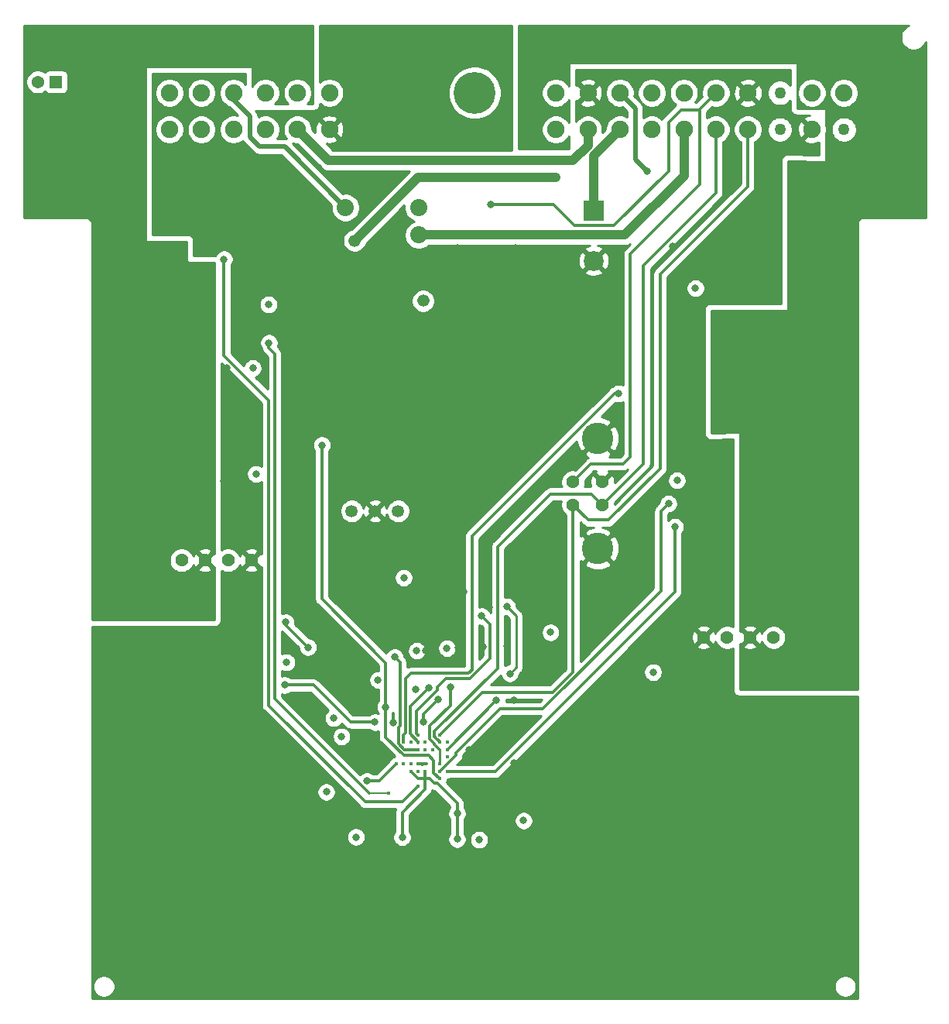
<source format=gbl>
G04 #@! TF.GenerationSoftware,KiCad,Pcbnew,(5.1.6-0-10_14)*
G04 #@! TF.CreationDate,2021-12-24T10:53:56+01:00*
G04 #@! TF.ProjectId,CHAdeMO_V2.0,43484164-654d-44f5-9f56-322e302e6b69,rev?*
G04 #@! TF.SameCoordinates,Original*
G04 #@! TF.FileFunction,Copper,L4,Bot*
G04 #@! TF.FilePolarity,Positive*
%FSLAX46Y46*%
G04 Gerber Fmt 4.6, Leading zero omitted, Abs format (unit mm)*
G04 Created by KiCad (PCBNEW (5.1.6-0-10_14)) date 2021-12-24 10:53:56*
%MOMM*%
%LPD*%
G01*
G04 APERTURE LIST*
G04 #@! TA.AperFunction,ComponentPad*
%ADD10C,1.875000*%
G04 #@! TD*
G04 #@! TA.AperFunction,ComponentPad*
%ADD11C,1.333000*%
G04 #@! TD*
G04 #@! TA.AperFunction,ComponentPad*
%ADD12C,1.350000*%
G04 #@! TD*
G04 #@! TA.AperFunction,ComponentPad*
%ADD13C,4.575000*%
G04 #@! TD*
G04 #@! TA.AperFunction,ComponentPad*
%ADD14C,1.905000*%
G04 #@! TD*
G04 #@! TA.AperFunction,ComponentPad*
%ADD15C,1.270000*%
G04 #@! TD*
G04 #@! TA.AperFunction,ComponentPad*
%ADD16C,1.368000*%
G04 #@! TD*
G04 #@! TA.AperFunction,ComponentPad*
%ADD17R,1.368000X1.368000*%
G04 #@! TD*
G04 #@! TA.AperFunction,ComponentPad*
%ADD18C,2.175000*%
G04 #@! TD*
G04 #@! TA.AperFunction,ComponentPad*
%ADD19R,2.175000X2.175000*%
G04 #@! TD*
G04 #@! TA.AperFunction,ComponentPad*
%ADD20C,1.430000*%
G04 #@! TD*
G04 #@! TA.AperFunction,ComponentPad*
%ADD21C,3.450000*%
G04 #@! TD*
G04 #@! TA.AperFunction,ComponentPad*
%ADD22C,1.431000*%
G04 #@! TD*
G04 #@! TA.AperFunction,ViaPad*
%ADD23C,0.800000*%
G04 #@! TD*
G04 #@! TA.AperFunction,ViaPad*
%ADD24C,0.450000*%
G04 #@! TD*
G04 #@! TA.AperFunction,Conductor*
%ADD25C,0.300000*%
G04 #@! TD*
G04 #@! TA.AperFunction,Conductor*
%ADD26C,1.000000*%
G04 #@! TD*
G04 #@! TA.AperFunction,Conductor*
%ADD27C,0.250000*%
G04 #@! TD*
G04 #@! TA.AperFunction,Conductor*
%ADD28C,0.500000*%
G04 #@! TD*
G04 #@! TA.AperFunction,Conductor*
%ADD29C,0.200000*%
G04 #@! TD*
G04 #@! TA.AperFunction,Conductor*
%ADD30C,0.254000*%
G04 #@! TD*
G04 APERTURE END LIST*
D10*
G04 #@! TO.P,K1,5*
G04 #@! TO.N,/CHAdeMO_contactors_GND*
X93868000Y-65541600D03*
G04 #@! TO.P,K1,4*
G04 #@! TO.N,/CHAdeMO-CHARGE-START2_IN2*
X85868000Y-62541600D03*
G04 #@! TO.P,K1,3*
G04 #@! TO.N,Net-(K1-Pad3)*
X93868000Y-62541600D03*
D11*
G04 #@! TO.P,K1,2*
G04 #@! TO.N,/Relay_CHAdeMO_contactors_GND*
X94368000Y-72741600D03*
G04 #@! TO.P,K1,1*
G04 #@! TO.N,+12V*
X86868000Y-66141600D03*
G04 #@! TD*
D12*
G04 #@! TO.P,PS3,3*
G04 #@! TO.N,+3V3*
X86563200Y-95707200D03*
G04 #@! TO.P,PS3,2*
G04 #@! TO.N,Earth*
X89103200Y-95707200D03*
G04 #@! TO.P,PS3,1*
G04 #@! TO.N,Net-(L9-Pad2)*
X91643200Y-95707200D03*
G04 #@! TD*
D13*
G04 #@! TO.P,J2,MH1*
G04 #@! TO.N,Net-(J2-PadMH1)*
X100000000Y-50000000D03*
D14*
G04 #@! TO.P,J2,A20*
G04 #@! TO.N,/CAN0_N*
X108890000Y-50000000D03*
G04 #@! TO.P,J2,A19*
G04 #@! TO.N,Earth*
X112390000Y-50000000D03*
G04 #@! TO.P,J2,A18*
G04 #@! TO.N,/CHAdeMO_contactor2-feedbackIN*
X115890000Y-50000000D03*
G04 #@! TO.P,J2,A17*
G04 #@! TO.N,/ACTIVE-LOW-WAKEUP*
X119390000Y-50000000D03*
G04 #@! TO.P,J2,A16*
G04 #@! TO.N,/CHAdeMO_contactor1-feedbackIN*
X122890000Y-50000000D03*
G04 #@! TO.P,J2,A15*
G04 #@! TO.N,+5V_USB*
X126390000Y-50000000D03*
G04 #@! TO.P,J2,A14*
G04 #@! TO.N,Earth*
X129890000Y-50000000D03*
D15*
G04 #@! TO.P,J2,A13*
G04 #@! TO.N,Net-(J2-PadA13)*
X133390000Y-50000000D03*
D14*
G04 #@! TO.P,J2,A12*
G04 #@! TO.N,/CAN0_N*
X136890000Y-50000000D03*
G04 #@! TO.P,J2,A11*
G04 #@! TO.N,/CAN0_P*
X140390000Y-50000000D03*
G04 #@! TO.P,J2,A10*
X108890000Y-54000000D03*
G04 #@! TO.P,J2,A9*
G04 #@! TO.N,/CHAdeMO-CHARGE-START1_IN1*
X112390000Y-54000000D03*
G04 #@! TO.P,J2,A8*
G04 #@! TO.N,/CAR-12V_always-on*
X115890000Y-54000000D03*
G04 #@! TO.P,J2,A7*
G04 #@! TO.N,Net-(F2-Pad1)*
X119390000Y-54000000D03*
G04 #@! TO.P,J2,A6*
G04 #@! TO.N,/CHAdeMO_contactors_GND*
X122890000Y-54000000D03*
G04 #@! TO.P,J2,A5*
G04 #@! TO.N,/DHSDP*
X126390000Y-54000000D03*
G04 #@! TO.P,J2,A4*
G04 #@! TO.N,/DHSDM*
X129890000Y-54000000D03*
D15*
G04 #@! TO.P,J2,A3*
G04 #@! TO.N,Net-(J2-PadA3)*
X133390000Y-54000000D03*
D14*
G04 #@! TO.P,J2,A2*
G04 #@! TO.N,Earth*
X136890000Y-54000000D03*
D15*
G04 #@! TO.P,J2,A1*
G04 #@! TO.N,Net-(J2-PadA1)*
X140390000Y-54000000D03*
D14*
G04 #@! TO.P,J2,B12*
G04 #@! TO.N,Net-(J2-PadB12)*
X66620000Y-50000000D03*
G04 #@! TO.P,J2,B11*
G04 #@! TO.N,Net-(J2-PadB11)*
X70120000Y-50000000D03*
G04 #@! TO.P,J2,B10*
G04 #@! TO.N,/CHAdeMO-CHARGE-START2_IN2*
X73620000Y-50000000D03*
G04 #@! TO.P,J2,B9*
G04 #@! TO.N,/CAN1_N*
X77120000Y-50000000D03*
G04 #@! TO.P,J2,B8*
G04 #@! TO.N,/CAN1_P*
X80620000Y-50000000D03*
G04 #@! TO.P,J2,B7*
G04 #@! TO.N,/CHAdeMO_PROXIMITY*
X84120000Y-50000000D03*
G04 #@! TO.P,J2,B6*
G04 #@! TO.N,Net-(J2-PadB6)*
X66620000Y-54000000D03*
G04 #@! TO.P,J2,B5*
G04 #@! TO.N,Net-(J2-PadB5)*
X70120000Y-54000000D03*
G04 #@! TO.P,J2,B4*
G04 #@! TO.N,/CHAdeMO_charge_enable*
X73620000Y-54000000D03*
G04 #@! TO.P,J2,B3*
G04 #@! TO.N,Net-(J2-PadB3)*
X77120000Y-54000000D03*
G04 #@! TO.P,J2,B2*
G04 #@! TO.N,/CHAdeMO-CHARGE-START1_IN1*
X80620000Y-54000000D03*
G04 #@! TO.P,J2,B1*
G04 #@! TO.N,Earth*
X84120000Y-54000000D03*
G04 #@! TD*
D16*
G04 #@! TO.P,J4,2*
G04 #@! TO.N,/CAN1_P*
X52213000Y-48810000D03*
D17*
G04 #@! TO.P,J4,1*
G04 #@! TO.N,/CAN1_N*
X54213000Y-48810000D03*
G04 #@! TD*
D18*
G04 #@! TO.P,J3,2*
G04 #@! TO.N,Earth*
X113030000Y-68339600D03*
D19*
G04 #@! TO.P,J3,1*
G04 #@! TO.N,/CAR-12V_always-on*
X113030000Y-62839600D03*
G04 #@! TD*
D20*
G04 #@! TO.P,PS1,4*
G04 #@! TO.N,+5V_0*
X132689600Y-109524800D03*
G04 #@! TO.P,PS1,3*
G04 #@! TO.N,GND_CAN0*
X130149600Y-109524800D03*
G04 #@! TO.P,PS1,2*
G04 #@! TO.N,Net-(C38-Pad2)*
X127609600Y-109524800D03*
G04 #@! TO.P,PS1,1*
G04 #@! TO.N,Earth*
X125069600Y-109524800D03*
G04 #@! TD*
G04 #@! TO.P,PS2,4*
G04 #@! TO.N,+5V_1*
X67945000Y-101092000D03*
G04 #@! TO.P,PS2,3*
G04 #@! TO.N,GND_CAN1*
X70485000Y-101092000D03*
G04 #@! TO.P,PS2,2*
G04 #@! TO.N,Net-(C39-Pad2)*
X73025000Y-101092000D03*
G04 #@! TO.P,PS2,1*
G04 #@! TO.N,Earth*
X75565000Y-101092000D03*
G04 #@! TD*
D21*
G04 #@! TO.P,J1,6*
G04 #@! TO.N,Earth*
X113479400Y-87762200D03*
G04 #@! TO.P,J1,5*
X113479400Y-99802200D03*
D22*
G04 #@! TO.P,J1,4*
X113969400Y-92532200D03*
G04 #@! TO.P,J1,3*
G04 #@! TO.N,/DHSDP*
X113969400Y-95032200D03*
G04 #@! TO.P,J1,2*
G04 #@! TO.N,/DHSDM*
X110769400Y-95032200D03*
G04 #@! TO.P,J1,1*
G04 #@! TO.N,+5V_USB*
X110769400Y-92532200D03*
G04 #@! TD*
D23*
G04 #@! TO.N,Earth*
X104267000Y-116370100D03*
X104495600Y-66954400D03*
D24*
X93802200Y-123367800D03*
D23*
X81686400Y-126149100D03*
X75298300Y-116560600D03*
X98171000Y-110667800D03*
X87376000Y-113461800D03*
X98780600Y-104546400D03*
X93421200Y-106172000D03*
X100914200Y-110540800D03*
X103555800Y-110490000D03*
X84175600Y-114046000D03*
X104343200Y-123215400D03*
X121640600Y-66802000D03*
X72593200Y-92405200D03*
X74269600Y-85013800D03*
X91821000Y-81965800D03*
X101625400Y-106197400D03*
X104140000Y-132562600D03*
X99364800Y-121818400D03*
D24*
X97000060Y-122565160D03*
X97002600Y-120967500D03*
X94602300Y-120967500D03*
D23*
X94691200Y-110998000D03*
X91094038Y-118811562D03*
X107035600Y-111239300D03*
X83959700Y-120472200D03*
X98107500Y-66916300D03*
X72882019Y-80089481D03*
X73914000Y-74625200D03*
X124364750Y-67976750D03*
X124002800Y-72999600D03*
X121551700Y-79895700D03*
D24*
X95402400Y-121767600D03*
D23*
X100444300Y-127203200D03*
X84061300Y-125095000D03*
X88493600Y-121043700D03*
X67310000Y-58724800D03*
X88684100Y-117144800D03*
G04 #@! TO.N,Net-(C4-Pad1)*
X100787200Y-107188000D03*
D24*
X93805139Y-120164461D03*
D23*
G04 #@! TO.N,+3V3*
X83784400Y-126413500D03*
X85445600Y-120345200D03*
X108305600Y-108966000D03*
X84582000Y-118338600D03*
X87020400Y-131343400D03*
X100482400Y-131648200D03*
X92252800Y-102997000D03*
X79413100Y-112242600D03*
X124155200Y-71348600D03*
D24*
X93002100Y-123367800D03*
X93802200Y-124167900D03*
X94602300Y-121765060D03*
X93014800Y-120954800D03*
D23*
X96976530Y-110693200D03*
X77444600Y-73126600D03*
X93666881Y-110978087D03*
X89433400Y-114173000D03*
D24*
X92202000Y-123367800D03*
D23*
X105359200Y-129540000D03*
X119519700Y-113322100D03*
X76073000Y-91643200D03*
X75730100Y-80086200D03*
X122135900Y-92354400D03*
G04 #@! TO.N,/CAN0-TX*
X121894600Y-97434400D03*
D24*
X97002600Y-124167900D03*
D23*
G04 #@! TO.N,/CAN0-RX*
X121208800Y-94894400D03*
D24*
X96202500Y-124167900D03*
D23*
G04 #@! TO.N,/CAN1-RX*
X81762600Y-110591600D03*
X79349600Y-107873800D03*
D24*
G04 #@! TO.N,/EEPROM-SCL*
X91401900Y-123367800D03*
D23*
X88214200Y-125222000D03*
D24*
G04 #@! TO.N,/VDD_OUT_MI*
X97000060Y-121767600D03*
D23*
X102387400Y-116408200D03*
G04 #@! TO.N,+12V*
X106172000Y-59245500D03*
X108839000Y-59245500D03*
G04 #@! TO.N,/VDD_OUT*
X98094800Y-131572000D03*
D24*
X94602300Y-124167900D03*
D23*
X92075000Y-131368800D03*
D24*
X94602300Y-124968000D03*
D23*
X93510100Y-115214400D03*
X98094800Y-128765300D03*
D24*
X93002100Y-124167900D03*
D23*
G04 #@! TO.N,/CHAdeMO-charge-enable-signal_D48*
X72593200Y-68173600D03*
D24*
X93804740Y-125765560D03*
G04 #@! TO.N,/relay-CHAdeMO-contactors-signal_D49*
X96202500Y-123367800D03*
D23*
X97332800Y-114960400D03*
D24*
G04 #@! TO.N,/CHAdeMO-charge-start1_3.3Vsignal_IN1_D6*
X90601800Y-126568200D03*
D23*
X77495400Y-77317600D03*
G04 #@! TO.N,/CHAdeMO-charge-start2_3.3Vsignal_IN2_D7*
X83286600Y-88493600D03*
D24*
X96202500Y-124968000D03*
D23*
X90246200Y-117119400D03*
G04 #@! TO.N,GND_CAN1*
X64109600Y-78359000D03*
X53263800Y-55829200D03*
X69291200Y-88900000D03*
X73329800Y-45834300D03*
X66916300Y-67691000D03*
G04 #@! TO.N,GND_CAN0*
X135382000Y-90424000D03*
X138645900Y-60934600D03*
X129019300Y-76149200D03*
X128879600Y-84391500D03*
X131749800Y-84988400D03*
X131495800Y-93726000D03*
X133629400Y-96189800D03*
X114122200Y-44907200D03*
X130530600Y-45046900D03*
X106362500Y-54495700D03*
X106222800Y-43319700D03*
G04 #@! TO.N,+5V_USB*
X101727000Y-62230000D03*
G04 #@! TO.N,Net-(C5-Pad1)*
X95986600Y-116281200D03*
X94386400Y-118745000D03*
G04 #@! TO.N,Net-(C13-Pad1)*
X103530400Y-106146600D03*
X103855500Y-113474500D03*
G04 #@! TO.N,Net-(C18-Pad1)*
X79222600Y-114731800D03*
X89103200Y-118783810D03*
G04 #@! TO.N,/CHAdeMO_contactor2-feedbackIN*
X118872000Y-58547000D03*
D24*
G04 #@! TO.N,/CHAdeMO_contactor1-feedback_D27*
X92202000Y-120967500D03*
D23*
X115735100Y-82867500D03*
D24*
G04 #@! TO.N,Net-(IC3-PadH5)*
X93802200Y-120967500D03*
D23*
X95021400Y-115036600D03*
G04 #@! TO.N,Net-(IC3-PadG5)*
X91262200Y-111683800D03*
D24*
X93802200Y-121767600D03*
G04 #@! TO.N,/DHSDM*
X96189800Y-120180100D03*
G04 #@! TO.N,/DHSDP*
X96202500Y-120967500D03*
G04 #@! TD*
D25*
G04 #@! TO.N,Net-(C4-Pad1)*
X93630140Y-119989462D02*
X93805139Y-120164461D01*
X93630140Y-117570860D02*
X93630140Y-119989462D01*
X95948500Y-114973100D02*
X95948500Y-115252500D01*
X101676200Y-111806720D02*
X99451660Y-114031260D01*
X96890340Y-114031260D02*
X95948500Y-114973100D01*
X95948500Y-115252500D02*
X93630140Y-117570860D01*
X99451660Y-114031260D02*
X96890340Y-114031260D01*
X101676200Y-108077000D02*
X101676200Y-111806720D01*
X100787200Y-107188000D02*
X101676200Y-108077000D01*
G04 #@! TO.N,/CAN0-TX*
X102255298Y-124193300D02*
X97015300Y-124193300D01*
X97015300Y-124193300D02*
X97002600Y-124180600D01*
X121894600Y-104553998D02*
X102255298Y-124193300D01*
X121894600Y-97434400D02*
X121894600Y-104553998D01*
G04 #@! TO.N,/CAN0-RX*
X102750598Y-117322600D02*
X107463320Y-117322600D01*
X97967800Y-122105398D02*
X102750598Y-117322600D01*
X120370600Y-95732600D02*
X121208800Y-94894400D01*
X97967800Y-122415300D02*
X97967800Y-122105398D01*
X120370600Y-104415320D02*
X120370600Y-95732600D01*
X107463320Y-117322600D02*
X120370600Y-104415320D01*
X97955100Y-122415300D02*
X97967800Y-122415300D01*
X96189800Y-124180600D02*
X97955100Y-122415300D01*
G04 #@! TO.N,/CAN1-RX*
X79349600Y-108178600D02*
X79349600Y-107873800D01*
X81762600Y-110591600D02*
X79349600Y-108178600D01*
D26*
G04 #@! TO.N,/CAR-12V_always-on*
X113030000Y-56860000D02*
X115890000Y-54000000D01*
X113030000Y-62839600D02*
X113030000Y-56860000D01*
D25*
G04 #@! TO.N,/EEPROM-SCL*
X89547700Y-125222000D02*
X88214200Y-125222000D01*
X91401900Y-123367800D02*
X89547700Y-125222000D01*
G04 #@! TO.N,/VDD_OUT_MI*
X97015300Y-121780300D02*
X102387400Y-116408200D01*
X96989900Y-121780300D02*
X97015300Y-121780300D01*
D26*
G04 #@! TO.N,+12V*
X93764100Y-59245500D02*
X108839000Y-59245500D01*
X86868000Y-66141600D02*
X93764100Y-59245500D01*
D25*
G04 #@! TO.N,/VDD_OUT*
X98094800Y-127660400D02*
X98094800Y-128765300D01*
X94589600Y-126111000D02*
X94589600Y-124968000D01*
X92075000Y-128625600D02*
X94589600Y-126111000D01*
X92075000Y-131368800D02*
X92075000Y-128625600D01*
X95910400Y-125476000D02*
X95592900Y-125476000D01*
X94589600Y-124968000D02*
X95084900Y-124968000D01*
X95592900Y-125476000D02*
X95084900Y-124968000D01*
X95910400Y-125476000D02*
X98094800Y-127660400D01*
X98094800Y-128765300D02*
X98094800Y-131572000D01*
X93802200Y-124968000D02*
X93002100Y-124167900D01*
X94589600Y-124968000D02*
X93802200Y-124968000D01*
X94602300Y-124955300D02*
X94602300Y-124167900D01*
X94589600Y-124968000D02*
X94602300Y-124955300D01*
D26*
G04 #@! TO.N,/CHAdeMO-CHARGE-START1_IN1*
X112390000Y-55758000D02*
X112390000Y-54000000D01*
X110744000Y-57404000D02*
X112390000Y-55758000D01*
X84024000Y-57404000D02*
X110744000Y-57404000D01*
X80620000Y-54000000D02*
X84024000Y-57404000D01*
G04 #@! TO.N,/CHAdeMO_contactors_GND*
X122890000Y-59101000D02*
X122890000Y-54000000D01*
X116449400Y-65541600D02*
X122890000Y-59101000D01*
X93868000Y-65541600D02*
X116449400Y-65541600D01*
D25*
G04 #@! TO.N,/CHAdeMO-charge-enable-signal_D48*
X77470000Y-116941600D02*
X77470000Y-83616800D01*
X88023700Y-127495300D02*
X77470000Y-116941600D01*
X77470000Y-83616800D02*
X72593200Y-78740000D01*
X72593200Y-78740000D02*
X72593200Y-68173600D01*
X92075000Y-127495300D02*
X88023700Y-127495300D01*
X93804740Y-125765560D02*
X92075000Y-127495300D01*
D27*
G04 #@! TO.N,/relay-CHAdeMO-contactors-signal_D49*
X96215200Y-123367800D02*
X96215200Y-121819602D01*
D25*
X95067489Y-120578913D02*
X95067489Y-119206911D01*
X95067489Y-119206911D02*
X97332800Y-116941600D01*
X95605600Y-121117024D02*
X95067489Y-120578913D01*
X95605600Y-121210002D02*
X95605600Y-121117024D01*
X96215200Y-121819602D02*
X95605600Y-121210002D01*
X97332800Y-116941600D02*
X97332800Y-115526085D01*
X97332800Y-115526085D02*
X97332800Y-114960400D01*
D28*
G04 #@! TO.N,/CHAdeMO-CHARGE-START2_IN2*
X73620000Y-50760000D02*
X73620000Y-50000000D01*
X75438000Y-52578000D02*
X73620000Y-50760000D01*
X85868000Y-62541600D02*
X79206400Y-55880000D01*
X75438000Y-54864000D02*
X75438000Y-52578000D01*
X76454000Y-55880000D02*
X75438000Y-54864000D01*
X79206400Y-55880000D02*
X76454000Y-55880000D01*
D25*
G04 #@! TO.N,/CHAdeMO-charge-start1_3.3Vsignal_IN1_D6*
X78130400Y-116248202D02*
X78130400Y-78518285D01*
X77495400Y-77883285D02*
X77495400Y-77317600D01*
X78130400Y-78518285D02*
X77495400Y-77883285D01*
X88463098Y-126580900D02*
X78130400Y-116248202D01*
D29*
X90589100Y-126580900D02*
X88463098Y-126580900D01*
X90601800Y-126568200D02*
X90589100Y-126580900D01*
D25*
G04 #@! TO.N,/CHAdeMO-charge-start2_3.3Vsignal_IN2_D7*
X83286600Y-105326202D02*
X83286600Y-88493600D01*
X92254839Y-122425961D02*
X90246200Y-120417322D01*
X95529400Y-124334202D02*
X95529400Y-122961400D01*
X94993961Y-122425961D02*
X92254839Y-122425961D01*
X90246200Y-112285802D02*
X83286600Y-105326202D01*
X95529400Y-122961400D02*
X94993961Y-122425961D01*
X90246200Y-120417322D02*
X90246200Y-112285802D01*
X96163198Y-124968000D02*
X95529400Y-124334202D01*
X96202500Y-124968000D02*
X96163198Y-124968000D01*
G04 #@! TO.N,+5V_USB*
X116205000Y-90576400D02*
X112725200Y-90576400D01*
X112725200Y-90576400D02*
X110769400Y-92532200D01*
X116992400Y-67640200D02*
X116992400Y-89789000D01*
X116992400Y-89789000D02*
X116205000Y-90576400D01*
X124612400Y-60020200D02*
X116992400Y-67640200D01*
X126390000Y-50000000D02*
X124612400Y-51777600D01*
X124612400Y-51777600D02*
X124612400Y-60020200D01*
X108661200Y-62230000D02*
X101727000Y-62230000D01*
X110947200Y-64516000D02*
X108661200Y-62230000D01*
X122555000Y-51841400D02*
X121208800Y-53187600D01*
X115265200Y-64516000D02*
X110947200Y-64516000D01*
X121208800Y-58572400D02*
X115265200Y-64516000D01*
X121208800Y-53187600D02*
X121208800Y-58572400D01*
X124612400Y-51841400D02*
X122555000Y-51841400D01*
G04 #@! TO.N,Net-(C5-Pad1)*
X94386400Y-117881400D02*
X95986600Y-116281200D01*
X94386400Y-118745000D02*
X94386400Y-117881400D01*
D27*
G04 #@! TO.N,Net-(C13-Pad1)*
X104571800Y-107188000D02*
X103530400Y-106146600D01*
X104571800Y-112758200D02*
X104571800Y-107188000D01*
X103855500Y-113474500D02*
X104571800Y-112758200D01*
D25*
G04 #@! TO.N,Net-(C18-Pad1)*
X79222600Y-114731800D02*
X79889899Y-114731800D01*
X82346800Y-114731800D02*
X86398810Y-118783810D01*
X79222600Y-114731800D02*
X82346800Y-114731800D01*
X86398810Y-118783810D02*
X89103200Y-118783810D01*
D28*
G04 #@! TO.N,/CHAdeMO_contactor2-feedbackIN*
X115890000Y-50000000D02*
X117576600Y-51686600D01*
X117576600Y-57251600D02*
X118872000Y-58547000D01*
X117576600Y-51686600D02*
X117576600Y-57251600D01*
D25*
G04 #@! TO.N,/CHAdeMO_contactor1-feedback_D27*
X92202000Y-120954800D02*
X92202000Y-120218200D01*
X99695000Y-113080800D02*
X99695000Y-98450400D01*
X93065600Y-113436400D02*
X99339400Y-113436400D01*
X99339400Y-113436400D02*
X99695000Y-113080800D01*
X92456000Y-119964200D02*
X92456000Y-114046000D01*
X115277900Y-82867500D02*
X115735100Y-82867500D01*
X99695000Y-98450400D02*
X115277900Y-82867500D01*
X92456000Y-114046000D02*
X93065600Y-113436400D01*
X92202000Y-120218200D02*
X92456000Y-119964200D01*
X115735100Y-82867500D02*
X115735100Y-82867500D01*
G04 #@! TO.N,Net-(IC3-PadH5)*
X92964000Y-117094000D02*
X93317021Y-116740979D01*
X93827600Y-120929400D02*
X92964000Y-120065800D01*
X93317021Y-116740979D02*
X95021400Y-115036600D01*
X93827600Y-121005600D02*
X93827600Y-120929400D01*
X92964000Y-120065800D02*
X92964000Y-117094000D01*
G04 #@! TO.N,Net-(IC3-PadG5)*
X91844039Y-112265639D02*
X91262200Y-111683800D01*
X91668600Y-121132600D02*
X91668600Y-119347002D01*
X91844039Y-119171563D02*
X91844039Y-112265639D01*
X91668600Y-119347002D02*
X91844039Y-119171563D01*
X92303600Y-121767600D02*
X91668600Y-121132600D01*
X93802200Y-121767600D02*
X93802200Y-121767600D01*
X93802200Y-121767600D02*
X92303600Y-121767600D01*
G04 #@! TO.N,/DHSDM*
X129890000Y-60229000D02*
X129890000Y-54000000D01*
X110769400Y-95032200D02*
X112435000Y-96697800D01*
X114668300Y-96697800D02*
X120269000Y-91097100D01*
X120269000Y-69850000D02*
X129890000Y-60229000D01*
X112435000Y-96697800D02*
X114668300Y-96697800D01*
X120269000Y-91097100D02*
X120269000Y-69850000D01*
X108559600Y-115519200D02*
X110769400Y-113309400D01*
X110769400Y-113309400D02*
X110769400Y-95032200D01*
X100838000Y-115519200D02*
X108559600Y-115519200D01*
X96189800Y-120167400D02*
X100838000Y-115519200D01*
X96189800Y-120180100D02*
X96189800Y-120167400D01*
G04 #@! TO.N,/DHSDP*
X118470800Y-68861798D02*
X118470800Y-90530800D01*
X126390400Y-60942198D02*
X118470800Y-68861798D01*
X126390400Y-54000400D02*
X126390400Y-60942198D01*
X118470800Y-90530800D02*
X113969400Y-95032200D01*
X126390000Y-54000000D02*
X126390400Y-54000400D01*
X95639799Y-120404799D02*
X95618300Y-120383300D01*
X95639799Y-120444101D02*
X95639799Y-120404799D01*
X95925799Y-120730101D02*
X95639799Y-120444101D01*
X95965101Y-120730101D02*
X95925799Y-120730101D01*
X96202500Y-120967500D02*
X95965101Y-120730101D01*
X95618300Y-120383300D02*
X95618300Y-119811800D01*
X112764800Y-93827600D02*
X113969400Y-95032200D01*
X108305600Y-93827600D02*
X112764800Y-93827600D01*
X102539800Y-99593400D02*
X108305600Y-93827600D01*
X102539800Y-112877600D02*
X102539800Y-99593400D01*
X95605600Y-119811800D02*
X102539800Y-112877600D01*
G04 #@! TD*
D30*
G04 #@! TO.N,Earth*
G36*
X134493000Y-49136224D02*
G01*
X134475120Y-49109465D01*
X134280535Y-48914880D01*
X134051727Y-48761995D01*
X133797490Y-48656686D01*
X133527592Y-48603000D01*
X133252408Y-48603000D01*
X132982510Y-48656686D01*
X132728273Y-48761995D01*
X132499465Y-48914880D01*
X132304880Y-49109465D01*
X132151995Y-49338273D01*
X132046686Y-49592510D01*
X131993000Y-49862408D01*
X131993000Y-50137592D01*
X132046686Y-50407490D01*
X132151995Y-50661727D01*
X132304880Y-50890535D01*
X132499465Y-51085120D01*
X132728273Y-51238005D01*
X132982510Y-51343314D01*
X133252408Y-51397000D01*
X133527592Y-51397000D01*
X133797490Y-51343314D01*
X134051727Y-51238005D01*
X134280535Y-51085120D01*
X134475120Y-50890535D01*
X134493000Y-50863776D01*
X134493000Y-51790602D01*
X134505201Y-51914485D01*
X134541337Y-52033606D01*
X134600017Y-52143389D01*
X134678987Y-52239615D01*
X134775213Y-52318585D01*
X134884996Y-52377266D01*
X135004118Y-52413401D01*
X135128000Y-52425602D01*
X136685901Y-52425601D01*
X136515815Y-52449328D01*
X136220484Y-52552123D01*
X136058098Y-52638919D01*
X135968070Y-52898465D01*
X136890000Y-53820395D01*
X136904143Y-53806253D01*
X137083748Y-53985858D01*
X137069605Y-54000000D01*
X137083748Y-54014143D01*
X136904143Y-54193748D01*
X136890000Y-54179605D01*
X135968070Y-55101535D01*
X136058098Y-55361081D01*
X136339616Y-55497224D01*
X136642286Y-55575829D01*
X136954474Y-55593877D01*
X137264185Y-55550672D01*
X137559516Y-55447877D01*
X137642600Y-55403468D01*
X137642600Y-56751441D01*
X134116840Y-56724568D01*
X133988118Y-56736751D01*
X133868996Y-56772886D01*
X133759213Y-56831567D01*
X133662987Y-56910537D01*
X133584017Y-57006763D01*
X133525336Y-57116546D01*
X133489201Y-57235668D01*
X133477000Y-57359550D01*
X133477000Y-73025000D01*
X125730000Y-73025000D01*
X125606118Y-73037201D01*
X125486996Y-73073336D01*
X125377213Y-73132017D01*
X125280987Y-73210987D01*
X125202017Y-73307213D01*
X125143336Y-73416996D01*
X125107201Y-73536118D01*
X125095000Y-73660000D01*
X125095000Y-87274400D01*
X125107956Y-87402017D01*
X125144805Y-87520920D01*
X125204143Y-87630349D01*
X125283689Y-87726099D01*
X125380387Y-87804490D01*
X125490520Y-87862511D01*
X125609857Y-87897931D01*
X125733810Y-87909389D01*
X128270000Y-87894172D01*
X128270000Y-108342434D01*
X128249065Y-108328446D01*
X128003380Y-108226680D01*
X127742563Y-108174800D01*
X127476637Y-108174800D01*
X127215820Y-108226680D01*
X126970135Y-108328446D01*
X126749025Y-108476187D01*
X126560987Y-108664225D01*
X126413246Y-108885335D01*
X126338858Y-109064925D01*
X126292739Y-108938194D01*
X126236886Y-108833698D01*
X126001588Y-108772417D01*
X125249205Y-109524800D01*
X126001588Y-110277183D01*
X126236886Y-110215902D01*
X126341617Y-109991337D01*
X126413246Y-110164265D01*
X126560987Y-110385375D01*
X126749025Y-110573413D01*
X126970135Y-110721154D01*
X127215820Y-110822920D01*
X127476637Y-110874800D01*
X127742563Y-110874800D01*
X128003380Y-110822920D01*
X128249065Y-110721154D01*
X128270000Y-110707166D01*
X128270000Y-115309650D01*
X128282165Y-115433348D01*
X128318264Y-115552480D01*
X128376912Y-115662280D01*
X128455854Y-115758530D01*
X128552056Y-115837528D01*
X128661822Y-115896241D01*
X128780933Y-115932412D01*
X128904812Y-115944650D01*
X141865000Y-115948496D01*
X141865000Y-148984500D01*
X58135000Y-148984500D01*
X58135000Y-147550727D01*
X58239000Y-147550727D01*
X58239000Y-147789273D01*
X58285538Y-148023236D01*
X58376825Y-148243624D01*
X58509354Y-148441968D01*
X58678032Y-148610646D01*
X58876376Y-148743175D01*
X59096764Y-148834462D01*
X59330727Y-148881000D01*
X59569273Y-148881000D01*
X59803236Y-148834462D01*
X60023624Y-148743175D01*
X60221968Y-148610646D01*
X60390646Y-148441968D01*
X60523175Y-148243624D01*
X60614462Y-148023236D01*
X60661000Y-147789273D01*
X60661000Y-147550727D01*
X139339000Y-147550727D01*
X139339000Y-147789273D01*
X139385538Y-148023236D01*
X139476825Y-148243624D01*
X139609354Y-148441968D01*
X139778032Y-148610646D01*
X139976376Y-148743175D01*
X140196764Y-148834462D01*
X140430727Y-148881000D01*
X140669273Y-148881000D01*
X140903236Y-148834462D01*
X141123624Y-148743175D01*
X141321968Y-148610646D01*
X141490646Y-148441968D01*
X141623175Y-148243624D01*
X141714462Y-148023236D01*
X141761000Y-147789273D01*
X141761000Y-147550727D01*
X141714462Y-147316764D01*
X141623175Y-147096376D01*
X141490646Y-146898032D01*
X141321968Y-146729354D01*
X141123624Y-146596825D01*
X140903236Y-146505538D01*
X140669273Y-146459000D01*
X140430727Y-146459000D01*
X140196764Y-146505538D01*
X139976376Y-146596825D01*
X139778032Y-146729354D01*
X139609354Y-146898032D01*
X139476825Y-147096376D01*
X139385538Y-147316764D01*
X139339000Y-147550727D01*
X60661000Y-147550727D01*
X60614462Y-147316764D01*
X60523175Y-147096376D01*
X60390646Y-146898032D01*
X60221968Y-146729354D01*
X60023624Y-146596825D01*
X59803236Y-146505538D01*
X59569273Y-146459000D01*
X59330727Y-146459000D01*
X59096764Y-146505538D01*
X58876376Y-146596825D01*
X58678032Y-146729354D01*
X58509354Y-146898032D01*
X58376825Y-147096376D01*
X58285538Y-147316764D01*
X58239000Y-147550727D01*
X58135000Y-147550727D01*
X58135000Y-131241461D01*
X85985400Y-131241461D01*
X85985400Y-131445339D01*
X86025174Y-131645298D01*
X86103195Y-131833656D01*
X86216463Y-132003174D01*
X86360626Y-132147337D01*
X86530144Y-132260605D01*
X86718502Y-132338626D01*
X86918461Y-132378400D01*
X87122339Y-132378400D01*
X87322298Y-132338626D01*
X87510656Y-132260605D01*
X87680174Y-132147337D01*
X87824337Y-132003174D01*
X87937605Y-131833656D01*
X88015626Y-131645298D01*
X88055400Y-131445339D01*
X88055400Y-131241461D01*
X88015626Y-131041502D01*
X87937605Y-130853144D01*
X87824337Y-130683626D01*
X87680174Y-130539463D01*
X87510656Y-130426195D01*
X87322298Y-130348174D01*
X87122339Y-130308400D01*
X86918461Y-130308400D01*
X86718502Y-130348174D01*
X86530144Y-130426195D01*
X86360626Y-130539463D01*
X86216463Y-130683626D01*
X86103195Y-130853144D01*
X86025174Y-131041502D01*
X85985400Y-131241461D01*
X58135000Y-131241461D01*
X58135000Y-126311561D01*
X82749400Y-126311561D01*
X82749400Y-126515439D01*
X82789174Y-126715398D01*
X82867195Y-126903756D01*
X82980463Y-127073274D01*
X83124626Y-127217437D01*
X83294144Y-127330705D01*
X83482502Y-127408726D01*
X83682461Y-127448500D01*
X83886339Y-127448500D01*
X84086298Y-127408726D01*
X84274656Y-127330705D01*
X84444174Y-127217437D01*
X84588337Y-127073274D01*
X84701605Y-126903756D01*
X84779626Y-126715398D01*
X84819400Y-126515439D01*
X84819400Y-126311561D01*
X84779626Y-126111602D01*
X84701605Y-125923244D01*
X84588337Y-125753726D01*
X84444174Y-125609563D01*
X84274656Y-125496295D01*
X84086298Y-125418274D01*
X83886339Y-125378500D01*
X83682461Y-125378500D01*
X83482502Y-125418274D01*
X83294144Y-125496295D01*
X83124626Y-125609563D01*
X82980463Y-125753726D01*
X82867195Y-125923244D01*
X82789174Y-126111602D01*
X82749400Y-126311561D01*
X58135000Y-126311561D01*
X58135000Y-108338551D01*
X71627459Y-108350050D01*
X71751882Y-108337849D01*
X71871004Y-108301714D01*
X71980787Y-108243033D01*
X72077013Y-108164063D01*
X72155983Y-108067837D01*
X72214664Y-107958054D01*
X72250799Y-107838932D01*
X72263000Y-107715050D01*
X72263000Y-102206479D01*
X72385535Y-102288354D01*
X72631220Y-102390120D01*
X72892037Y-102442000D01*
X73157963Y-102442000D01*
X73418780Y-102390120D01*
X73664465Y-102288354D01*
X73885575Y-102140613D01*
X74002200Y-102023988D01*
X74812617Y-102023988D01*
X74873898Y-102259286D01*
X75114903Y-102371684D01*
X75373206Y-102434905D01*
X75638879Y-102446518D01*
X75901712Y-102406078D01*
X76151606Y-102315139D01*
X76256102Y-102259286D01*
X76317383Y-102023988D01*
X75565000Y-101271605D01*
X74812617Y-102023988D01*
X74002200Y-102023988D01*
X74073613Y-101952575D01*
X74221354Y-101731465D01*
X74295742Y-101551875D01*
X74341861Y-101678606D01*
X74397714Y-101783102D01*
X74633012Y-101844383D01*
X75385395Y-101092000D01*
X74633012Y-100339617D01*
X74397714Y-100400898D01*
X74292983Y-100625463D01*
X74221354Y-100452535D01*
X74073613Y-100231425D01*
X74002200Y-100160012D01*
X74812617Y-100160012D01*
X75565000Y-100912395D01*
X76317383Y-100160012D01*
X76256102Y-99924714D01*
X76015097Y-99812316D01*
X75756794Y-99749095D01*
X75491121Y-99737482D01*
X75228288Y-99777922D01*
X74978394Y-99868861D01*
X74873898Y-99924714D01*
X74812617Y-100160012D01*
X74002200Y-100160012D01*
X73885575Y-100043387D01*
X73664465Y-99895646D01*
X73418780Y-99793880D01*
X73157963Y-99742000D01*
X72892037Y-99742000D01*
X72631220Y-99793880D01*
X72385535Y-99895646D01*
X72263000Y-99977521D01*
X72263000Y-79519957D01*
X76685001Y-83941958D01*
X76685001Y-90807342D01*
X76563256Y-90725995D01*
X76374898Y-90647974D01*
X76174939Y-90608200D01*
X75971061Y-90608200D01*
X75771102Y-90647974D01*
X75582744Y-90725995D01*
X75413226Y-90839263D01*
X75269063Y-90983426D01*
X75155795Y-91152944D01*
X75077774Y-91341302D01*
X75038000Y-91541261D01*
X75038000Y-91745139D01*
X75077774Y-91945098D01*
X75155795Y-92133456D01*
X75269063Y-92302974D01*
X75413226Y-92447137D01*
X75582744Y-92560405D01*
X75771102Y-92638426D01*
X75971061Y-92678200D01*
X76174939Y-92678200D01*
X76374898Y-92638426D01*
X76563256Y-92560405D01*
X76685001Y-92479058D01*
X76685000Y-100388583D01*
X76496988Y-100339617D01*
X75744605Y-101092000D01*
X76496988Y-101844383D01*
X76685000Y-101795417D01*
X76685000Y-116903047D01*
X76681203Y-116941600D01*
X76685000Y-116980153D01*
X76685000Y-116980160D01*
X76696359Y-117095486D01*
X76741246Y-117243459D01*
X76814138Y-117379832D01*
X76912236Y-117499364D01*
X76942190Y-117523947D01*
X87441353Y-128023110D01*
X87465936Y-128053064D01*
X87585467Y-128151162D01*
X87721840Y-128224054D01*
X87869813Y-128268942D01*
X87944726Y-128276320D01*
X87985139Y-128280300D01*
X87985144Y-128280300D01*
X88023700Y-128284097D01*
X88062256Y-128280300D01*
X91369466Y-128280300D01*
X91346246Y-128323741D01*
X91301359Y-128471714D01*
X91286203Y-128625600D01*
X91290001Y-128664163D01*
X91290000Y-130690089D01*
X91271063Y-130709026D01*
X91157795Y-130878544D01*
X91079774Y-131066902D01*
X91040000Y-131266861D01*
X91040000Y-131470739D01*
X91079774Y-131670698D01*
X91157795Y-131859056D01*
X91271063Y-132028574D01*
X91415226Y-132172737D01*
X91584744Y-132286005D01*
X91773102Y-132364026D01*
X91973061Y-132403800D01*
X92176939Y-132403800D01*
X92376898Y-132364026D01*
X92565256Y-132286005D01*
X92734774Y-132172737D01*
X92878937Y-132028574D01*
X92992205Y-131859056D01*
X93070226Y-131670698D01*
X93110000Y-131470739D01*
X93110000Y-131266861D01*
X93070226Y-131066902D01*
X92992205Y-130878544D01*
X92878937Y-130709026D01*
X92860000Y-130690089D01*
X92860000Y-128950757D01*
X95117417Y-126693341D01*
X95147364Y-126668764D01*
X95245462Y-126549233D01*
X95318354Y-126412860D01*
X95363241Y-126264887D01*
X95366897Y-126227765D01*
X95404572Y-126239194D01*
X95439012Y-126249641D01*
X95453390Y-126251057D01*
X95554339Y-126261000D01*
X95554346Y-126261000D01*
X95588618Y-126264375D01*
X97309800Y-127985558D01*
X97309800Y-128086589D01*
X97290863Y-128105526D01*
X97177595Y-128275044D01*
X97099574Y-128463402D01*
X97059800Y-128663361D01*
X97059800Y-128867239D01*
X97099574Y-129067198D01*
X97177595Y-129255556D01*
X97290863Y-129425074D01*
X97309800Y-129444011D01*
X97309801Y-130893288D01*
X97290863Y-130912226D01*
X97177595Y-131081744D01*
X97099574Y-131270102D01*
X97059800Y-131470061D01*
X97059800Y-131673939D01*
X97099574Y-131873898D01*
X97177595Y-132062256D01*
X97290863Y-132231774D01*
X97435026Y-132375937D01*
X97604544Y-132489205D01*
X97792902Y-132567226D01*
X97992861Y-132607000D01*
X98196739Y-132607000D01*
X98396698Y-132567226D01*
X98585056Y-132489205D01*
X98754574Y-132375937D01*
X98898737Y-132231774D01*
X99012005Y-132062256D01*
X99090026Y-131873898D01*
X99129800Y-131673939D01*
X99129800Y-131546261D01*
X99447400Y-131546261D01*
X99447400Y-131750139D01*
X99487174Y-131950098D01*
X99565195Y-132138456D01*
X99678463Y-132307974D01*
X99822626Y-132452137D01*
X99992144Y-132565405D01*
X100180502Y-132643426D01*
X100380461Y-132683200D01*
X100584339Y-132683200D01*
X100784298Y-132643426D01*
X100972656Y-132565405D01*
X101142174Y-132452137D01*
X101286337Y-132307974D01*
X101399605Y-132138456D01*
X101477626Y-131950098D01*
X101517400Y-131750139D01*
X101517400Y-131546261D01*
X101477626Y-131346302D01*
X101399605Y-131157944D01*
X101286337Y-130988426D01*
X101142174Y-130844263D01*
X100972656Y-130730995D01*
X100784298Y-130652974D01*
X100584339Y-130613200D01*
X100380461Y-130613200D01*
X100180502Y-130652974D01*
X99992144Y-130730995D01*
X99822626Y-130844263D01*
X99678463Y-130988426D01*
X99565195Y-131157944D01*
X99487174Y-131346302D01*
X99447400Y-131546261D01*
X99129800Y-131546261D01*
X99129800Y-131470061D01*
X99090026Y-131270102D01*
X99012005Y-131081744D01*
X98898737Y-130912226D01*
X98879800Y-130893289D01*
X98879800Y-129444011D01*
X98885750Y-129438061D01*
X104324200Y-129438061D01*
X104324200Y-129641939D01*
X104363974Y-129841898D01*
X104441995Y-130030256D01*
X104555263Y-130199774D01*
X104699426Y-130343937D01*
X104868944Y-130457205D01*
X105057302Y-130535226D01*
X105257261Y-130575000D01*
X105461139Y-130575000D01*
X105661098Y-130535226D01*
X105849456Y-130457205D01*
X106018974Y-130343937D01*
X106163137Y-130199774D01*
X106276405Y-130030256D01*
X106354426Y-129841898D01*
X106394200Y-129641939D01*
X106394200Y-129438061D01*
X106354426Y-129238102D01*
X106276405Y-129049744D01*
X106163137Y-128880226D01*
X106018974Y-128736063D01*
X105849456Y-128622795D01*
X105661098Y-128544774D01*
X105461139Y-128505000D01*
X105257261Y-128505000D01*
X105057302Y-128544774D01*
X104868944Y-128622795D01*
X104699426Y-128736063D01*
X104555263Y-128880226D01*
X104441995Y-129049744D01*
X104363974Y-129238102D01*
X104324200Y-129438061D01*
X98885750Y-129438061D01*
X98898737Y-129425074D01*
X99012005Y-129255556D01*
X99090026Y-129067198D01*
X99129800Y-128867239D01*
X99129800Y-128663361D01*
X99090026Y-128463402D01*
X99012005Y-128275044D01*
X98898737Y-128105526D01*
X98879800Y-128086589D01*
X98879800Y-127698952D01*
X98883597Y-127660399D01*
X98879800Y-127621846D01*
X98879800Y-127621839D01*
X98868441Y-127506513D01*
X98823554Y-127358540D01*
X98750662Y-127222167D01*
X98652564Y-127102636D01*
X98622617Y-127078059D01*
X96946717Y-125402160D01*
X96964622Y-125375363D01*
X97029451Y-125218853D01*
X97062500Y-125052703D01*
X97062500Y-125027900D01*
X97087303Y-125027900D01*
X97253453Y-124994851D01*
X97293410Y-124978300D01*
X102216745Y-124978300D01*
X102255298Y-124982097D01*
X102293851Y-124978300D01*
X102293859Y-124978300D01*
X102409185Y-124966941D01*
X102557158Y-124922054D01*
X102693531Y-124849162D01*
X102813062Y-124751064D01*
X102837645Y-124721110D01*
X114338594Y-113220161D01*
X118484700Y-113220161D01*
X118484700Y-113424039D01*
X118524474Y-113623998D01*
X118602495Y-113812356D01*
X118715763Y-113981874D01*
X118859926Y-114126037D01*
X119029444Y-114239305D01*
X119217802Y-114317326D01*
X119417761Y-114357100D01*
X119621639Y-114357100D01*
X119821598Y-114317326D01*
X120009956Y-114239305D01*
X120179474Y-114126037D01*
X120323637Y-113981874D01*
X120436905Y-113812356D01*
X120514926Y-113623998D01*
X120554700Y-113424039D01*
X120554700Y-113220161D01*
X120514926Y-113020202D01*
X120436905Y-112831844D01*
X120323637Y-112662326D01*
X120179474Y-112518163D01*
X120009956Y-112404895D01*
X119821598Y-112326874D01*
X119621639Y-112287100D01*
X119417761Y-112287100D01*
X119217802Y-112326874D01*
X119029444Y-112404895D01*
X118859926Y-112518163D01*
X118715763Y-112662326D01*
X118602495Y-112831844D01*
X118524474Y-113020202D01*
X118484700Y-113220161D01*
X114338594Y-113220161D01*
X117101967Y-110456788D01*
X124317217Y-110456788D01*
X124378498Y-110692086D01*
X124619503Y-110804484D01*
X124877806Y-110867705D01*
X125143479Y-110879318D01*
X125406312Y-110838878D01*
X125656206Y-110747939D01*
X125760702Y-110692086D01*
X125821983Y-110456788D01*
X125069600Y-109704405D01*
X124317217Y-110456788D01*
X117101967Y-110456788D01*
X117960076Y-109598679D01*
X123715082Y-109598679D01*
X123755522Y-109861512D01*
X123846461Y-110111406D01*
X123902314Y-110215902D01*
X124137612Y-110277183D01*
X124889995Y-109524800D01*
X124137612Y-108772417D01*
X123902314Y-108833698D01*
X123789916Y-109074703D01*
X123726695Y-109333006D01*
X123715082Y-109598679D01*
X117960076Y-109598679D01*
X118965943Y-108592812D01*
X124317217Y-108592812D01*
X125069600Y-109345195D01*
X125821983Y-108592812D01*
X125760702Y-108357514D01*
X125519697Y-108245116D01*
X125261394Y-108181895D01*
X124995721Y-108170282D01*
X124732888Y-108210722D01*
X124482994Y-108301661D01*
X124378498Y-108357514D01*
X124317217Y-108592812D01*
X118965943Y-108592812D01*
X122422416Y-105136340D01*
X122452364Y-105111762D01*
X122550462Y-104992231D01*
X122623354Y-104855858D01*
X122657794Y-104742326D01*
X122668241Y-104707886D01*
X122679118Y-104597448D01*
X122679600Y-104592559D01*
X122679600Y-104592552D01*
X122683397Y-104553999D01*
X122679600Y-104515446D01*
X122679600Y-98113111D01*
X122698537Y-98094174D01*
X122811805Y-97924656D01*
X122889826Y-97736298D01*
X122929600Y-97536339D01*
X122929600Y-97332461D01*
X122889826Y-97132502D01*
X122811805Y-96944144D01*
X122698537Y-96774626D01*
X122554374Y-96630463D01*
X122384856Y-96517195D01*
X122196498Y-96439174D01*
X121996539Y-96399400D01*
X121792661Y-96399400D01*
X121592702Y-96439174D01*
X121404344Y-96517195D01*
X121234826Y-96630463D01*
X121155600Y-96709689D01*
X121155600Y-96057757D01*
X121283957Y-95929400D01*
X121310739Y-95929400D01*
X121510698Y-95889626D01*
X121699056Y-95811605D01*
X121868574Y-95698337D01*
X122012737Y-95554174D01*
X122126005Y-95384656D01*
X122204026Y-95196298D01*
X122243800Y-94996339D01*
X122243800Y-94792461D01*
X122204026Y-94592502D01*
X122126005Y-94404144D01*
X122012737Y-94234626D01*
X121868574Y-94090463D01*
X121699056Y-93977195D01*
X121510698Y-93899174D01*
X121310739Y-93859400D01*
X121106861Y-93859400D01*
X120906902Y-93899174D01*
X120718544Y-93977195D01*
X120549026Y-94090463D01*
X120404863Y-94234626D01*
X120291595Y-94404144D01*
X120213574Y-94592502D01*
X120173800Y-94792461D01*
X120173800Y-94819243D01*
X119842785Y-95150258D01*
X119812837Y-95174836D01*
X119788259Y-95204784D01*
X119788255Y-95204788D01*
X119755290Y-95244956D01*
X119714739Y-95294367D01*
X119675777Y-95367260D01*
X119641846Y-95430741D01*
X119596959Y-95578714D01*
X119581803Y-95732600D01*
X119585601Y-95771163D01*
X119585600Y-104090162D01*
X111554400Y-112121363D01*
X111554400Y-101454016D01*
X112007189Y-101454016D01*
X112190260Y-101792614D01*
X112603341Y-102005868D01*
X113050088Y-102134435D01*
X113513333Y-102173377D01*
X113975275Y-102121196D01*
X114418161Y-101979897D01*
X114768540Y-101792614D01*
X114951611Y-101454016D01*
X113479400Y-99981805D01*
X112007189Y-101454016D01*
X111554400Y-101454016D01*
X111554400Y-101126708D01*
X111827584Y-101274411D01*
X113299795Y-99802200D01*
X113659005Y-99802200D01*
X115131216Y-101274411D01*
X115469814Y-101091340D01*
X115683068Y-100678259D01*
X115811635Y-100231512D01*
X115850577Y-99768267D01*
X115798396Y-99306325D01*
X115657097Y-98863439D01*
X115469814Y-98513060D01*
X115131216Y-98329989D01*
X113659005Y-99802200D01*
X113299795Y-99802200D01*
X111827584Y-98329989D01*
X111554400Y-98477692D01*
X111554400Y-96927358D01*
X111852658Y-97225616D01*
X111877236Y-97255564D01*
X111907184Y-97280142D01*
X111907187Y-97280145D01*
X111907637Y-97280514D01*
X111996767Y-97353662D01*
X112133140Y-97426554D01*
X112281112Y-97471441D01*
X112295490Y-97472857D01*
X112396439Y-97482800D01*
X112396446Y-97482800D01*
X112434999Y-97486597D01*
X112473552Y-97482800D01*
X112987101Y-97482800D01*
X112983525Y-97483204D01*
X112540639Y-97624503D01*
X112190260Y-97811786D01*
X112007189Y-98150384D01*
X113479400Y-99622595D01*
X114951611Y-98150384D01*
X114768540Y-97811786D01*
X114355459Y-97598532D01*
X113953311Y-97482800D01*
X114629747Y-97482800D01*
X114668300Y-97486597D01*
X114706853Y-97482800D01*
X114706861Y-97482800D01*
X114822187Y-97471441D01*
X114970160Y-97426554D01*
X115106533Y-97353662D01*
X115226064Y-97255564D01*
X115250647Y-97225610D01*
X120223796Y-92252461D01*
X121100900Y-92252461D01*
X121100900Y-92456339D01*
X121140674Y-92656298D01*
X121218695Y-92844656D01*
X121331963Y-93014174D01*
X121476126Y-93158337D01*
X121645644Y-93271605D01*
X121834002Y-93349626D01*
X122033961Y-93389400D01*
X122237839Y-93389400D01*
X122437798Y-93349626D01*
X122626156Y-93271605D01*
X122795674Y-93158337D01*
X122939837Y-93014174D01*
X123053105Y-92844656D01*
X123131126Y-92656298D01*
X123170900Y-92456339D01*
X123170900Y-92252461D01*
X123131126Y-92052502D01*
X123053105Y-91864144D01*
X122939837Y-91694626D01*
X122795674Y-91550463D01*
X122626156Y-91437195D01*
X122437798Y-91359174D01*
X122237839Y-91319400D01*
X122033961Y-91319400D01*
X121834002Y-91359174D01*
X121645644Y-91437195D01*
X121476126Y-91550463D01*
X121331963Y-91694626D01*
X121218695Y-91864144D01*
X121140674Y-92052502D01*
X121100900Y-92252461D01*
X120223796Y-92252461D01*
X120796817Y-91679441D01*
X120826764Y-91654864D01*
X120924862Y-91535333D01*
X120997754Y-91398960D01*
X121007996Y-91365197D01*
X121042642Y-91250987D01*
X121051726Y-91158745D01*
X121054000Y-91135661D01*
X121054000Y-91135656D01*
X121057797Y-91097100D01*
X121054000Y-91058544D01*
X121054000Y-71246661D01*
X123120200Y-71246661D01*
X123120200Y-71450539D01*
X123159974Y-71650498D01*
X123237995Y-71838856D01*
X123351263Y-72008374D01*
X123495426Y-72152537D01*
X123664944Y-72265805D01*
X123853302Y-72343826D01*
X124053261Y-72383600D01*
X124257139Y-72383600D01*
X124457098Y-72343826D01*
X124645456Y-72265805D01*
X124814974Y-72152537D01*
X124959137Y-72008374D01*
X125072405Y-71838856D01*
X125150426Y-71650498D01*
X125190200Y-71450539D01*
X125190200Y-71246661D01*
X125150426Y-71046702D01*
X125072405Y-70858344D01*
X124959137Y-70688826D01*
X124814974Y-70544663D01*
X124645456Y-70431395D01*
X124457098Y-70353374D01*
X124257139Y-70313600D01*
X124053261Y-70313600D01*
X123853302Y-70353374D01*
X123664944Y-70431395D01*
X123495426Y-70544663D01*
X123351263Y-70688826D01*
X123237995Y-70858344D01*
X123159974Y-71046702D01*
X123120200Y-71246661D01*
X121054000Y-71246661D01*
X121054000Y-70175157D01*
X130417811Y-60811346D01*
X130447764Y-60786764D01*
X130545862Y-60667233D01*
X130618754Y-60530860D01*
X130626912Y-60503966D01*
X130663642Y-60382887D01*
X130671886Y-60299176D01*
X130675000Y-60267561D01*
X130675000Y-60267556D01*
X130678797Y-60229000D01*
X130675000Y-60190444D01*
X130675000Y-55384749D01*
X130901972Y-55233092D01*
X131123092Y-55011972D01*
X131296824Y-54751963D01*
X131416493Y-54463057D01*
X131477500Y-54156355D01*
X131477500Y-53862408D01*
X131993000Y-53862408D01*
X131993000Y-54137592D01*
X132046686Y-54407490D01*
X132151995Y-54661727D01*
X132304880Y-54890535D01*
X132499465Y-55085120D01*
X132728273Y-55238005D01*
X132982510Y-55343314D01*
X133252408Y-55397000D01*
X133527592Y-55397000D01*
X133797490Y-55343314D01*
X134051727Y-55238005D01*
X134280535Y-55085120D01*
X134475120Y-54890535D01*
X134628005Y-54661727D01*
X134733314Y-54407490D01*
X134787000Y-54137592D01*
X134787000Y-54064474D01*
X135296123Y-54064474D01*
X135339328Y-54374185D01*
X135442123Y-54669516D01*
X135528919Y-54831902D01*
X135788465Y-54921930D01*
X136710395Y-54000000D01*
X135788465Y-53078070D01*
X135528919Y-53168098D01*
X135392776Y-53449616D01*
X135314171Y-53752286D01*
X135296123Y-54064474D01*
X134787000Y-54064474D01*
X134787000Y-53862408D01*
X134733314Y-53592510D01*
X134628005Y-53338273D01*
X134475120Y-53109465D01*
X134280535Y-52914880D01*
X134051727Y-52761995D01*
X133797490Y-52656686D01*
X133527592Y-52603000D01*
X133252408Y-52603000D01*
X132982510Y-52656686D01*
X132728273Y-52761995D01*
X132499465Y-52914880D01*
X132304880Y-53109465D01*
X132151995Y-53338273D01*
X132046686Y-53592510D01*
X131993000Y-53862408D01*
X131477500Y-53862408D01*
X131477500Y-53843645D01*
X131416493Y-53536943D01*
X131296824Y-53248037D01*
X131123092Y-52988028D01*
X130901972Y-52766908D01*
X130641963Y-52593176D01*
X130353057Y-52473507D01*
X130046355Y-52412500D01*
X129733645Y-52412500D01*
X129426943Y-52473507D01*
X129138037Y-52593176D01*
X128878028Y-52766908D01*
X128656908Y-52988028D01*
X128483176Y-53248037D01*
X128363507Y-53536943D01*
X128302500Y-53843645D01*
X128302500Y-54156355D01*
X128363507Y-54463057D01*
X128483176Y-54751963D01*
X128656908Y-55011972D01*
X128878028Y-55233092D01*
X129105001Y-55384750D01*
X129105000Y-59903843D01*
X119741185Y-69267658D01*
X119711237Y-69292236D01*
X119686659Y-69322184D01*
X119686655Y-69322188D01*
X119653690Y-69362356D01*
X119613139Y-69411767D01*
X119608973Y-69419562D01*
X119540246Y-69548141D01*
X119495359Y-69696114D01*
X119480203Y-69850000D01*
X119484001Y-69888563D01*
X119484000Y-90771942D01*
X115319900Y-94936043D01*
X115319900Y-94899187D01*
X115302093Y-94809664D01*
X118998616Y-91113142D01*
X119028564Y-91088564D01*
X119126662Y-90969033D01*
X119199554Y-90832660D01*
X119210905Y-90795241D01*
X119244442Y-90684687D01*
X119254969Y-90577798D01*
X119255800Y-90569361D01*
X119255800Y-90569356D01*
X119259597Y-90530800D01*
X119255800Y-90492245D01*
X119255800Y-69186955D01*
X126918210Y-61524545D01*
X126948164Y-61499962D01*
X127046262Y-61380431D01*
X127119154Y-61244058D01*
X127143865Y-61162598D01*
X127164042Y-61096085D01*
X127171752Y-61017798D01*
X127175400Y-60980759D01*
X127175400Y-60980754D01*
X127179197Y-60942198D01*
X127175400Y-60903642D01*
X127175400Y-55384482D01*
X127401972Y-55233092D01*
X127623092Y-55011972D01*
X127796824Y-54751963D01*
X127916493Y-54463057D01*
X127977500Y-54156355D01*
X127977500Y-53843645D01*
X127916493Y-53536943D01*
X127796824Y-53248037D01*
X127623092Y-52988028D01*
X127401972Y-52766908D01*
X127141963Y-52593176D01*
X126853057Y-52473507D01*
X126546355Y-52412500D01*
X126233645Y-52412500D01*
X125926943Y-52473507D01*
X125638037Y-52593176D01*
X125397400Y-52753964D01*
X125397400Y-52102757D01*
X125965913Y-51534245D01*
X126233645Y-51587500D01*
X126546355Y-51587500D01*
X126853057Y-51526493D01*
X127141963Y-51406824D01*
X127401972Y-51233092D01*
X127533529Y-51101535D01*
X128968070Y-51101535D01*
X129058098Y-51361081D01*
X129339616Y-51497224D01*
X129642286Y-51575829D01*
X129954474Y-51593877D01*
X130264185Y-51550672D01*
X130559516Y-51447877D01*
X130721902Y-51361081D01*
X130811930Y-51101535D01*
X129890000Y-50179605D01*
X128968070Y-51101535D01*
X127533529Y-51101535D01*
X127623092Y-51011972D01*
X127796824Y-50751963D01*
X127916493Y-50463057D01*
X127977500Y-50156355D01*
X127977500Y-50064474D01*
X128296123Y-50064474D01*
X128339328Y-50374185D01*
X128442123Y-50669516D01*
X128528919Y-50831902D01*
X128788465Y-50921930D01*
X129710395Y-50000000D01*
X130069605Y-50000000D01*
X130991535Y-50921930D01*
X131251081Y-50831902D01*
X131387224Y-50550384D01*
X131465829Y-50247714D01*
X131483877Y-49935526D01*
X131440672Y-49625815D01*
X131337877Y-49330484D01*
X131251081Y-49168098D01*
X130991535Y-49078070D01*
X130069605Y-50000000D01*
X129710395Y-50000000D01*
X128788465Y-49078070D01*
X128528919Y-49168098D01*
X128392776Y-49449616D01*
X128314171Y-49752286D01*
X128296123Y-50064474D01*
X127977500Y-50064474D01*
X127977500Y-49843645D01*
X127916493Y-49536943D01*
X127796824Y-49248037D01*
X127623092Y-48988028D01*
X127533529Y-48898465D01*
X128968070Y-48898465D01*
X129890000Y-49820395D01*
X130811930Y-48898465D01*
X130721902Y-48638919D01*
X130440384Y-48502776D01*
X130137714Y-48424171D01*
X129825526Y-48406123D01*
X129515815Y-48449328D01*
X129220484Y-48552123D01*
X129058098Y-48638919D01*
X128968070Y-48898465D01*
X127533529Y-48898465D01*
X127401972Y-48766908D01*
X127141963Y-48593176D01*
X126853057Y-48473507D01*
X126546355Y-48412500D01*
X126233645Y-48412500D01*
X125926943Y-48473507D01*
X125638037Y-48593176D01*
X125378028Y-48766908D01*
X125156908Y-48988028D01*
X124983176Y-49248037D01*
X124863507Y-49536943D01*
X124802500Y-49843645D01*
X124802500Y-50156355D01*
X124855755Y-50424087D01*
X124223443Y-51056400D01*
X124078664Y-51056400D01*
X124123092Y-51011972D01*
X124296824Y-50751963D01*
X124416493Y-50463057D01*
X124477500Y-50156355D01*
X124477500Y-49843645D01*
X124416493Y-49536943D01*
X124296824Y-49248037D01*
X124123092Y-48988028D01*
X123901972Y-48766908D01*
X123641963Y-48593176D01*
X123353057Y-48473507D01*
X123046355Y-48412500D01*
X122733645Y-48412500D01*
X122426943Y-48473507D01*
X122138037Y-48593176D01*
X121878028Y-48766908D01*
X121656908Y-48988028D01*
X121483176Y-49248037D01*
X121363507Y-49536943D01*
X121302500Y-49843645D01*
X121302500Y-50156355D01*
X121363507Y-50463057D01*
X121483176Y-50751963D01*
X121656908Y-51011972D01*
X121878028Y-51233092D01*
X121981808Y-51302435D01*
X121972658Y-51313584D01*
X120680990Y-52605253D01*
X120651036Y-52629836D01*
X120552938Y-52749368D01*
X120494243Y-52859179D01*
X120401972Y-52766908D01*
X120141963Y-52593176D01*
X119853057Y-52473507D01*
X119546355Y-52412500D01*
X119233645Y-52412500D01*
X118926943Y-52473507D01*
X118638037Y-52593176D01*
X118461600Y-52711067D01*
X118461600Y-51730069D01*
X118465881Y-51686600D01*
X118461600Y-51643131D01*
X118461600Y-51643123D01*
X118448795Y-51513110D01*
X118437459Y-51475740D01*
X118398189Y-51346286D01*
X118316011Y-51192541D01*
X118233132Y-51091553D01*
X118233130Y-51091551D01*
X118217765Y-51072829D01*
X118378028Y-51233092D01*
X118638037Y-51406824D01*
X118926943Y-51526493D01*
X119233645Y-51587500D01*
X119546355Y-51587500D01*
X119853057Y-51526493D01*
X120141963Y-51406824D01*
X120401972Y-51233092D01*
X120623092Y-51011972D01*
X120796824Y-50751963D01*
X120916493Y-50463057D01*
X120977500Y-50156355D01*
X120977500Y-49843645D01*
X120916493Y-49536943D01*
X120796824Y-49248037D01*
X120623092Y-48988028D01*
X120401972Y-48766908D01*
X120141963Y-48593176D01*
X119853057Y-48473507D01*
X119546355Y-48412500D01*
X119233645Y-48412500D01*
X118926943Y-48473507D01*
X118638037Y-48593176D01*
X118378028Y-48766908D01*
X118156908Y-48988028D01*
X117983176Y-49248037D01*
X117863507Y-49536943D01*
X117802500Y-49843645D01*
X117802500Y-50156355D01*
X117863507Y-50463057D01*
X117983176Y-50751963D01*
X118156908Y-51011972D01*
X118190371Y-51045435D01*
X118171650Y-51030071D01*
X117447708Y-50306129D01*
X117477500Y-50156355D01*
X117477500Y-49843645D01*
X117416493Y-49536943D01*
X117296824Y-49248037D01*
X117123092Y-48988028D01*
X116901972Y-48766908D01*
X116641963Y-48593176D01*
X116353057Y-48473507D01*
X116046355Y-48412500D01*
X115733645Y-48412500D01*
X115426943Y-48473507D01*
X115138037Y-48593176D01*
X114878028Y-48766908D01*
X114656908Y-48988028D01*
X114483176Y-49248037D01*
X114363507Y-49536943D01*
X114302500Y-49843645D01*
X114302500Y-50156355D01*
X114363507Y-50463057D01*
X114483176Y-50751963D01*
X114656908Y-51011972D01*
X114878028Y-51233092D01*
X115138037Y-51406824D01*
X115426943Y-51526493D01*
X115733645Y-51587500D01*
X116046355Y-51587500D01*
X116196129Y-51557708D01*
X116691600Y-52053179D01*
X116691600Y-52626342D01*
X116641963Y-52593176D01*
X116353057Y-52473507D01*
X116046355Y-52412500D01*
X115733645Y-52412500D01*
X115426943Y-52473507D01*
X115138037Y-52593176D01*
X114878028Y-52766908D01*
X114656908Y-52988028D01*
X114483176Y-53248037D01*
X114363507Y-53536943D01*
X114302500Y-53843645D01*
X114302500Y-53982368D01*
X113940003Y-54344866D01*
X113977500Y-54156355D01*
X113977500Y-53843645D01*
X113916493Y-53536943D01*
X113796824Y-53248037D01*
X113623092Y-52988028D01*
X113401972Y-52766908D01*
X113141963Y-52593176D01*
X112853057Y-52473507D01*
X112546355Y-52412500D01*
X112233645Y-52412500D01*
X111926943Y-52473507D01*
X111638037Y-52593176D01*
X111378028Y-52766908D01*
X111156908Y-52988028D01*
X111061500Y-53130817D01*
X111061500Y-51101535D01*
X111468070Y-51101535D01*
X111558098Y-51361081D01*
X111839616Y-51497224D01*
X112142286Y-51575829D01*
X112454474Y-51593877D01*
X112764185Y-51550672D01*
X113059516Y-51447877D01*
X113221902Y-51361081D01*
X113311930Y-51101535D01*
X112390000Y-50179605D01*
X111468070Y-51101535D01*
X111061500Y-51101535D01*
X111061500Y-50843203D01*
X111288465Y-50921930D01*
X112210395Y-50000000D01*
X112569605Y-50000000D01*
X113491535Y-50921930D01*
X113751081Y-50831902D01*
X113887224Y-50550384D01*
X113965829Y-50247714D01*
X113983877Y-49935526D01*
X113940672Y-49625815D01*
X113837877Y-49330484D01*
X113751081Y-49168098D01*
X113491535Y-49078070D01*
X112569605Y-50000000D01*
X112210395Y-50000000D01*
X111288465Y-49078070D01*
X111061500Y-49156797D01*
X111061500Y-48898465D01*
X111468070Y-48898465D01*
X112390000Y-49820395D01*
X113311930Y-48898465D01*
X113221902Y-48638919D01*
X112940384Y-48502776D01*
X112637714Y-48424171D01*
X112325526Y-48406123D01*
X112015815Y-48449328D01*
X111720484Y-48552123D01*
X111558098Y-48638919D01*
X111468070Y-48898465D01*
X111061500Y-48898465D01*
X111061500Y-47434500D01*
X134493000Y-47434500D01*
X134493000Y-49136224D01*
G37*
X134493000Y-49136224D02*
X134475120Y-49109465D01*
X134280535Y-48914880D01*
X134051727Y-48761995D01*
X133797490Y-48656686D01*
X133527592Y-48603000D01*
X133252408Y-48603000D01*
X132982510Y-48656686D01*
X132728273Y-48761995D01*
X132499465Y-48914880D01*
X132304880Y-49109465D01*
X132151995Y-49338273D01*
X132046686Y-49592510D01*
X131993000Y-49862408D01*
X131993000Y-50137592D01*
X132046686Y-50407490D01*
X132151995Y-50661727D01*
X132304880Y-50890535D01*
X132499465Y-51085120D01*
X132728273Y-51238005D01*
X132982510Y-51343314D01*
X133252408Y-51397000D01*
X133527592Y-51397000D01*
X133797490Y-51343314D01*
X134051727Y-51238005D01*
X134280535Y-51085120D01*
X134475120Y-50890535D01*
X134493000Y-50863776D01*
X134493000Y-51790602D01*
X134505201Y-51914485D01*
X134541337Y-52033606D01*
X134600017Y-52143389D01*
X134678987Y-52239615D01*
X134775213Y-52318585D01*
X134884996Y-52377266D01*
X135004118Y-52413401D01*
X135128000Y-52425602D01*
X136685901Y-52425601D01*
X136515815Y-52449328D01*
X136220484Y-52552123D01*
X136058098Y-52638919D01*
X135968070Y-52898465D01*
X136890000Y-53820395D01*
X136904143Y-53806253D01*
X137083748Y-53985858D01*
X137069605Y-54000000D01*
X137083748Y-54014143D01*
X136904143Y-54193748D01*
X136890000Y-54179605D01*
X135968070Y-55101535D01*
X136058098Y-55361081D01*
X136339616Y-55497224D01*
X136642286Y-55575829D01*
X136954474Y-55593877D01*
X137264185Y-55550672D01*
X137559516Y-55447877D01*
X137642600Y-55403468D01*
X137642600Y-56751441D01*
X134116840Y-56724568D01*
X133988118Y-56736751D01*
X133868996Y-56772886D01*
X133759213Y-56831567D01*
X133662987Y-56910537D01*
X133584017Y-57006763D01*
X133525336Y-57116546D01*
X133489201Y-57235668D01*
X133477000Y-57359550D01*
X133477000Y-73025000D01*
X125730000Y-73025000D01*
X125606118Y-73037201D01*
X125486996Y-73073336D01*
X125377213Y-73132017D01*
X125280987Y-73210987D01*
X125202017Y-73307213D01*
X125143336Y-73416996D01*
X125107201Y-73536118D01*
X125095000Y-73660000D01*
X125095000Y-87274400D01*
X125107956Y-87402017D01*
X125144805Y-87520920D01*
X125204143Y-87630349D01*
X125283689Y-87726099D01*
X125380387Y-87804490D01*
X125490520Y-87862511D01*
X125609857Y-87897931D01*
X125733810Y-87909389D01*
X128270000Y-87894172D01*
X128270000Y-108342434D01*
X128249065Y-108328446D01*
X128003380Y-108226680D01*
X127742563Y-108174800D01*
X127476637Y-108174800D01*
X127215820Y-108226680D01*
X126970135Y-108328446D01*
X126749025Y-108476187D01*
X126560987Y-108664225D01*
X126413246Y-108885335D01*
X126338858Y-109064925D01*
X126292739Y-108938194D01*
X126236886Y-108833698D01*
X126001588Y-108772417D01*
X125249205Y-109524800D01*
X126001588Y-110277183D01*
X126236886Y-110215902D01*
X126341617Y-109991337D01*
X126413246Y-110164265D01*
X126560987Y-110385375D01*
X126749025Y-110573413D01*
X126970135Y-110721154D01*
X127215820Y-110822920D01*
X127476637Y-110874800D01*
X127742563Y-110874800D01*
X128003380Y-110822920D01*
X128249065Y-110721154D01*
X128270000Y-110707166D01*
X128270000Y-115309650D01*
X128282165Y-115433348D01*
X128318264Y-115552480D01*
X128376912Y-115662280D01*
X128455854Y-115758530D01*
X128552056Y-115837528D01*
X128661822Y-115896241D01*
X128780933Y-115932412D01*
X128904812Y-115944650D01*
X141865000Y-115948496D01*
X141865000Y-148984500D01*
X58135000Y-148984500D01*
X58135000Y-147550727D01*
X58239000Y-147550727D01*
X58239000Y-147789273D01*
X58285538Y-148023236D01*
X58376825Y-148243624D01*
X58509354Y-148441968D01*
X58678032Y-148610646D01*
X58876376Y-148743175D01*
X59096764Y-148834462D01*
X59330727Y-148881000D01*
X59569273Y-148881000D01*
X59803236Y-148834462D01*
X60023624Y-148743175D01*
X60221968Y-148610646D01*
X60390646Y-148441968D01*
X60523175Y-148243624D01*
X60614462Y-148023236D01*
X60661000Y-147789273D01*
X60661000Y-147550727D01*
X139339000Y-147550727D01*
X139339000Y-147789273D01*
X139385538Y-148023236D01*
X139476825Y-148243624D01*
X139609354Y-148441968D01*
X139778032Y-148610646D01*
X139976376Y-148743175D01*
X140196764Y-148834462D01*
X140430727Y-148881000D01*
X140669273Y-148881000D01*
X140903236Y-148834462D01*
X141123624Y-148743175D01*
X141321968Y-148610646D01*
X141490646Y-148441968D01*
X141623175Y-148243624D01*
X141714462Y-148023236D01*
X141761000Y-147789273D01*
X141761000Y-147550727D01*
X141714462Y-147316764D01*
X141623175Y-147096376D01*
X141490646Y-146898032D01*
X141321968Y-146729354D01*
X141123624Y-146596825D01*
X140903236Y-146505538D01*
X140669273Y-146459000D01*
X140430727Y-146459000D01*
X140196764Y-146505538D01*
X139976376Y-146596825D01*
X139778032Y-146729354D01*
X139609354Y-146898032D01*
X139476825Y-147096376D01*
X139385538Y-147316764D01*
X139339000Y-147550727D01*
X60661000Y-147550727D01*
X60614462Y-147316764D01*
X60523175Y-147096376D01*
X60390646Y-146898032D01*
X60221968Y-146729354D01*
X60023624Y-146596825D01*
X59803236Y-146505538D01*
X59569273Y-146459000D01*
X59330727Y-146459000D01*
X59096764Y-146505538D01*
X58876376Y-146596825D01*
X58678032Y-146729354D01*
X58509354Y-146898032D01*
X58376825Y-147096376D01*
X58285538Y-147316764D01*
X58239000Y-147550727D01*
X58135000Y-147550727D01*
X58135000Y-131241461D01*
X85985400Y-131241461D01*
X85985400Y-131445339D01*
X86025174Y-131645298D01*
X86103195Y-131833656D01*
X86216463Y-132003174D01*
X86360626Y-132147337D01*
X86530144Y-132260605D01*
X86718502Y-132338626D01*
X86918461Y-132378400D01*
X87122339Y-132378400D01*
X87322298Y-132338626D01*
X87510656Y-132260605D01*
X87680174Y-132147337D01*
X87824337Y-132003174D01*
X87937605Y-131833656D01*
X88015626Y-131645298D01*
X88055400Y-131445339D01*
X88055400Y-131241461D01*
X88015626Y-131041502D01*
X87937605Y-130853144D01*
X87824337Y-130683626D01*
X87680174Y-130539463D01*
X87510656Y-130426195D01*
X87322298Y-130348174D01*
X87122339Y-130308400D01*
X86918461Y-130308400D01*
X86718502Y-130348174D01*
X86530144Y-130426195D01*
X86360626Y-130539463D01*
X86216463Y-130683626D01*
X86103195Y-130853144D01*
X86025174Y-131041502D01*
X85985400Y-131241461D01*
X58135000Y-131241461D01*
X58135000Y-126311561D01*
X82749400Y-126311561D01*
X82749400Y-126515439D01*
X82789174Y-126715398D01*
X82867195Y-126903756D01*
X82980463Y-127073274D01*
X83124626Y-127217437D01*
X83294144Y-127330705D01*
X83482502Y-127408726D01*
X83682461Y-127448500D01*
X83886339Y-127448500D01*
X84086298Y-127408726D01*
X84274656Y-127330705D01*
X84444174Y-127217437D01*
X84588337Y-127073274D01*
X84701605Y-126903756D01*
X84779626Y-126715398D01*
X84819400Y-126515439D01*
X84819400Y-126311561D01*
X84779626Y-126111602D01*
X84701605Y-125923244D01*
X84588337Y-125753726D01*
X84444174Y-125609563D01*
X84274656Y-125496295D01*
X84086298Y-125418274D01*
X83886339Y-125378500D01*
X83682461Y-125378500D01*
X83482502Y-125418274D01*
X83294144Y-125496295D01*
X83124626Y-125609563D01*
X82980463Y-125753726D01*
X82867195Y-125923244D01*
X82789174Y-126111602D01*
X82749400Y-126311561D01*
X58135000Y-126311561D01*
X58135000Y-108338551D01*
X71627459Y-108350050D01*
X71751882Y-108337849D01*
X71871004Y-108301714D01*
X71980787Y-108243033D01*
X72077013Y-108164063D01*
X72155983Y-108067837D01*
X72214664Y-107958054D01*
X72250799Y-107838932D01*
X72263000Y-107715050D01*
X72263000Y-102206479D01*
X72385535Y-102288354D01*
X72631220Y-102390120D01*
X72892037Y-102442000D01*
X73157963Y-102442000D01*
X73418780Y-102390120D01*
X73664465Y-102288354D01*
X73885575Y-102140613D01*
X74002200Y-102023988D01*
X74812617Y-102023988D01*
X74873898Y-102259286D01*
X75114903Y-102371684D01*
X75373206Y-102434905D01*
X75638879Y-102446518D01*
X75901712Y-102406078D01*
X76151606Y-102315139D01*
X76256102Y-102259286D01*
X76317383Y-102023988D01*
X75565000Y-101271605D01*
X74812617Y-102023988D01*
X74002200Y-102023988D01*
X74073613Y-101952575D01*
X74221354Y-101731465D01*
X74295742Y-101551875D01*
X74341861Y-101678606D01*
X74397714Y-101783102D01*
X74633012Y-101844383D01*
X75385395Y-101092000D01*
X74633012Y-100339617D01*
X74397714Y-100400898D01*
X74292983Y-100625463D01*
X74221354Y-100452535D01*
X74073613Y-100231425D01*
X74002200Y-100160012D01*
X74812617Y-100160012D01*
X75565000Y-100912395D01*
X76317383Y-100160012D01*
X76256102Y-99924714D01*
X76015097Y-99812316D01*
X75756794Y-99749095D01*
X75491121Y-99737482D01*
X75228288Y-99777922D01*
X74978394Y-99868861D01*
X74873898Y-99924714D01*
X74812617Y-100160012D01*
X74002200Y-100160012D01*
X73885575Y-100043387D01*
X73664465Y-99895646D01*
X73418780Y-99793880D01*
X73157963Y-99742000D01*
X72892037Y-99742000D01*
X72631220Y-99793880D01*
X72385535Y-99895646D01*
X72263000Y-99977521D01*
X72263000Y-79519957D01*
X76685001Y-83941958D01*
X76685001Y-90807342D01*
X76563256Y-90725995D01*
X76374898Y-90647974D01*
X76174939Y-90608200D01*
X75971061Y-90608200D01*
X75771102Y-90647974D01*
X75582744Y-90725995D01*
X75413226Y-90839263D01*
X75269063Y-90983426D01*
X75155795Y-91152944D01*
X75077774Y-91341302D01*
X75038000Y-91541261D01*
X75038000Y-91745139D01*
X75077774Y-91945098D01*
X75155795Y-92133456D01*
X75269063Y-92302974D01*
X75413226Y-92447137D01*
X75582744Y-92560405D01*
X75771102Y-92638426D01*
X75971061Y-92678200D01*
X76174939Y-92678200D01*
X76374898Y-92638426D01*
X76563256Y-92560405D01*
X76685001Y-92479058D01*
X76685000Y-100388583D01*
X76496988Y-100339617D01*
X75744605Y-101092000D01*
X76496988Y-101844383D01*
X76685000Y-101795417D01*
X76685000Y-116903047D01*
X76681203Y-116941600D01*
X76685000Y-116980153D01*
X76685000Y-116980160D01*
X76696359Y-117095486D01*
X76741246Y-117243459D01*
X76814138Y-117379832D01*
X76912236Y-117499364D01*
X76942190Y-117523947D01*
X87441353Y-128023110D01*
X87465936Y-128053064D01*
X87585467Y-128151162D01*
X87721840Y-128224054D01*
X87869813Y-128268942D01*
X87944726Y-128276320D01*
X87985139Y-128280300D01*
X87985144Y-128280300D01*
X88023700Y-128284097D01*
X88062256Y-128280300D01*
X91369466Y-128280300D01*
X91346246Y-128323741D01*
X91301359Y-128471714D01*
X91286203Y-128625600D01*
X91290001Y-128664163D01*
X91290000Y-130690089D01*
X91271063Y-130709026D01*
X91157795Y-130878544D01*
X91079774Y-131066902D01*
X91040000Y-131266861D01*
X91040000Y-131470739D01*
X91079774Y-131670698D01*
X91157795Y-131859056D01*
X91271063Y-132028574D01*
X91415226Y-132172737D01*
X91584744Y-132286005D01*
X91773102Y-132364026D01*
X91973061Y-132403800D01*
X92176939Y-132403800D01*
X92376898Y-132364026D01*
X92565256Y-132286005D01*
X92734774Y-132172737D01*
X92878937Y-132028574D01*
X92992205Y-131859056D01*
X93070226Y-131670698D01*
X93110000Y-131470739D01*
X93110000Y-131266861D01*
X93070226Y-131066902D01*
X92992205Y-130878544D01*
X92878937Y-130709026D01*
X92860000Y-130690089D01*
X92860000Y-128950757D01*
X95117417Y-126693341D01*
X95147364Y-126668764D01*
X95245462Y-126549233D01*
X95318354Y-126412860D01*
X95363241Y-126264887D01*
X95366897Y-126227765D01*
X95404572Y-126239194D01*
X95439012Y-126249641D01*
X95453390Y-126251057D01*
X95554339Y-126261000D01*
X95554346Y-126261000D01*
X95588618Y-126264375D01*
X97309800Y-127985558D01*
X97309800Y-128086589D01*
X97290863Y-128105526D01*
X97177595Y-128275044D01*
X97099574Y-128463402D01*
X97059800Y-128663361D01*
X97059800Y-128867239D01*
X97099574Y-129067198D01*
X97177595Y-129255556D01*
X97290863Y-129425074D01*
X97309800Y-129444011D01*
X97309801Y-130893288D01*
X97290863Y-130912226D01*
X97177595Y-131081744D01*
X97099574Y-131270102D01*
X97059800Y-131470061D01*
X97059800Y-131673939D01*
X97099574Y-131873898D01*
X97177595Y-132062256D01*
X97290863Y-132231774D01*
X97435026Y-132375937D01*
X97604544Y-132489205D01*
X97792902Y-132567226D01*
X97992861Y-132607000D01*
X98196739Y-132607000D01*
X98396698Y-132567226D01*
X98585056Y-132489205D01*
X98754574Y-132375937D01*
X98898737Y-132231774D01*
X99012005Y-132062256D01*
X99090026Y-131873898D01*
X99129800Y-131673939D01*
X99129800Y-131546261D01*
X99447400Y-131546261D01*
X99447400Y-131750139D01*
X99487174Y-131950098D01*
X99565195Y-132138456D01*
X99678463Y-132307974D01*
X99822626Y-132452137D01*
X99992144Y-132565405D01*
X100180502Y-132643426D01*
X100380461Y-132683200D01*
X100584339Y-132683200D01*
X100784298Y-132643426D01*
X100972656Y-132565405D01*
X101142174Y-132452137D01*
X101286337Y-132307974D01*
X101399605Y-132138456D01*
X101477626Y-131950098D01*
X101517400Y-131750139D01*
X101517400Y-131546261D01*
X101477626Y-131346302D01*
X101399605Y-131157944D01*
X101286337Y-130988426D01*
X101142174Y-130844263D01*
X100972656Y-130730995D01*
X100784298Y-130652974D01*
X100584339Y-130613200D01*
X100380461Y-130613200D01*
X100180502Y-130652974D01*
X99992144Y-130730995D01*
X99822626Y-130844263D01*
X99678463Y-130988426D01*
X99565195Y-131157944D01*
X99487174Y-131346302D01*
X99447400Y-131546261D01*
X99129800Y-131546261D01*
X99129800Y-131470061D01*
X99090026Y-131270102D01*
X99012005Y-131081744D01*
X98898737Y-130912226D01*
X98879800Y-130893289D01*
X98879800Y-129444011D01*
X98885750Y-129438061D01*
X104324200Y-129438061D01*
X104324200Y-129641939D01*
X104363974Y-129841898D01*
X104441995Y-130030256D01*
X104555263Y-130199774D01*
X104699426Y-130343937D01*
X104868944Y-130457205D01*
X105057302Y-130535226D01*
X105257261Y-130575000D01*
X105461139Y-130575000D01*
X105661098Y-130535226D01*
X105849456Y-130457205D01*
X106018974Y-130343937D01*
X106163137Y-130199774D01*
X106276405Y-130030256D01*
X106354426Y-129841898D01*
X106394200Y-129641939D01*
X106394200Y-129438061D01*
X106354426Y-129238102D01*
X106276405Y-129049744D01*
X106163137Y-128880226D01*
X106018974Y-128736063D01*
X105849456Y-128622795D01*
X105661098Y-128544774D01*
X105461139Y-128505000D01*
X105257261Y-128505000D01*
X105057302Y-128544774D01*
X104868944Y-128622795D01*
X104699426Y-128736063D01*
X104555263Y-128880226D01*
X104441995Y-129049744D01*
X104363974Y-129238102D01*
X104324200Y-129438061D01*
X98885750Y-129438061D01*
X98898737Y-129425074D01*
X99012005Y-129255556D01*
X99090026Y-129067198D01*
X99129800Y-128867239D01*
X99129800Y-128663361D01*
X99090026Y-128463402D01*
X99012005Y-128275044D01*
X98898737Y-128105526D01*
X98879800Y-128086589D01*
X98879800Y-127698952D01*
X98883597Y-127660399D01*
X98879800Y-127621846D01*
X98879800Y-127621839D01*
X98868441Y-127506513D01*
X98823554Y-127358540D01*
X98750662Y-127222167D01*
X98652564Y-127102636D01*
X98622617Y-127078059D01*
X96946717Y-125402160D01*
X96964622Y-125375363D01*
X97029451Y-125218853D01*
X97062500Y-125052703D01*
X97062500Y-125027900D01*
X97087303Y-125027900D01*
X97253453Y-124994851D01*
X97293410Y-124978300D01*
X102216745Y-124978300D01*
X102255298Y-124982097D01*
X102293851Y-124978300D01*
X102293859Y-124978300D01*
X102409185Y-124966941D01*
X102557158Y-124922054D01*
X102693531Y-124849162D01*
X102813062Y-124751064D01*
X102837645Y-124721110D01*
X114338594Y-113220161D01*
X118484700Y-113220161D01*
X118484700Y-113424039D01*
X118524474Y-113623998D01*
X118602495Y-113812356D01*
X118715763Y-113981874D01*
X118859926Y-114126037D01*
X119029444Y-114239305D01*
X119217802Y-114317326D01*
X119417761Y-114357100D01*
X119621639Y-114357100D01*
X119821598Y-114317326D01*
X120009956Y-114239305D01*
X120179474Y-114126037D01*
X120323637Y-113981874D01*
X120436905Y-113812356D01*
X120514926Y-113623998D01*
X120554700Y-113424039D01*
X120554700Y-113220161D01*
X120514926Y-113020202D01*
X120436905Y-112831844D01*
X120323637Y-112662326D01*
X120179474Y-112518163D01*
X120009956Y-112404895D01*
X119821598Y-112326874D01*
X119621639Y-112287100D01*
X119417761Y-112287100D01*
X119217802Y-112326874D01*
X119029444Y-112404895D01*
X118859926Y-112518163D01*
X118715763Y-112662326D01*
X118602495Y-112831844D01*
X118524474Y-113020202D01*
X118484700Y-113220161D01*
X114338594Y-113220161D01*
X117101967Y-110456788D01*
X124317217Y-110456788D01*
X124378498Y-110692086D01*
X124619503Y-110804484D01*
X124877806Y-110867705D01*
X125143479Y-110879318D01*
X125406312Y-110838878D01*
X125656206Y-110747939D01*
X125760702Y-110692086D01*
X125821983Y-110456788D01*
X125069600Y-109704405D01*
X124317217Y-110456788D01*
X117101967Y-110456788D01*
X117960076Y-109598679D01*
X123715082Y-109598679D01*
X123755522Y-109861512D01*
X123846461Y-110111406D01*
X123902314Y-110215902D01*
X124137612Y-110277183D01*
X124889995Y-109524800D01*
X124137612Y-108772417D01*
X123902314Y-108833698D01*
X123789916Y-109074703D01*
X123726695Y-109333006D01*
X123715082Y-109598679D01*
X117960076Y-109598679D01*
X118965943Y-108592812D01*
X124317217Y-108592812D01*
X125069600Y-109345195D01*
X125821983Y-108592812D01*
X125760702Y-108357514D01*
X125519697Y-108245116D01*
X125261394Y-108181895D01*
X124995721Y-108170282D01*
X124732888Y-108210722D01*
X124482994Y-108301661D01*
X124378498Y-108357514D01*
X124317217Y-108592812D01*
X118965943Y-108592812D01*
X122422416Y-105136340D01*
X122452364Y-105111762D01*
X122550462Y-104992231D01*
X122623354Y-104855858D01*
X122657794Y-104742326D01*
X122668241Y-104707886D01*
X122679118Y-104597448D01*
X122679600Y-104592559D01*
X122679600Y-104592552D01*
X122683397Y-104553999D01*
X122679600Y-104515446D01*
X122679600Y-98113111D01*
X122698537Y-98094174D01*
X122811805Y-97924656D01*
X122889826Y-97736298D01*
X122929600Y-97536339D01*
X122929600Y-97332461D01*
X122889826Y-97132502D01*
X122811805Y-96944144D01*
X122698537Y-96774626D01*
X122554374Y-96630463D01*
X122384856Y-96517195D01*
X122196498Y-96439174D01*
X121996539Y-96399400D01*
X121792661Y-96399400D01*
X121592702Y-96439174D01*
X121404344Y-96517195D01*
X121234826Y-96630463D01*
X121155600Y-96709689D01*
X121155600Y-96057757D01*
X121283957Y-95929400D01*
X121310739Y-95929400D01*
X121510698Y-95889626D01*
X121699056Y-95811605D01*
X121868574Y-95698337D01*
X122012737Y-95554174D01*
X122126005Y-95384656D01*
X122204026Y-95196298D01*
X122243800Y-94996339D01*
X122243800Y-94792461D01*
X122204026Y-94592502D01*
X122126005Y-94404144D01*
X122012737Y-94234626D01*
X121868574Y-94090463D01*
X121699056Y-93977195D01*
X121510698Y-93899174D01*
X121310739Y-93859400D01*
X121106861Y-93859400D01*
X120906902Y-93899174D01*
X120718544Y-93977195D01*
X120549026Y-94090463D01*
X120404863Y-94234626D01*
X120291595Y-94404144D01*
X120213574Y-94592502D01*
X120173800Y-94792461D01*
X120173800Y-94819243D01*
X119842785Y-95150258D01*
X119812837Y-95174836D01*
X119788259Y-95204784D01*
X119788255Y-95204788D01*
X119755290Y-95244956D01*
X119714739Y-95294367D01*
X119675777Y-95367260D01*
X119641846Y-95430741D01*
X119596959Y-95578714D01*
X119581803Y-95732600D01*
X119585601Y-95771163D01*
X119585600Y-104090162D01*
X111554400Y-112121363D01*
X111554400Y-101454016D01*
X112007189Y-101454016D01*
X112190260Y-101792614D01*
X112603341Y-102005868D01*
X113050088Y-102134435D01*
X113513333Y-102173377D01*
X113975275Y-102121196D01*
X114418161Y-101979897D01*
X114768540Y-101792614D01*
X114951611Y-101454016D01*
X113479400Y-99981805D01*
X112007189Y-101454016D01*
X111554400Y-101454016D01*
X111554400Y-101126708D01*
X111827584Y-101274411D01*
X113299795Y-99802200D01*
X113659005Y-99802200D01*
X115131216Y-101274411D01*
X115469814Y-101091340D01*
X115683068Y-100678259D01*
X115811635Y-100231512D01*
X115850577Y-99768267D01*
X115798396Y-99306325D01*
X115657097Y-98863439D01*
X115469814Y-98513060D01*
X115131216Y-98329989D01*
X113659005Y-99802200D01*
X113299795Y-99802200D01*
X111827584Y-98329989D01*
X111554400Y-98477692D01*
X111554400Y-96927358D01*
X111852658Y-97225616D01*
X111877236Y-97255564D01*
X111907184Y-97280142D01*
X111907187Y-97280145D01*
X111907637Y-97280514D01*
X111996767Y-97353662D01*
X112133140Y-97426554D01*
X112281112Y-97471441D01*
X112295490Y-97472857D01*
X112396439Y-97482800D01*
X112396446Y-97482800D01*
X112434999Y-97486597D01*
X112473552Y-97482800D01*
X112987101Y-97482800D01*
X112983525Y-97483204D01*
X112540639Y-97624503D01*
X112190260Y-97811786D01*
X112007189Y-98150384D01*
X113479400Y-99622595D01*
X114951611Y-98150384D01*
X114768540Y-97811786D01*
X114355459Y-97598532D01*
X113953311Y-97482800D01*
X114629747Y-97482800D01*
X114668300Y-97486597D01*
X114706853Y-97482800D01*
X114706861Y-97482800D01*
X114822187Y-97471441D01*
X114970160Y-97426554D01*
X115106533Y-97353662D01*
X115226064Y-97255564D01*
X115250647Y-97225610D01*
X120223796Y-92252461D01*
X121100900Y-92252461D01*
X121100900Y-92456339D01*
X121140674Y-92656298D01*
X121218695Y-92844656D01*
X121331963Y-93014174D01*
X121476126Y-93158337D01*
X121645644Y-93271605D01*
X121834002Y-93349626D01*
X122033961Y-93389400D01*
X122237839Y-93389400D01*
X122437798Y-93349626D01*
X122626156Y-93271605D01*
X122795674Y-93158337D01*
X122939837Y-93014174D01*
X123053105Y-92844656D01*
X123131126Y-92656298D01*
X123170900Y-92456339D01*
X123170900Y-92252461D01*
X123131126Y-92052502D01*
X123053105Y-91864144D01*
X122939837Y-91694626D01*
X122795674Y-91550463D01*
X122626156Y-91437195D01*
X122437798Y-91359174D01*
X122237839Y-91319400D01*
X122033961Y-91319400D01*
X121834002Y-91359174D01*
X121645644Y-91437195D01*
X121476126Y-91550463D01*
X121331963Y-91694626D01*
X121218695Y-91864144D01*
X121140674Y-92052502D01*
X121100900Y-92252461D01*
X120223796Y-92252461D01*
X120796817Y-91679441D01*
X120826764Y-91654864D01*
X120924862Y-91535333D01*
X120997754Y-91398960D01*
X121007996Y-91365197D01*
X121042642Y-91250987D01*
X121051726Y-91158745D01*
X121054000Y-91135661D01*
X121054000Y-91135656D01*
X121057797Y-91097100D01*
X121054000Y-91058544D01*
X121054000Y-71246661D01*
X123120200Y-71246661D01*
X123120200Y-71450539D01*
X123159974Y-71650498D01*
X123237995Y-71838856D01*
X123351263Y-72008374D01*
X123495426Y-72152537D01*
X123664944Y-72265805D01*
X123853302Y-72343826D01*
X124053261Y-72383600D01*
X124257139Y-72383600D01*
X124457098Y-72343826D01*
X124645456Y-72265805D01*
X124814974Y-72152537D01*
X124959137Y-72008374D01*
X125072405Y-71838856D01*
X125150426Y-71650498D01*
X125190200Y-71450539D01*
X125190200Y-71246661D01*
X125150426Y-71046702D01*
X125072405Y-70858344D01*
X124959137Y-70688826D01*
X124814974Y-70544663D01*
X124645456Y-70431395D01*
X124457098Y-70353374D01*
X124257139Y-70313600D01*
X124053261Y-70313600D01*
X123853302Y-70353374D01*
X123664944Y-70431395D01*
X123495426Y-70544663D01*
X123351263Y-70688826D01*
X123237995Y-70858344D01*
X123159974Y-71046702D01*
X123120200Y-71246661D01*
X121054000Y-71246661D01*
X121054000Y-70175157D01*
X130417811Y-60811346D01*
X130447764Y-60786764D01*
X130545862Y-60667233D01*
X130618754Y-60530860D01*
X130626912Y-60503966D01*
X130663642Y-60382887D01*
X130671886Y-60299176D01*
X130675000Y-60267561D01*
X130675000Y-60267556D01*
X130678797Y-60229000D01*
X130675000Y-60190444D01*
X130675000Y-55384749D01*
X130901972Y-55233092D01*
X131123092Y-55011972D01*
X131296824Y-54751963D01*
X131416493Y-54463057D01*
X131477500Y-54156355D01*
X131477500Y-53862408D01*
X131993000Y-53862408D01*
X131993000Y-54137592D01*
X132046686Y-54407490D01*
X132151995Y-54661727D01*
X132304880Y-54890535D01*
X132499465Y-55085120D01*
X132728273Y-55238005D01*
X132982510Y-55343314D01*
X133252408Y-55397000D01*
X133527592Y-55397000D01*
X133797490Y-55343314D01*
X134051727Y-55238005D01*
X134280535Y-55085120D01*
X134475120Y-54890535D01*
X134628005Y-54661727D01*
X134733314Y-54407490D01*
X134787000Y-54137592D01*
X134787000Y-54064474D01*
X135296123Y-54064474D01*
X135339328Y-54374185D01*
X135442123Y-54669516D01*
X135528919Y-54831902D01*
X135788465Y-54921930D01*
X136710395Y-54000000D01*
X135788465Y-53078070D01*
X135528919Y-53168098D01*
X135392776Y-53449616D01*
X135314171Y-53752286D01*
X135296123Y-54064474D01*
X134787000Y-54064474D01*
X134787000Y-53862408D01*
X134733314Y-53592510D01*
X134628005Y-53338273D01*
X134475120Y-53109465D01*
X134280535Y-52914880D01*
X134051727Y-52761995D01*
X133797490Y-52656686D01*
X133527592Y-52603000D01*
X133252408Y-52603000D01*
X132982510Y-52656686D01*
X132728273Y-52761995D01*
X132499465Y-52914880D01*
X132304880Y-53109465D01*
X132151995Y-53338273D01*
X132046686Y-53592510D01*
X131993000Y-53862408D01*
X131477500Y-53862408D01*
X131477500Y-53843645D01*
X131416493Y-53536943D01*
X131296824Y-53248037D01*
X131123092Y-52988028D01*
X130901972Y-52766908D01*
X130641963Y-52593176D01*
X130353057Y-52473507D01*
X130046355Y-52412500D01*
X129733645Y-52412500D01*
X129426943Y-52473507D01*
X129138037Y-52593176D01*
X128878028Y-52766908D01*
X128656908Y-52988028D01*
X128483176Y-53248037D01*
X128363507Y-53536943D01*
X128302500Y-53843645D01*
X128302500Y-54156355D01*
X128363507Y-54463057D01*
X128483176Y-54751963D01*
X128656908Y-55011972D01*
X128878028Y-55233092D01*
X129105001Y-55384750D01*
X129105000Y-59903843D01*
X119741185Y-69267658D01*
X119711237Y-69292236D01*
X119686659Y-69322184D01*
X119686655Y-69322188D01*
X119653690Y-69362356D01*
X119613139Y-69411767D01*
X119608973Y-69419562D01*
X119540246Y-69548141D01*
X119495359Y-69696114D01*
X119480203Y-69850000D01*
X119484001Y-69888563D01*
X119484000Y-90771942D01*
X115319900Y-94936043D01*
X115319900Y-94899187D01*
X115302093Y-94809664D01*
X118998616Y-91113142D01*
X119028564Y-91088564D01*
X119126662Y-90969033D01*
X119199554Y-90832660D01*
X119210905Y-90795241D01*
X119244442Y-90684687D01*
X119254969Y-90577798D01*
X119255800Y-90569361D01*
X119255800Y-90569356D01*
X119259597Y-90530800D01*
X119255800Y-90492245D01*
X119255800Y-69186955D01*
X126918210Y-61524545D01*
X126948164Y-61499962D01*
X127046262Y-61380431D01*
X127119154Y-61244058D01*
X127143865Y-61162598D01*
X127164042Y-61096085D01*
X127171752Y-61017798D01*
X127175400Y-60980759D01*
X127175400Y-60980754D01*
X127179197Y-60942198D01*
X127175400Y-60903642D01*
X127175400Y-55384482D01*
X127401972Y-55233092D01*
X127623092Y-55011972D01*
X127796824Y-54751963D01*
X127916493Y-54463057D01*
X127977500Y-54156355D01*
X127977500Y-53843645D01*
X127916493Y-53536943D01*
X127796824Y-53248037D01*
X127623092Y-52988028D01*
X127401972Y-52766908D01*
X127141963Y-52593176D01*
X126853057Y-52473507D01*
X126546355Y-52412500D01*
X126233645Y-52412500D01*
X125926943Y-52473507D01*
X125638037Y-52593176D01*
X125397400Y-52753964D01*
X125397400Y-52102757D01*
X125965913Y-51534245D01*
X126233645Y-51587500D01*
X126546355Y-51587500D01*
X126853057Y-51526493D01*
X127141963Y-51406824D01*
X127401972Y-51233092D01*
X127533529Y-51101535D01*
X128968070Y-51101535D01*
X129058098Y-51361081D01*
X129339616Y-51497224D01*
X129642286Y-51575829D01*
X129954474Y-51593877D01*
X130264185Y-51550672D01*
X130559516Y-51447877D01*
X130721902Y-51361081D01*
X130811930Y-51101535D01*
X129890000Y-50179605D01*
X128968070Y-51101535D01*
X127533529Y-51101535D01*
X127623092Y-51011972D01*
X127796824Y-50751963D01*
X127916493Y-50463057D01*
X127977500Y-50156355D01*
X127977500Y-50064474D01*
X128296123Y-50064474D01*
X128339328Y-50374185D01*
X128442123Y-50669516D01*
X128528919Y-50831902D01*
X128788465Y-50921930D01*
X129710395Y-50000000D01*
X130069605Y-50000000D01*
X130991535Y-50921930D01*
X131251081Y-50831902D01*
X131387224Y-50550384D01*
X131465829Y-50247714D01*
X131483877Y-49935526D01*
X131440672Y-49625815D01*
X131337877Y-49330484D01*
X131251081Y-49168098D01*
X130991535Y-49078070D01*
X130069605Y-50000000D01*
X129710395Y-50000000D01*
X128788465Y-49078070D01*
X128528919Y-49168098D01*
X128392776Y-49449616D01*
X128314171Y-49752286D01*
X128296123Y-50064474D01*
X127977500Y-50064474D01*
X127977500Y-49843645D01*
X127916493Y-49536943D01*
X127796824Y-49248037D01*
X127623092Y-48988028D01*
X127533529Y-48898465D01*
X128968070Y-48898465D01*
X129890000Y-49820395D01*
X130811930Y-48898465D01*
X130721902Y-48638919D01*
X130440384Y-48502776D01*
X130137714Y-48424171D01*
X129825526Y-48406123D01*
X129515815Y-48449328D01*
X129220484Y-48552123D01*
X129058098Y-48638919D01*
X128968070Y-48898465D01*
X127533529Y-48898465D01*
X127401972Y-48766908D01*
X127141963Y-48593176D01*
X126853057Y-48473507D01*
X126546355Y-48412500D01*
X126233645Y-48412500D01*
X125926943Y-48473507D01*
X125638037Y-48593176D01*
X125378028Y-48766908D01*
X125156908Y-48988028D01*
X124983176Y-49248037D01*
X124863507Y-49536943D01*
X124802500Y-49843645D01*
X124802500Y-50156355D01*
X124855755Y-50424087D01*
X124223443Y-51056400D01*
X124078664Y-51056400D01*
X124123092Y-51011972D01*
X124296824Y-50751963D01*
X124416493Y-50463057D01*
X124477500Y-50156355D01*
X124477500Y-49843645D01*
X124416493Y-49536943D01*
X124296824Y-49248037D01*
X124123092Y-48988028D01*
X123901972Y-48766908D01*
X123641963Y-48593176D01*
X123353057Y-48473507D01*
X123046355Y-48412500D01*
X122733645Y-48412500D01*
X122426943Y-48473507D01*
X122138037Y-48593176D01*
X121878028Y-48766908D01*
X121656908Y-48988028D01*
X121483176Y-49248037D01*
X121363507Y-49536943D01*
X121302500Y-49843645D01*
X121302500Y-50156355D01*
X121363507Y-50463057D01*
X121483176Y-50751963D01*
X121656908Y-51011972D01*
X121878028Y-51233092D01*
X121981808Y-51302435D01*
X121972658Y-51313584D01*
X120680990Y-52605253D01*
X120651036Y-52629836D01*
X120552938Y-52749368D01*
X120494243Y-52859179D01*
X120401972Y-52766908D01*
X120141963Y-52593176D01*
X119853057Y-52473507D01*
X119546355Y-52412500D01*
X119233645Y-52412500D01*
X118926943Y-52473507D01*
X118638037Y-52593176D01*
X118461600Y-52711067D01*
X118461600Y-51730069D01*
X118465881Y-51686600D01*
X118461600Y-51643131D01*
X118461600Y-51643123D01*
X118448795Y-51513110D01*
X118437459Y-51475740D01*
X118398189Y-51346286D01*
X118316011Y-51192541D01*
X118233132Y-51091553D01*
X118233130Y-51091551D01*
X118217765Y-51072829D01*
X118378028Y-51233092D01*
X118638037Y-51406824D01*
X118926943Y-51526493D01*
X119233645Y-51587500D01*
X119546355Y-51587500D01*
X119853057Y-51526493D01*
X120141963Y-51406824D01*
X120401972Y-51233092D01*
X120623092Y-51011972D01*
X120796824Y-50751963D01*
X120916493Y-50463057D01*
X120977500Y-50156355D01*
X120977500Y-49843645D01*
X120916493Y-49536943D01*
X120796824Y-49248037D01*
X120623092Y-48988028D01*
X120401972Y-48766908D01*
X120141963Y-48593176D01*
X119853057Y-48473507D01*
X119546355Y-48412500D01*
X119233645Y-48412500D01*
X118926943Y-48473507D01*
X118638037Y-48593176D01*
X118378028Y-48766908D01*
X118156908Y-48988028D01*
X117983176Y-49248037D01*
X117863507Y-49536943D01*
X117802500Y-49843645D01*
X117802500Y-50156355D01*
X117863507Y-50463057D01*
X117983176Y-50751963D01*
X118156908Y-51011972D01*
X118190371Y-51045435D01*
X118171650Y-51030071D01*
X117447708Y-50306129D01*
X117477500Y-50156355D01*
X117477500Y-49843645D01*
X117416493Y-49536943D01*
X117296824Y-49248037D01*
X117123092Y-48988028D01*
X116901972Y-48766908D01*
X116641963Y-48593176D01*
X116353057Y-48473507D01*
X116046355Y-48412500D01*
X115733645Y-48412500D01*
X115426943Y-48473507D01*
X115138037Y-48593176D01*
X114878028Y-48766908D01*
X114656908Y-48988028D01*
X114483176Y-49248037D01*
X114363507Y-49536943D01*
X114302500Y-49843645D01*
X114302500Y-50156355D01*
X114363507Y-50463057D01*
X114483176Y-50751963D01*
X114656908Y-51011972D01*
X114878028Y-51233092D01*
X115138037Y-51406824D01*
X115426943Y-51526493D01*
X115733645Y-51587500D01*
X116046355Y-51587500D01*
X116196129Y-51557708D01*
X116691600Y-52053179D01*
X116691600Y-52626342D01*
X116641963Y-52593176D01*
X116353057Y-52473507D01*
X116046355Y-52412500D01*
X115733645Y-52412500D01*
X115426943Y-52473507D01*
X115138037Y-52593176D01*
X114878028Y-52766908D01*
X114656908Y-52988028D01*
X114483176Y-53248037D01*
X114363507Y-53536943D01*
X114302500Y-53843645D01*
X114302500Y-53982368D01*
X113940003Y-54344866D01*
X113977500Y-54156355D01*
X113977500Y-53843645D01*
X113916493Y-53536943D01*
X113796824Y-53248037D01*
X113623092Y-52988028D01*
X113401972Y-52766908D01*
X113141963Y-52593176D01*
X112853057Y-52473507D01*
X112546355Y-52412500D01*
X112233645Y-52412500D01*
X111926943Y-52473507D01*
X111638037Y-52593176D01*
X111378028Y-52766908D01*
X111156908Y-52988028D01*
X111061500Y-53130817D01*
X111061500Y-51101535D01*
X111468070Y-51101535D01*
X111558098Y-51361081D01*
X111839616Y-51497224D01*
X112142286Y-51575829D01*
X112454474Y-51593877D01*
X112764185Y-51550672D01*
X113059516Y-51447877D01*
X113221902Y-51361081D01*
X113311930Y-51101535D01*
X112390000Y-50179605D01*
X111468070Y-51101535D01*
X111061500Y-51101535D01*
X111061500Y-50843203D01*
X111288465Y-50921930D01*
X112210395Y-50000000D01*
X112569605Y-50000000D01*
X113491535Y-50921930D01*
X113751081Y-50831902D01*
X113887224Y-50550384D01*
X113965829Y-50247714D01*
X113983877Y-49935526D01*
X113940672Y-49625815D01*
X113837877Y-49330484D01*
X113751081Y-49168098D01*
X113491535Y-49078070D01*
X112569605Y-50000000D01*
X112210395Y-50000000D01*
X111288465Y-49078070D01*
X111061500Y-49156797D01*
X111061500Y-48898465D01*
X111468070Y-48898465D01*
X112390000Y-49820395D01*
X113311930Y-48898465D01*
X113221902Y-48638919D01*
X112940384Y-48502776D01*
X112637714Y-48424171D01*
X112325526Y-48406123D01*
X112015815Y-48449328D01*
X111720484Y-48552123D01*
X111558098Y-48638919D01*
X111468070Y-48898465D01*
X111061500Y-48898465D01*
X111061500Y-47434500D01*
X134493000Y-47434500D01*
X134493000Y-49136224D01*
G36*
X83992530Y-117487688D02*
G01*
X83922226Y-117534663D01*
X83778063Y-117678826D01*
X83664795Y-117848344D01*
X83586774Y-118036702D01*
X83547000Y-118236661D01*
X83547000Y-118440539D01*
X83586774Y-118640498D01*
X83664795Y-118828856D01*
X83778063Y-118998374D01*
X83922226Y-119142537D01*
X84091744Y-119255805D01*
X84280102Y-119333826D01*
X84480061Y-119373600D01*
X84683939Y-119373600D01*
X84883898Y-119333826D01*
X85072256Y-119255805D01*
X85241774Y-119142537D01*
X85385937Y-118998374D01*
X85432912Y-118928070D01*
X85816468Y-119311626D01*
X85841046Y-119341574D01*
X85870994Y-119366152D01*
X85870997Y-119366155D01*
X85880029Y-119373567D01*
X85960577Y-119439672D01*
X86096950Y-119512564D01*
X86210482Y-119547004D01*
X86244922Y-119557451D01*
X86259300Y-119558867D01*
X86360249Y-119568810D01*
X86360256Y-119568810D01*
X86398809Y-119572607D01*
X86437362Y-119568810D01*
X88424489Y-119568810D01*
X88443426Y-119587747D01*
X88612944Y-119701015D01*
X88801302Y-119779036D01*
X89001261Y-119818810D01*
X89205139Y-119818810D01*
X89405098Y-119779036D01*
X89461200Y-119755798D01*
X89461200Y-120378769D01*
X89457403Y-120417322D01*
X89461200Y-120455875D01*
X89461200Y-120455882D01*
X89472559Y-120571208D01*
X89517446Y-120719181D01*
X89590338Y-120855554D01*
X89688436Y-120975086D01*
X89718390Y-120999669D01*
X91241565Y-122522844D01*
X91151047Y-122540849D01*
X90994537Y-122605678D01*
X90853682Y-122699795D01*
X90733895Y-122819582D01*
X90639778Y-122960437D01*
X90597826Y-123061717D01*
X89222543Y-124437000D01*
X88892911Y-124437000D01*
X88873974Y-124418063D01*
X88704456Y-124304795D01*
X88516098Y-124226774D01*
X88316139Y-124187000D01*
X88112261Y-124187000D01*
X87912302Y-124226774D01*
X87723944Y-124304795D01*
X87554426Y-124418063D01*
X87482422Y-124490067D01*
X83235616Y-120243261D01*
X84410600Y-120243261D01*
X84410600Y-120447139D01*
X84450374Y-120647098D01*
X84528395Y-120835456D01*
X84641663Y-121004974D01*
X84785826Y-121149137D01*
X84955344Y-121262405D01*
X85143702Y-121340426D01*
X85343661Y-121380200D01*
X85547539Y-121380200D01*
X85747498Y-121340426D01*
X85935856Y-121262405D01*
X86105374Y-121149137D01*
X86249537Y-121004974D01*
X86362805Y-120835456D01*
X86440826Y-120647098D01*
X86480600Y-120447139D01*
X86480600Y-120243261D01*
X86440826Y-120043302D01*
X86362805Y-119854944D01*
X86249537Y-119685426D01*
X86105374Y-119541263D01*
X85935856Y-119427995D01*
X85747498Y-119349974D01*
X85547539Y-119310200D01*
X85343661Y-119310200D01*
X85143702Y-119349974D01*
X84955344Y-119427995D01*
X84785826Y-119541263D01*
X84641663Y-119685426D01*
X84528395Y-119854944D01*
X84450374Y-120043302D01*
X84410600Y-120243261D01*
X83235616Y-120243261D01*
X78915400Y-115923045D01*
X78915400Y-115724830D01*
X78920702Y-115727026D01*
X79120661Y-115766800D01*
X79324539Y-115766800D01*
X79524498Y-115727026D01*
X79712856Y-115649005D01*
X79882374Y-115535737D01*
X79901311Y-115516800D01*
X82021643Y-115516800D01*
X83992530Y-117487688D01*
G37*
X83992530Y-117487688D02*
X83922226Y-117534663D01*
X83778063Y-117678826D01*
X83664795Y-117848344D01*
X83586774Y-118036702D01*
X83547000Y-118236661D01*
X83547000Y-118440539D01*
X83586774Y-118640498D01*
X83664795Y-118828856D01*
X83778063Y-118998374D01*
X83922226Y-119142537D01*
X84091744Y-119255805D01*
X84280102Y-119333826D01*
X84480061Y-119373600D01*
X84683939Y-119373600D01*
X84883898Y-119333826D01*
X85072256Y-119255805D01*
X85241774Y-119142537D01*
X85385937Y-118998374D01*
X85432912Y-118928070D01*
X85816468Y-119311626D01*
X85841046Y-119341574D01*
X85870994Y-119366152D01*
X85870997Y-119366155D01*
X85880029Y-119373567D01*
X85960577Y-119439672D01*
X86096950Y-119512564D01*
X86210482Y-119547004D01*
X86244922Y-119557451D01*
X86259300Y-119558867D01*
X86360249Y-119568810D01*
X86360256Y-119568810D01*
X86398809Y-119572607D01*
X86437362Y-119568810D01*
X88424489Y-119568810D01*
X88443426Y-119587747D01*
X88612944Y-119701015D01*
X88801302Y-119779036D01*
X89001261Y-119818810D01*
X89205139Y-119818810D01*
X89405098Y-119779036D01*
X89461200Y-119755798D01*
X89461200Y-120378769D01*
X89457403Y-120417322D01*
X89461200Y-120455875D01*
X89461200Y-120455882D01*
X89472559Y-120571208D01*
X89517446Y-120719181D01*
X89590338Y-120855554D01*
X89688436Y-120975086D01*
X89718390Y-120999669D01*
X91241565Y-122522844D01*
X91151047Y-122540849D01*
X90994537Y-122605678D01*
X90853682Y-122699795D01*
X90733895Y-122819582D01*
X90639778Y-122960437D01*
X90597826Y-123061717D01*
X89222543Y-124437000D01*
X88892911Y-124437000D01*
X88873974Y-124418063D01*
X88704456Y-124304795D01*
X88516098Y-124226774D01*
X88316139Y-124187000D01*
X88112261Y-124187000D01*
X87912302Y-124226774D01*
X87723944Y-124304795D01*
X87554426Y-124418063D01*
X87482422Y-124490067D01*
X83235616Y-120243261D01*
X84410600Y-120243261D01*
X84410600Y-120447139D01*
X84450374Y-120647098D01*
X84528395Y-120835456D01*
X84641663Y-121004974D01*
X84785826Y-121149137D01*
X84955344Y-121262405D01*
X85143702Y-121340426D01*
X85343661Y-121380200D01*
X85547539Y-121380200D01*
X85747498Y-121340426D01*
X85935856Y-121262405D01*
X86105374Y-121149137D01*
X86249537Y-121004974D01*
X86362805Y-120835456D01*
X86440826Y-120647098D01*
X86480600Y-120447139D01*
X86480600Y-120243261D01*
X86440826Y-120043302D01*
X86362805Y-119854944D01*
X86249537Y-119685426D01*
X86105374Y-119541263D01*
X85935856Y-119427995D01*
X85747498Y-119349974D01*
X85547539Y-119310200D01*
X85343661Y-119310200D01*
X85143702Y-119349974D01*
X84955344Y-119427995D01*
X84785826Y-119541263D01*
X84641663Y-119685426D01*
X84528395Y-119854944D01*
X84450374Y-120043302D01*
X84410600Y-120243261D01*
X83235616Y-120243261D01*
X78915400Y-115923045D01*
X78915400Y-115724830D01*
X78920702Y-115727026D01*
X79120661Y-115766800D01*
X79324539Y-115766800D01*
X79524498Y-115727026D01*
X79712856Y-115649005D01*
X79882374Y-115535737D01*
X79901311Y-115516800D01*
X82021643Y-115516800D01*
X83992530Y-117487688D01*
G36*
X101930141Y-123408300D02*
G01*
X98072258Y-123408300D01*
X98424788Y-123055770D01*
X98525564Y-122973064D01*
X98623662Y-122853533D01*
X98696554Y-122717160D01*
X98741441Y-122569187D01*
X98755346Y-122428009D01*
X103075755Y-118107600D01*
X107230841Y-118107600D01*
X101930141Y-123408300D01*
G37*
X101930141Y-123408300D02*
X98072258Y-123408300D01*
X98424788Y-123055770D01*
X98525564Y-122973064D01*
X98623662Y-122853533D01*
X98696554Y-122717160D01*
X98741441Y-122569187D01*
X98755346Y-122428009D01*
X103075755Y-118107600D01*
X107230841Y-118107600D01*
X101930141Y-123408300D01*
G36*
X94744401Y-123286558D02*
G01*
X94744401Y-123319317D01*
X94687003Y-123307900D01*
X94517597Y-123307900D01*
X94351447Y-123340949D01*
X94202250Y-123402749D01*
X94053053Y-123340949D01*
X93886903Y-123307900D01*
X93862100Y-123307900D01*
X93862100Y-123283097D01*
X93847751Y-123210961D01*
X94668804Y-123210961D01*
X94744401Y-123286558D01*
G37*
X94744401Y-123286558D02*
X94744401Y-123319317D01*
X94687003Y-123307900D01*
X94517597Y-123307900D01*
X94351447Y-123340949D01*
X94202250Y-123402749D01*
X94053053Y-123340949D01*
X93886903Y-123307900D01*
X93862100Y-123307900D01*
X93862100Y-123283097D01*
X93847751Y-123210961D01*
X94668804Y-123210961D01*
X94744401Y-123286558D01*
G36*
X91059039Y-118852353D02*
G01*
X91031200Y-118886275D01*
X91031200Y-117798111D01*
X91050137Y-117779174D01*
X91059039Y-117765851D01*
X91059039Y-118852353D01*
G37*
X91059039Y-118852353D02*
X91031200Y-118886275D01*
X91031200Y-117798111D01*
X91050137Y-117779174D01*
X91059039Y-117765851D01*
X91059039Y-118852353D01*
G36*
X74930000Y-49103129D02*
G01*
X74853092Y-48988028D01*
X74631972Y-48766908D01*
X74371963Y-48593176D01*
X74083057Y-48473507D01*
X73776355Y-48412500D01*
X73463645Y-48412500D01*
X73156943Y-48473507D01*
X72868037Y-48593176D01*
X72608028Y-48766908D01*
X72386908Y-48988028D01*
X72213176Y-49248037D01*
X72093507Y-49536943D01*
X72032500Y-49843645D01*
X72032500Y-50156355D01*
X72093507Y-50463057D01*
X72213176Y-50751963D01*
X72386908Y-51011972D01*
X72608028Y-51233092D01*
X72868037Y-51406824D01*
X73119339Y-51510917D01*
X74081648Y-52473227D01*
X73776355Y-52412500D01*
X73463645Y-52412500D01*
X73156943Y-52473507D01*
X72868037Y-52593176D01*
X72608028Y-52766908D01*
X72386908Y-52988028D01*
X72213176Y-53248037D01*
X72093507Y-53536943D01*
X72032500Y-53843645D01*
X72032500Y-54156355D01*
X72093507Y-54463057D01*
X72213176Y-54751963D01*
X72386908Y-55011972D01*
X72608028Y-55233092D01*
X72868037Y-55406824D01*
X73156943Y-55526493D01*
X73463645Y-55587500D01*
X73776355Y-55587500D01*
X74083057Y-55526493D01*
X74371963Y-55406824D01*
X74631841Y-55233180D01*
X74698589Y-55358058D01*
X74809183Y-55492817D01*
X74842956Y-55520534D01*
X75797470Y-56475049D01*
X75825183Y-56508817D01*
X75858951Y-56536530D01*
X75858953Y-56536532D01*
X75892970Y-56564449D01*
X75959941Y-56619411D01*
X76113687Y-56701589D01*
X76229599Y-56736751D01*
X76280509Y-56752195D01*
X76295306Y-56753652D01*
X76410523Y-56765000D01*
X76410531Y-56765000D01*
X76454000Y-56769281D01*
X76497469Y-56765000D01*
X78839822Y-56765000D01*
X84323048Y-62248227D01*
X84295500Y-62386722D01*
X84295500Y-62696478D01*
X84355930Y-63000281D01*
X84474468Y-63286458D01*
X84646559Y-63544011D01*
X84865589Y-63763041D01*
X85123142Y-63935132D01*
X85409319Y-64053670D01*
X85713122Y-64114100D01*
X86022878Y-64114100D01*
X86326681Y-64053670D01*
X86612858Y-63935132D01*
X86870411Y-63763041D01*
X87089441Y-63544011D01*
X87261532Y-63286458D01*
X87380070Y-63000281D01*
X87440500Y-62696478D01*
X87440500Y-62386722D01*
X87380070Y-62082919D01*
X87261532Y-61796742D01*
X87089441Y-61539189D01*
X86870411Y-61320159D01*
X86612858Y-61148068D01*
X86326681Y-61029530D01*
X86022878Y-60969100D01*
X85713122Y-60969100D01*
X85574627Y-60996648D01*
X80067368Y-55489390D01*
X80156943Y-55526493D01*
X80463645Y-55587500D01*
X80602369Y-55587500D01*
X83182009Y-58167141D01*
X83217551Y-58210449D01*
X83390377Y-58352284D01*
X83563952Y-58445061D01*
X83587553Y-58457676D01*
X83801501Y-58522577D01*
X84024000Y-58544491D01*
X84079751Y-58539000D01*
X92865468Y-58539000D01*
X86520805Y-64883664D01*
X86488367Y-64890116D01*
X86251509Y-64988226D01*
X86038342Y-65130659D01*
X85857059Y-65311942D01*
X85714626Y-65525109D01*
X85616516Y-65761967D01*
X85566500Y-66013413D01*
X85566500Y-66269787D01*
X85616516Y-66521233D01*
X85714626Y-66758091D01*
X85857059Y-66971258D01*
X86038342Y-67152541D01*
X86251509Y-67294974D01*
X86488367Y-67393084D01*
X86739813Y-67443100D01*
X86996187Y-67443100D01*
X87247633Y-67393084D01*
X87484491Y-67294974D01*
X87697658Y-67152541D01*
X87878941Y-66971258D01*
X88021374Y-66758091D01*
X88119484Y-66521233D01*
X88125936Y-66488795D01*
X92312258Y-62302474D01*
X92295500Y-62386722D01*
X92295500Y-62696478D01*
X92355930Y-63000281D01*
X92474468Y-63286458D01*
X92646559Y-63544011D01*
X92865589Y-63763041D01*
X93123142Y-63935132D01*
X93380179Y-64041600D01*
X93123142Y-64148068D01*
X92865589Y-64320159D01*
X92646559Y-64539189D01*
X92474468Y-64796742D01*
X92355930Y-65082919D01*
X92295500Y-65386722D01*
X92295500Y-65696478D01*
X92355930Y-66000281D01*
X92474468Y-66286458D01*
X92646559Y-66544011D01*
X92865589Y-66763041D01*
X93123142Y-66935132D01*
X93409319Y-67053670D01*
X93713122Y-67114100D01*
X94022878Y-67114100D01*
X94326681Y-67053670D01*
X94612858Y-66935132D01*
X94870411Y-66763041D01*
X94956852Y-66676600D01*
X112569883Y-66676600D01*
X112313393Y-66764081D01*
X112118129Y-66868452D01*
X112011804Y-67141799D01*
X113030000Y-68159995D01*
X114048196Y-67141799D01*
X113941871Y-66868452D01*
X113637342Y-66718822D01*
X113478851Y-66676600D01*
X116393649Y-66676600D01*
X116449400Y-66682091D01*
X116505151Y-66676600D01*
X116505152Y-66676600D01*
X116671899Y-66660177D01*
X116885847Y-66595276D01*
X116974613Y-66547830D01*
X116464590Y-67057853D01*
X116434636Y-67082436D01*
X116336538Y-67201968D01*
X116263646Y-67338341D01*
X116218759Y-67486314D01*
X116207400Y-67601640D01*
X116207400Y-67601647D01*
X116203603Y-67640200D01*
X116207400Y-67678753D01*
X116207401Y-81942858D01*
X116036998Y-81872274D01*
X115837039Y-81832500D01*
X115633161Y-81832500D01*
X115433202Y-81872274D01*
X115244844Y-81950295D01*
X115075326Y-82063563D01*
X115010639Y-82128250D01*
X114976040Y-82138746D01*
X114839667Y-82211638D01*
X114720136Y-82309736D01*
X114695553Y-82339690D01*
X99167185Y-97868058D01*
X99137237Y-97892636D01*
X99112659Y-97922584D01*
X99112655Y-97922588D01*
X99110958Y-97924656D01*
X99039139Y-98012167D01*
X99000177Y-98085060D01*
X98966246Y-98148541D01*
X98921359Y-98296514D01*
X98906203Y-98450400D01*
X98910001Y-98488963D01*
X98910000Y-112651400D01*
X93104156Y-112651400D01*
X93065600Y-112647603D01*
X93027044Y-112651400D01*
X93027039Y-112651400D01*
X92986626Y-112655380D01*
X92911713Y-112662758D01*
X92763740Y-112707646D01*
X92629039Y-112779644D01*
X92629039Y-112304195D01*
X92632836Y-112265639D01*
X92629039Y-112227083D01*
X92629039Y-112227078D01*
X92621334Y-112148846D01*
X92617681Y-112111752D01*
X92572793Y-111963779D01*
X92536186Y-111895292D01*
X92499901Y-111827406D01*
X92401803Y-111707875D01*
X92371849Y-111683292D01*
X92297200Y-111608643D01*
X92297200Y-111581861D01*
X92257426Y-111381902D01*
X92179405Y-111193544D01*
X92066137Y-111024026D01*
X91921974Y-110879863D01*
X91916415Y-110876148D01*
X92631881Y-110876148D01*
X92631881Y-111080026D01*
X92671655Y-111279985D01*
X92749676Y-111468343D01*
X92862944Y-111637861D01*
X93007107Y-111782024D01*
X93176625Y-111895292D01*
X93364983Y-111973313D01*
X93564942Y-112013087D01*
X93768820Y-112013087D01*
X93968779Y-111973313D01*
X94157137Y-111895292D01*
X94326655Y-111782024D01*
X94470818Y-111637861D01*
X94584086Y-111468343D01*
X94662107Y-111279985D01*
X94701881Y-111080026D01*
X94701881Y-110876148D01*
X94662107Y-110676189D01*
X94626929Y-110591261D01*
X95941530Y-110591261D01*
X95941530Y-110795139D01*
X95981304Y-110995098D01*
X96059325Y-111183456D01*
X96172593Y-111352974D01*
X96316756Y-111497137D01*
X96486274Y-111610405D01*
X96674632Y-111688426D01*
X96874591Y-111728200D01*
X97078469Y-111728200D01*
X97278428Y-111688426D01*
X97466786Y-111610405D01*
X97636304Y-111497137D01*
X97780467Y-111352974D01*
X97893735Y-111183456D01*
X97971756Y-110995098D01*
X98011530Y-110795139D01*
X98011530Y-110591261D01*
X97971756Y-110391302D01*
X97893735Y-110202944D01*
X97780467Y-110033426D01*
X97636304Y-109889263D01*
X97466786Y-109775995D01*
X97278428Y-109697974D01*
X97078469Y-109658200D01*
X96874591Y-109658200D01*
X96674632Y-109697974D01*
X96486274Y-109775995D01*
X96316756Y-109889263D01*
X96172593Y-110033426D01*
X96059325Y-110202944D01*
X95981304Y-110391302D01*
X95941530Y-110591261D01*
X94626929Y-110591261D01*
X94584086Y-110487831D01*
X94470818Y-110318313D01*
X94326655Y-110174150D01*
X94157137Y-110060882D01*
X93968779Y-109982861D01*
X93768820Y-109943087D01*
X93564942Y-109943087D01*
X93364983Y-109982861D01*
X93176625Y-110060882D01*
X93007107Y-110174150D01*
X92862944Y-110318313D01*
X92749676Y-110487831D01*
X92671655Y-110676189D01*
X92631881Y-110876148D01*
X91916415Y-110876148D01*
X91752456Y-110766595D01*
X91564098Y-110688574D01*
X91364139Y-110648800D01*
X91160261Y-110648800D01*
X90960302Y-110688574D01*
X90771944Y-110766595D01*
X90602426Y-110879863D01*
X90458263Y-111024026D01*
X90344995Y-111193544D01*
X90321301Y-111250746D01*
X84071600Y-105001045D01*
X84071600Y-102895061D01*
X91217800Y-102895061D01*
X91217800Y-103098939D01*
X91257574Y-103298898D01*
X91335595Y-103487256D01*
X91448863Y-103656774D01*
X91593026Y-103800937D01*
X91762544Y-103914205D01*
X91950902Y-103992226D01*
X92150861Y-104032000D01*
X92354739Y-104032000D01*
X92554698Y-103992226D01*
X92743056Y-103914205D01*
X92912574Y-103800937D01*
X93056737Y-103656774D01*
X93170005Y-103487256D01*
X93248026Y-103298898D01*
X93287800Y-103098939D01*
X93287800Y-102895061D01*
X93248026Y-102695102D01*
X93170005Y-102506744D01*
X93056737Y-102337226D01*
X92912574Y-102193063D01*
X92743056Y-102079795D01*
X92554698Y-102001774D01*
X92354739Y-101962000D01*
X92150861Y-101962000D01*
X91950902Y-102001774D01*
X91762544Y-102079795D01*
X91593026Y-102193063D01*
X91448863Y-102337226D01*
X91335595Y-102506744D01*
X91257574Y-102695102D01*
X91217800Y-102895061D01*
X84071600Y-102895061D01*
X84071600Y-95578176D01*
X85253200Y-95578176D01*
X85253200Y-95836224D01*
X85303542Y-96089313D01*
X85402293Y-96327718D01*
X85545656Y-96542277D01*
X85728123Y-96724744D01*
X85942682Y-96868107D01*
X86181087Y-96966858D01*
X86434176Y-97017200D01*
X86692224Y-97017200D01*
X86945313Y-96966858D01*
X87183718Y-96868107D01*
X87398277Y-96724744D01*
X87512421Y-96610600D01*
X88379405Y-96610600D01*
X88435830Y-96841821D01*
X88670008Y-96950217D01*
X88920833Y-97010845D01*
X89178665Y-97021374D01*
X89433598Y-96981400D01*
X89675833Y-96892459D01*
X89770570Y-96841821D01*
X89826995Y-96610600D01*
X89103200Y-95886805D01*
X88379405Y-96610600D01*
X87512421Y-96610600D01*
X87580744Y-96542277D01*
X87724107Y-96327718D01*
X87822858Y-96089313D01*
X87831688Y-96044920D01*
X87917941Y-96279833D01*
X87968579Y-96374570D01*
X88199800Y-96430995D01*
X88923595Y-95707200D01*
X89282805Y-95707200D01*
X90006600Y-96430995D01*
X90237821Y-96374570D01*
X90346217Y-96140392D01*
X90372266Y-96032624D01*
X90383542Y-96089313D01*
X90482293Y-96327718D01*
X90625656Y-96542277D01*
X90808123Y-96724744D01*
X91022682Y-96868107D01*
X91261087Y-96966858D01*
X91514176Y-97017200D01*
X91772224Y-97017200D01*
X92025313Y-96966858D01*
X92263718Y-96868107D01*
X92478277Y-96724744D01*
X92660744Y-96542277D01*
X92804107Y-96327718D01*
X92902858Y-96089313D01*
X92953200Y-95836224D01*
X92953200Y-95578176D01*
X92902858Y-95325087D01*
X92804107Y-95086682D01*
X92660744Y-94872123D01*
X92478277Y-94689656D01*
X92263718Y-94546293D01*
X92025313Y-94447542D01*
X91772224Y-94397200D01*
X91514176Y-94397200D01*
X91261087Y-94447542D01*
X91022682Y-94546293D01*
X90808123Y-94689656D01*
X90625656Y-94872123D01*
X90482293Y-95086682D01*
X90383542Y-95325087D01*
X90374712Y-95369480D01*
X90288459Y-95134567D01*
X90237821Y-95039830D01*
X90006600Y-94983405D01*
X89282805Y-95707200D01*
X88923595Y-95707200D01*
X88199800Y-94983405D01*
X87968579Y-95039830D01*
X87860183Y-95274008D01*
X87834134Y-95381776D01*
X87822858Y-95325087D01*
X87724107Y-95086682D01*
X87580744Y-94872123D01*
X87512421Y-94803800D01*
X88379405Y-94803800D01*
X89103200Y-95527595D01*
X89826995Y-94803800D01*
X89770570Y-94572579D01*
X89536392Y-94464183D01*
X89285567Y-94403555D01*
X89027735Y-94393026D01*
X88772802Y-94433000D01*
X88530567Y-94521941D01*
X88435830Y-94572579D01*
X88379405Y-94803800D01*
X87512421Y-94803800D01*
X87398277Y-94689656D01*
X87183718Y-94546293D01*
X86945313Y-94447542D01*
X86692224Y-94397200D01*
X86434176Y-94397200D01*
X86181087Y-94447542D01*
X85942682Y-94546293D01*
X85728123Y-94689656D01*
X85545656Y-94872123D01*
X85402293Y-95086682D01*
X85303542Y-95325087D01*
X85253200Y-95578176D01*
X84071600Y-95578176D01*
X84071600Y-89172311D01*
X84090537Y-89153374D01*
X84203805Y-88983856D01*
X84281826Y-88795498D01*
X84321600Y-88595539D01*
X84321600Y-88391661D01*
X84281826Y-88191702D01*
X84203805Y-88003344D01*
X84090537Y-87833826D01*
X83946374Y-87689663D01*
X83776856Y-87576395D01*
X83588498Y-87498374D01*
X83388539Y-87458600D01*
X83184661Y-87458600D01*
X82984702Y-87498374D01*
X82796344Y-87576395D01*
X82626826Y-87689663D01*
X82482663Y-87833826D01*
X82369395Y-88003344D01*
X82291374Y-88191702D01*
X82251600Y-88391661D01*
X82251600Y-88595539D01*
X82291374Y-88795498D01*
X82369395Y-88983856D01*
X82482663Y-89153374D01*
X82501601Y-89172312D01*
X82501600Y-105287649D01*
X82497803Y-105326202D01*
X82501600Y-105364755D01*
X82501600Y-105364762D01*
X82512959Y-105480088D01*
X82557846Y-105628061D01*
X82630738Y-105764434D01*
X82728836Y-105883966D01*
X82758790Y-105908549D01*
X89461201Y-112610960D01*
X89461201Y-113138000D01*
X89331461Y-113138000D01*
X89131502Y-113177774D01*
X88943144Y-113255795D01*
X88773626Y-113369063D01*
X88629463Y-113513226D01*
X88516195Y-113682744D01*
X88438174Y-113871102D01*
X88398400Y-114071061D01*
X88398400Y-114274939D01*
X88438174Y-114474898D01*
X88516195Y-114663256D01*
X88629463Y-114832774D01*
X88773626Y-114976937D01*
X88943144Y-115090205D01*
X89131502Y-115168226D01*
X89331461Y-115208000D01*
X89461201Y-115208000D01*
X89461200Y-116440689D01*
X89442263Y-116459626D01*
X89328995Y-116629144D01*
X89250974Y-116817502D01*
X89211200Y-117017461D01*
X89211200Y-117221339D01*
X89250974Y-117421298D01*
X89328995Y-117609656D01*
X89442263Y-117779174D01*
X89461200Y-117798111D01*
X89461200Y-117811823D01*
X89405098Y-117788584D01*
X89205139Y-117748810D01*
X89001261Y-117748810D01*
X88801302Y-117788584D01*
X88612944Y-117866605D01*
X88443426Y-117979873D01*
X88424489Y-117998810D01*
X86723968Y-117998810D01*
X82929147Y-114203990D01*
X82904564Y-114174036D01*
X82785033Y-114075938D01*
X82648660Y-114003046D01*
X82500687Y-113958159D01*
X82385361Y-113946800D01*
X82385353Y-113946800D01*
X82346800Y-113943003D01*
X82308247Y-113946800D01*
X79901311Y-113946800D01*
X79882374Y-113927863D01*
X79712856Y-113814595D01*
X79524498Y-113736574D01*
X79324539Y-113696800D01*
X79120661Y-113696800D01*
X78920702Y-113736574D01*
X78915400Y-113738770D01*
X78915400Y-113154831D01*
X78922844Y-113159805D01*
X79111202Y-113237826D01*
X79311161Y-113277600D01*
X79515039Y-113277600D01*
X79714998Y-113237826D01*
X79903356Y-113159805D01*
X80072874Y-113046537D01*
X80217037Y-112902374D01*
X80330305Y-112732856D01*
X80408326Y-112544498D01*
X80448100Y-112344539D01*
X80448100Y-112140661D01*
X80408326Y-111940702D01*
X80330305Y-111752344D01*
X80217037Y-111582826D01*
X80072874Y-111438663D01*
X79903356Y-111325395D01*
X79714998Y-111247374D01*
X79515039Y-111207600D01*
X79311161Y-111207600D01*
X79111202Y-111247374D01*
X78922844Y-111325395D01*
X78915400Y-111330369D01*
X78915400Y-108854557D01*
X80727600Y-110666758D01*
X80727600Y-110693539D01*
X80767374Y-110893498D01*
X80845395Y-111081856D01*
X80958663Y-111251374D01*
X81102826Y-111395537D01*
X81272344Y-111508805D01*
X81460702Y-111586826D01*
X81660661Y-111626600D01*
X81864539Y-111626600D01*
X82064498Y-111586826D01*
X82252856Y-111508805D01*
X82422374Y-111395537D01*
X82566537Y-111251374D01*
X82679805Y-111081856D01*
X82757826Y-110893498D01*
X82797600Y-110693539D01*
X82797600Y-110489661D01*
X82757826Y-110289702D01*
X82679805Y-110101344D01*
X82566537Y-109931826D01*
X82422374Y-109787663D01*
X82252856Y-109674395D01*
X82064498Y-109596374D01*
X81864539Y-109556600D01*
X81837758Y-109556600D01*
X80363413Y-108082256D01*
X80384600Y-107975739D01*
X80384600Y-107771861D01*
X80344826Y-107571902D01*
X80266805Y-107383544D01*
X80153537Y-107214026D01*
X80009374Y-107069863D01*
X79839856Y-106956595D01*
X79651498Y-106878574D01*
X79451539Y-106838800D01*
X79247661Y-106838800D01*
X79047702Y-106878574D01*
X78915400Y-106933376D01*
X78915400Y-78556841D01*
X78919197Y-78518285D01*
X78915400Y-78479729D01*
X78915400Y-78479724D01*
X78908641Y-78411097D01*
X78904042Y-78364398D01*
X78859154Y-78216425D01*
X78786262Y-78080052D01*
X78688164Y-77960521D01*
X78658210Y-77935938D01*
X78447027Y-77724755D01*
X78490626Y-77619498D01*
X78530400Y-77419539D01*
X78530400Y-77215661D01*
X78490626Y-77015702D01*
X78412605Y-76827344D01*
X78299337Y-76657826D01*
X78155174Y-76513663D01*
X77985656Y-76400395D01*
X77797298Y-76322374D01*
X77597339Y-76282600D01*
X77393461Y-76282600D01*
X77193502Y-76322374D01*
X77005144Y-76400395D01*
X76835626Y-76513663D01*
X76691463Y-76657826D01*
X76578195Y-76827344D01*
X76500174Y-77015702D01*
X76460400Y-77215661D01*
X76460400Y-77419539D01*
X76500174Y-77619498D01*
X76578195Y-77807856D01*
X76691463Y-77977374D01*
X76718536Y-78004447D01*
X76721759Y-78037171D01*
X76766646Y-78185144D01*
X76839538Y-78321517D01*
X76937636Y-78441049D01*
X76967590Y-78465632D01*
X77345401Y-78843443D01*
X77345401Y-82382044D01*
X76041038Y-81077681D01*
X76220356Y-81003405D01*
X76389874Y-80890137D01*
X76534037Y-80745974D01*
X76647305Y-80576456D01*
X76725326Y-80388098D01*
X76765100Y-80188139D01*
X76765100Y-79984261D01*
X76725326Y-79784302D01*
X76647305Y-79595944D01*
X76534037Y-79426426D01*
X76389874Y-79282263D01*
X76220356Y-79168995D01*
X76031998Y-79090974D01*
X75832039Y-79051200D01*
X75628161Y-79051200D01*
X75428202Y-79090974D01*
X75239844Y-79168995D01*
X75070326Y-79282263D01*
X74926163Y-79426426D01*
X74812895Y-79595944D01*
X74738619Y-79775262D01*
X73378200Y-78414843D01*
X73378200Y-73024661D01*
X76409600Y-73024661D01*
X76409600Y-73228539D01*
X76449374Y-73428498D01*
X76527395Y-73616856D01*
X76640663Y-73786374D01*
X76784826Y-73930537D01*
X76954344Y-74043805D01*
X77142702Y-74121826D01*
X77342661Y-74161600D01*
X77546539Y-74161600D01*
X77746498Y-74121826D01*
X77934856Y-74043805D01*
X78104374Y-73930537D01*
X78248537Y-73786374D01*
X78361805Y-73616856D01*
X78439826Y-73428498D01*
X78479600Y-73228539D01*
X78479600Y-73024661D01*
X78439826Y-72824702D01*
X78361805Y-72636344D01*
X78346484Y-72613413D01*
X93066500Y-72613413D01*
X93066500Y-72869787D01*
X93116516Y-73121233D01*
X93214626Y-73358091D01*
X93357059Y-73571258D01*
X93538342Y-73752541D01*
X93751509Y-73894974D01*
X93988367Y-73993084D01*
X94239813Y-74043100D01*
X94496187Y-74043100D01*
X94747633Y-73993084D01*
X94984491Y-73894974D01*
X95197658Y-73752541D01*
X95378941Y-73571258D01*
X95521374Y-73358091D01*
X95619484Y-73121233D01*
X95669500Y-72869787D01*
X95669500Y-72613413D01*
X95619484Y-72361967D01*
X95521374Y-72125109D01*
X95378941Y-71911942D01*
X95197658Y-71730659D01*
X94984491Y-71588226D01*
X94747633Y-71490116D01*
X94496187Y-71440100D01*
X94239813Y-71440100D01*
X93988367Y-71490116D01*
X93751509Y-71588226D01*
X93538342Y-71730659D01*
X93357059Y-71911942D01*
X93214626Y-72125109D01*
X93116516Y-72361967D01*
X93066500Y-72613413D01*
X78346484Y-72613413D01*
X78248537Y-72466826D01*
X78104374Y-72322663D01*
X77934856Y-72209395D01*
X77746498Y-72131374D01*
X77546539Y-72091600D01*
X77342661Y-72091600D01*
X77142702Y-72131374D01*
X76954344Y-72209395D01*
X76784826Y-72322663D01*
X76640663Y-72466826D01*
X76527395Y-72636344D01*
X76449374Y-72824702D01*
X76409600Y-73024661D01*
X73378200Y-73024661D01*
X73378200Y-69537401D01*
X112011804Y-69537401D01*
X112118129Y-69810748D01*
X112422658Y-69960378D01*
X112750525Y-70047722D01*
X113089134Y-70069424D01*
X113425470Y-70024649D01*
X113746607Y-69915119D01*
X113941871Y-69810748D01*
X114048196Y-69537401D01*
X113030000Y-68519205D01*
X112011804Y-69537401D01*
X73378200Y-69537401D01*
X73378200Y-68852311D01*
X73397137Y-68833374D01*
X73510405Y-68663856D01*
X73588426Y-68475498D01*
X73603695Y-68398734D01*
X111300176Y-68398734D01*
X111344951Y-68735070D01*
X111454481Y-69056207D01*
X111558852Y-69251471D01*
X111832199Y-69357796D01*
X112850395Y-68339600D01*
X113209605Y-68339600D01*
X114227801Y-69357796D01*
X114501148Y-69251471D01*
X114650778Y-68946942D01*
X114738122Y-68619075D01*
X114759824Y-68280466D01*
X114715049Y-67944130D01*
X114605519Y-67622993D01*
X114501148Y-67427729D01*
X114227801Y-67321404D01*
X113209605Y-68339600D01*
X112850395Y-68339600D01*
X111832199Y-67321404D01*
X111558852Y-67427729D01*
X111409222Y-67732258D01*
X111321878Y-68060125D01*
X111300176Y-68398734D01*
X73603695Y-68398734D01*
X73628200Y-68275539D01*
X73628200Y-68071661D01*
X73588426Y-67871702D01*
X73510405Y-67683344D01*
X73397137Y-67513826D01*
X73252974Y-67369663D01*
X73083456Y-67256395D01*
X72895098Y-67178374D01*
X72695139Y-67138600D01*
X72491261Y-67138600D01*
X72291302Y-67178374D01*
X72102944Y-67256395D01*
X71933426Y-67369663D01*
X71789263Y-67513826D01*
X71675995Y-67683344D01*
X71645795Y-67756253D01*
X71628000Y-67754500D01*
X69278500Y-67754500D01*
X69278500Y-66103500D01*
X69266299Y-65979618D01*
X69230164Y-65860496D01*
X69171483Y-65750713D01*
X69092513Y-65654487D01*
X68996287Y-65575517D01*
X68886504Y-65516836D01*
X68767382Y-65480701D01*
X68643500Y-65468500D01*
X64770000Y-65468500D01*
X64770000Y-53843645D01*
X65032500Y-53843645D01*
X65032500Y-54156355D01*
X65093507Y-54463057D01*
X65213176Y-54751963D01*
X65386908Y-55011972D01*
X65608028Y-55233092D01*
X65868037Y-55406824D01*
X66156943Y-55526493D01*
X66463645Y-55587500D01*
X66776355Y-55587500D01*
X67083057Y-55526493D01*
X67371963Y-55406824D01*
X67631972Y-55233092D01*
X67853092Y-55011972D01*
X68026824Y-54751963D01*
X68146493Y-54463057D01*
X68207500Y-54156355D01*
X68207500Y-53843645D01*
X68532500Y-53843645D01*
X68532500Y-54156355D01*
X68593507Y-54463057D01*
X68713176Y-54751963D01*
X68886908Y-55011972D01*
X69108028Y-55233092D01*
X69368037Y-55406824D01*
X69656943Y-55526493D01*
X69963645Y-55587500D01*
X70276355Y-55587500D01*
X70583057Y-55526493D01*
X70871963Y-55406824D01*
X71131972Y-55233092D01*
X71353092Y-55011972D01*
X71526824Y-54751963D01*
X71646493Y-54463057D01*
X71707500Y-54156355D01*
X71707500Y-53843645D01*
X71646493Y-53536943D01*
X71526824Y-53248037D01*
X71353092Y-52988028D01*
X71131972Y-52766908D01*
X70871963Y-52593176D01*
X70583057Y-52473507D01*
X70276355Y-52412500D01*
X69963645Y-52412500D01*
X69656943Y-52473507D01*
X69368037Y-52593176D01*
X69108028Y-52766908D01*
X68886908Y-52988028D01*
X68713176Y-53248037D01*
X68593507Y-53536943D01*
X68532500Y-53843645D01*
X68207500Y-53843645D01*
X68146493Y-53536943D01*
X68026824Y-53248037D01*
X67853092Y-52988028D01*
X67631972Y-52766908D01*
X67371963Y-52593176D01*
X67083057Y-52473507D01*
X66776355Y-52412500D01*
X66463645Y-52412500D01*
X66156943Y-52473507D01*
X65868037Y-52593176D01*
X65608028Y-52766908D01*
X65386908Y-52988028D01*
X65213176Y-53248037D01*
X65093507Y-53536943D01*
X65032500Y-53843645D01*
X64770000Y-53843645D01*
X64770000Y-49843645D01*
X65032500Y-49843645D01*
X65032500Y-50156355D01*
X65093507Y-50463057D01*
X65213176Y-50751963D01*
X65386908Y-51011972D01*
X65608028Y-51233092D01*
X65868037Y-51406824D01*
X66156943Y-51526493D01*
X66463645Y-51587500D01*
X66776355Y-51587500D01*
X67083057Y-51526493D01*
X67371963Y-51406824D01*
X67631972Y-51233092D01*
X67853092Y-51011972D01*
X68026824Y-50751963D01*
X68146493Y-50463057D01*
X68207500Y-50156355D01*
X68207500Y-49843645D01*
X68532500Y-49843645D01*
X68532500Y-50156355D01*
X68593507Y-50463057D01*
X68713176Y-50751963D01*
X68886908Y-51011972D01*
X69108028Y-51233092D01*
X69368037Y-51406824D01*
X69656943Y-51526493D01*
X69963645Y-51587500D01*
X70276355Y-51587500D01*
X70583057Y-51526493D01*
X70871963Y-51406824D01*
X71131972Y-51233092D01*
X71353092Y-51011972D01*
X71526824Y-50751963D01*
X71646493Y-50463057D01*
X71707500Y-50156355D01*
X71707500Y-49843645D01*
X71646493Y-49536943D01*
X71526824Y-49248037D01*
X71353092Y-48988028D01*
X71131972Y-48766908D01*
X70871963Y-48593176D01*
X70583057Y-48473507D01*
X70276355Y-48412500D01*
X69963645Y-48412500D01*
X69656943Y-48473507D01*
X69368037Y-48593176D01*
X69108028Y-48766908D01*
X68886908Y-48988028D01*
X68713176Y-49248037D01*
X68593507Y-49536943D01*
X68532500Y-49843645D01*
X68207500Y-49843645D01*
X68146493Y-49536943D01*
X68026824Y-49248037D01*
X67853092Y-48988028D01*
X67631972Y-48766908D01*
X67371963Y-48593176D01*
X67083057Y-48473507D01*
X66776355Y-48412500D01*
X66463645Y-48412500D01*
X66156943Y-48473507D01*
X65868037Y-48593176D01*
X65608028Y-48766908D01*
X65386908Y-48988028D01*
X65213176Y-49248037D01*
X65093507Y-49536943D01*
X65032500Y-49843645D01*
X64770000Y-49843645D01*
X64770000Y-47879000D01*
X74930000Y-47879000D01*
X74930000Y-49103129D01*
G37*
X74930000Y-49103129D02*
X74853092Y-48988028D01*
X74631972Y-48766908D01*
X74371963Y-48593176D01*
X74083057Y-48473507D01*
X73776355Y-48412500D01*
X73463645Y-48412500D01*
X73156943Y-48473507D01*
X72868037Y-48593176D01*
X72608028Y-48766908D01*
X72386908Y-48988028D01*
X72213176Y-49248037D01*
X72093507Y-49536943D01*
X72032500Y-49843645D01*
X72032500Y-50156355D01*
X72093507Y-50463057D01*
X72213176Y-50751963D01*
X72386908Y-51011972D01*
X72608028Y-51233092D01*
X72868037Y-51406824D01*
X73119339Y-51510917D01*
X74081648Y-52473227D01*
X73776355Y-52412500D01*
X73463645Y-52412500D01*
X73156943Y-52473507D01*
X72868037Y-52593176D01*
X72608028Y-52766908D01*
X72386908Y-52988028D01*
X72213176Y-53248037D01*
X72093507Y-53536943D01*
X72032500Y-53843645D01*
X72032500Y-54156355D01*
X72093507Y-54463057D01*
X72213176Y-54751963D01*
X72386908Y-55011972D01*
X72608028Y-55233092D01*
X72868037Y-55406824D01*
X73156943Y-55526493D01*
X73463645Y-55587500D01*
X73776355Y-55587500D01*
X74083057Y-55526493D01*
X74371963Y-55406824D01*
X74631841Y-55233180D01*
X74698589Y-55358058D01*
X74809183Y-55492817D01*
X74842956Y-55520534D01*
X75797470Y-56475049D01*
X75825183Y-56508817D01*
X75858951Y-56536530D01*
X75858953Y-56536532D01*
X75892970Y-56564449D01*
X75959941Y-56619411D01*
X76113687Y-56701589D01*
X76229599Y-56736751D01*
X76280509Y-56752195D01*
X76295306Y-56753652D01*
X76410523Y-56765000D01*
X76410531Y-56765000D01*
X76454000Y-56769281D01*
X76497469Y-56765000D01*
X78839822Y-56765000D01*
X84323048Y-62248227D01*
X84295500Y-62386722D01*
X84295500Y-62696478D01*
X84355930Y-63000281D01*
X84474468Y-63286458D01*
X84646559Y-63544011D01*
X84865589Y-63763041D01*
X85123142Y-63935132D01*
X85409319Y-64053670D01*
X85713122Y-64114100D01*
X86022878Y-64114100D01*
X86326681Y-64053670D01*
X86612858Y-63935132D01*
X86870411Y-63763041D01*
X87089441Y-63544011D01*
X87261532Y-63286458D01*
X87380070Y-63000281D01*
X87440500Y-62696478D01*
X87440500Y-62386722D01*
X87380070Y-62082919D01*
X87261532Y-61796742D01*
X87089441Y-61539189D01*
X86870411Y-61320159D01*
X86612858Y-61148068D01*
X86326681Y-61029530D01*
X86022878Y-60969100D01*
X85713122Y-60969100D01*
X85574627Y-60996648D01*
X80067368Y-55489390D01*
X80156943Y-55526493D01*
X80463645Y-55587500D01*
X80602369Y-55587500D01*
X83182009Y-58167141D01*
X83217551Y-58210449D01*
X83390377Y-58352284D01*
X83563952Y-58445061D01*
X83587553Y-58457676D01*
X83801501Y-58522577D01*
X84024000Y-58544491D01*
X84079751Y-58539000D01*
X92865468Y-58539000D01*
X86520805Y-64883664D01*
X86488367Y-64890116D01*
X86251509Y-64988226D01*
X86038342Y-65130659D01*
X85857059Y-65311942D01*
X85714626Y-65525109D01*
X85616516Y-65761967D01*
X85566500Y-66013413D01*
X85566500Y-66269787D01*
X85616516Y-66521233D01*
X85714626Y-66758091D01*
X85857059Y-66971258D01*
X86038342Y-67152541D01*
X86251509Y-67294974D01*
X86488367Y-67393084D01*
X86739813Y-67443100D01*
X86996187Y-67443100D01*
X87247633Y-67393084D01*
X87484491Y-67294974D01*
X87697658Y-67152541D01*
X87878941Y-66971258D01*
X88021374Y-66758091D01*
X88119484Y-66521233D01*
X88125936Y-66488795D01*
X92312258Y-62302474D01*
X92295500Y-62386722D01*
X92295500Y-62696478D01*
X92355930Y-63000281D01*
X92474468Y-63286458D01*
X92646559Y-63544011D01*
X92865589Y-63763041D01*
X93123142Y-63935132D01*
X93380179Y-64041600D01*
X93123142Y-64148068D01*
X92865589Y-64320159D01*
X92646559Y-64539189D01*
X92474468Y-64796742D01*
X92355930Y-65082919D01*
X92295500Y-65386722D01*
X92295500Y-65696478D01*
X92355930Y-66000281D01*
X92474468Y-66286458D01*
X92646559Y-66544011D01*
X92865589Y-66763041D01*
X93123142Y-66935132D01*
X93409319Y-67053670D01*
X93713122Y-67114100D01*
X94022878Y-67114100D01*
X94326681Y-67053670D01*
X94612858Y-66935132D01*
X94870411Y-66763041D01*
X94956852Y-66676600D01*
X112569883Y-66676600D01*
X112313393Y-66764081D01*
X112118129Y-66868452D01*
X112011804Y-67141799D01*
X113030000Y-68159995D01*
X114048196Y-67141799D01*
X113941871Y-66868452D01*
X113637342Y-66718822D01*
X113478851Y-66676600D01*
X116393649Y-66676600D01*
X116449400Y-66682091D01*
X116505151Y-66676600D01*
X116505152Y-66676600D01*
X116671899Y-66660177D01*
X116885847Y-66595276D01*
X116974613Y-66547830D01*
X116464590Y-67057853D01*
X116434636Y-67082436D01*
X116336538Y-67201968D01*
X116263646Y-67338341D01*
X116218759Y-67486314D01*
X116207400Y-67601640D01*
X116207400Y-67601647D01*
X116203603Y-67640200D01*
X116207400Y-67678753D01*
X116207401Y-81942858D01*
X116036998Y-81872274D01*
X115837039Y-81832500D01*
X115633161Y-81832500D01*
X115433202Y-81872274D01*
X115244844Y-81950295D01*
X115075326Y-82063563D01*
X115010639Y-82128250D01*
X114976040Y-82138746D01*
X114839667Y-82211638D01*
X114720136Y-82309736D01*
X114695553Y-82339690D01*
X99167185Y-97868058D01*
X99137237Y-97892636D01*
X99112659Y-97922584D01*
X99112655Y-97922588D01*
X99110958Y-97924656D01*
X99039139Y-98012167D01*
X99000177Y-98085060D01*
X98966246Y-98148541D01*
X98921359Y-98296514D01*
X98906203Y-98450400D01*
X98910001Y-98488963D01*
X98910000Y-112651400D01*
X93104156Y-112651400D01*
X93065600Y-112647603D01*
X93027044Y-112651400D01*
X93027039Y-112651400D01*
X92986626Y-112655380D01*
X92911713Y-112662758D01*
X92763740Y-112707646D01*
X92629039Y-112779644D01*
X92629039Y-112304195D01*
X92632836Y-112265639D01*
X92629039Y-112227083D01*
X92629039Y-112227078D01*
X92621334Y-112148846D01*
X92617681Y-112111752D01*
X92572793Y-111963779D01*
X92536186Y-111895292D01*
X92499901Y-111827406D01*
X92401803Y-111707875D01*
X92371849Y-111683292D01*
X92297200Y-111608643D01*
X92297200Y-111581861D01*
X92257426Y-111381902D01*
X92179405Y-111193544D01*
X92066137Y-111024026D01*
X91921974Y-110879863D01*
X91916415Y-110876148D01*
X92631881Y-110876148D01*
X92631881Y-111080026D01*
X92671655Y-111279985D01*
X92749676Y-111468343D01*
X92862944Y-111637861D01*
X93007107Y-111782024D01*
X93176625Y-111895292D01*
X93364983Y-111973313D01*
X93564942Y-112013087D01*
X93768820Y-112013087D01*
X93968779Y-111973313D01*
X94157137Y-111895292D01*
X94326655Y-111782024D01*
X94470818Y-111637861D01*
X94584086Y-111468343D01*
X94662107Y-111279985D01*
X94701881Y-111080026D01*
X94701881Y-110876148D01*
X94662107Y-110676189D01*
X94626929Y-110591261D01*
X95941530Y-110591261D01*
X95941530Y-110795139D01*
X95981304Y-110995098D01*
X96059325Y-111183456D01*
X96172593Y-111352974D01*
X96316756Y-111497137D01*
X96486274Y-111610405D01*
X96674632Y-111688426D01*
X96874591Y-111728200D01*
X97078469Y-111728200D01*
X97278428Y-111688426D01*
X97466786Y-111610405D01*
X97636304Y-111497137D01*
X97780467Y-111352974D01*
X97893735Y-111183456D01*
X97971756Y-110995098D01*
X98011530Y-110795139D01*
X98011530Y-110591261D01*
X97971756Y-110391302D01*
X97893735Y-110202944D01*
X97780467Y-110033426D01*
X97636304Y-109889263D01*
X97466786Y-109775995D01*
X97278428Y-109697974D01*
X97078469Y-109658200D01*
X96874591Y-109658200D01*
X96674632Y-109697974D01*
X96486274Y-109775995D01*
X96316756Y-109889263D01*
X96172593Y-110033426D01*
X96059325Y-110202944D01*
X95981304Y-110391302D01*
X95941530Y-110591261D01*
X94626929Y-110591261D01*
X94584086Y-110487831D01*
X94470818Y-110318313D01*
X94326655Y-110174150D01*
X94157137Y-110060882D01*
X93968779Y-109982861D01*
X93768820Y-109943087D01*
X93564942Y-109943087D01*
X93364983Y-109982861D01*
X93176625Y-110060882D01*
X93007107Y-110174150D01*
X92862944Y-110318313D01*
X92749676Y-110487831D01*
X92671655Y-110676189D01*
X92631881Y-110876148D01*
X91916415Y-110876148D01*
X91752456Y-110766595D01*
X91564098Y-110688574D01*
X91364139Y-110648800D01*
X91160261Y-110648800D01*
X90960302Y-110688574D01*
X90771944Y-110766595D01*
X90602426Y-110879863D01*
X90458263Y-111024026D01*
X90344995Y-111193544D01*
X90321301Y-111250746D01*
X84071600Y-105001045D01*
X84071600Y-102895061D01*
X91217800Y-102895061D01*
X91217800Y-103098939D01*
X91257574Y-103298898D01*
X91335595Y-103487256D01*
X91448863Y-103656774D01*
X91593026Y-103800937D01*
X91762544Y-103914205D01*
X91950902Y-103992226D01*
X92150861Y-104032000D01*
X92354739Y-104032000D01*
X92554698Y-103992226D01*
X92743056Y-103914205D01*
X92912574Y-103800937D01*
X93056737Y-103656774D01*
X93170005Y-103487256D01*
X93248026Y-103298898D01*
X93287800Y-103098939D01*
X93287800Y-102895061D01*
X93248026Y-102695102D01*
X93170005Y-102506744D01*
X93056737Y-102337226D01*
X92912574Y-102193063D01*
X92743056Y-102079795D01*
X92554698Y-102001774D01*
X92354739Y-101962000D01*
X92150861Y-101962000D01*
X91950902Y-102001774D01*
X91762544Y-102079795D01*
X91593026Y-102193063D01*
X91448863Y-102337226D01*
X91335595Y-102506744D01*
X91257574Y-102695102D01*
X91217800Y-102895061D01*
X84071600Y-102895061D01*
X84071600Y-95578176D01*
X85253200Y-95578176D01*
X85253200Y-95836224D01*
X85303542Y-96089313D01*
X85402293Y-96327718D01*
X85545656Y-96542277D01*
X85728123Y-96724744D01*
X85942682Y-96868107D01*
X86181087Y-96966858D01*
X86434176Y-97017200D01*
X86692224Y-97017200D01*
X86945313Y-96966858D01*
X87183718Y-96868107D01*
X87398277Y-96724744D01*
X87512421Y-96610600D01*
X88379405Y-96610600D01*
X88435830Y-96841821D01*
X88670008Y-96950217D01*
X88920833Y-97010845D01*
X89178665Y-97021374D01*
X89433598Y-96981400D01*
X89675833Y-96892459D01*
X89770570Y-96841821D01*
X89826995Y-96610600D01*
X89103200Y-95886805D01*
X88379405Y-96610600D01*
X87512421Y-96610600D01*
X87580744Y-96542277D01*
X87724107Y-96327718D01*
X87822858Y-96089313D01*
X87831688Y-96044920D01*
X87917941Y-96279833D01*
X87968579Y-96374570D01*
X88199800Y-96430995D01*
X88923595Y-95707200D01*
X89282805Y-95707200D01*
X90006600Y-96430995D01*
X90237821Y-96374570D01*
X90346217Y-96140392D01*
X90372266Y-96032624D01*
X90383542Y-96089313D01*
X90482293Y-96327718D01*
X90625656Y-96542277D01*
X90808123Y-96724744D01*
X91022682Y-96868107D01*
X91261087Y-96966858D01*
X91514176Y-97017200D01*
X91772224Y-97017200D01*
X92025313Y-96966858D01*
X92263718Y-96868107D01*
X92478277Y-96724744D01*
X92660744Y-96542277D01*
X92804107Y-96327718D01*
X92902858Y-96089313D01*
X92953200Y-95836224D01*
X92953200Y-95578176D01*
X92902858Y-95325087D01*
X92804107Y-95086682D01*
X92660744Y-94872123D01*
X92478277Y-94689656D01*
X92263718Y-94546293D01*
X92025313Y-94447542D01*
X91772224Y-94397200D01*
X91514176Y-94397200D01*
X91261087Y-94447542D01*
X91022682Y-94546293D01*
X90808123Y-94689656D01*
X90625656Y-94872123D01*
X90482293Y-95086682D01*
X90383542Y-95325087D01*
X90374712Y-95369480D01*
X90288459Y-95134567D01*
X90237821Y-95039830D01*
X90006600Y-94983405D01*
X89282805Y-95707200D01*
X88923595Y-95707200D01*
X88199800Y-94983405D01*
X87968579Y-95039830D01*
X87860183Y-95274008D01*
X87834134Y-95381776D01*
X87822858Y-95325087D01*
X87724107Y-95086682D01*
X87580744Y-94872123D01*
X87512421Y-94803800D01*
X88379405Y-94803800D01*
X89103200Y-95527595D01*
X89826995Y-94803800D01*
X89770570Y-94572579D01*
X89536392Y-94464183D01*
X89285567Y-94403555D01*
X89027735Y-94393026D01*
X88772802Y-94433000D01*
X88530567Y-94521941D01*
X88435830Y-94572579D01*
X88379405Y-94803800D01*
X87512421Y-94803800D01*
X87398277Y-94689656D01*
X87183718Y-94546293D01*
X86945313Y-94447542D01*
X86692224Y-94397200D01*
X86434176Y-94397200D01*
X86181087Y-94447542D01*
X85942682Y-94546293D01*
X85728123Y-94689656D01*
X85545656Y-94872123D01*
X85402293Y-95086682D01*
X85303542Y-95325087D01*
X85253200Y-95578176D01*
X84071600Y-95578176D01*
X84071600Y-89172311D01*
X84090537Y-89153374D01*
X84203805Y-88983856D01*
X84281826Y-88795498D01*
X84321600Y-88595539D01*
X84321600Y-88391661D01*
X84281826Y-88191702D01*
X84203805Y-88003344D01*
X84090537Y-87833826D01*
X83946374Y-87689663D01*
X83776856Y-87576395D01*
X83588498Y-87498374D01*
X83388539Y-87458600D01*
X83184661Y-87458600D01*
X82984702Y-87498374D01*
X82796344Y-87576395D01*
X82626826Y-87689663D01*
X82482663Y-87833826D01*
X82369395Y-88003344D01*
X82291374Y-88191702D01*
X82251600Y-88391661D01*
X82251600Y-88595539D01*
X82291374Y-88795498D01*
X82369395Y-88983856D01*
X82482663Y-89153374D01*
X82501601Y-89172312D01*
X82501600Y-105287649D01*
X82497803Y-105326202D01*
X82501600Y-105364755D01*
X82501600Y-105364762D01*
X82512959Y-105480088D01*
X82557846Y-105628061D01*
X82630738Y-105764434D01*
X82728836Y-105883966D01*
X82758790Y-105908549D01*
X89461201Y-112610960D01*
X89461201Y-113138000D01*
X89331461Y-113138000D01*
X89131502Y-113177774D01*
X88943144Y-113255795D01*
X88773626Y-113369063D01*
X88629463Y-113513226D01*
X88516195Y-113682744D01*
X88438174Y-113871102D01*
X88398400Y-114071061D01*
X88398400Y-114274939D01*
X88438174Y-114474898D01*
X88516195Y-114663256D01*
X88629463Y-114832774D01*
X88773626Y-114976937D01*
X88943144Y-115090205D01*
X89131502Y-115168226D01*
X89331461Y-115208000D01*
X89461201Y-115208000D01*
X89461200Y-116440689D01*
X89442263Y-116459626D01*
X89328995Y-116629144D01*
X89250974Y-116817502D01*
X89211200Y-117017461D01*
X89211200Y-117221339D01*
X89250974Y-117421298D01*
X89328995Y-117609656D01*
X89442263Y-117779174D01*
X89461200Y-117798111D01*
X89461200Y-117811823D01*
X89405098Y-117788584D01*
X89205139Y-117748810D01*
X89001261Y-117748810D01*
X88801302Y-117788584D01*
X88612944Y-117866605D01*
X88443426Y-117979873D01*
X88424489Y-117998810D01*
X86723968Y-117998810D01*
X82929147Y-114203990D01*
X82904564Y-114174036D01*
X82785033Y-114075938D01*
X82648660Y-114003046D01*
X82500687Y-113958159D01*
X82385361Y-113946800D01*
X82385353Y-113946800D01*
X82346800Y-113943003D01*
X82308247Y-113946800D01*
X79901311Y-113946800D01*
X79882374Y-113927863D01*
X79712856Y-113814595D01*
X79524498Y-113736574D01*
X79324539Y-113696800D01*
X79120661Y-113696800D01*
X78920702Y-113736574D01*
X78915400Y-113738770D01*
X78915400Y-113154831D01*
X78922844Y-113159805D01*
X79111202Y-113237826D01*
X79311161Y-113277600D01*
X79515039Y-113277600D01*
X79714998Y-113237826D01*
X79903356Y-113159805D01*
X80072874Y-113046537D01*
X80217037Y-112902374D01*
X80330305Y-112732856D01*
X80408326Y-112544498D01*
X80448100Y-112344539D01*
X80448100Y-112140661D01*
X80408326Y-111940702D01*
X80330305Y-111752344D01*
X80217037Y-111582826D01*
X80072874Y-111438663D01*
X79903356Y-111325395D01*
X79714998Y-111247374D01*
X79515039Y-111207600D01*
X79311161Y-111207600D01*
X79111202Y-111247374D01*
X78922844Y-111325395D01*
X78915400Y-111330369D01*
X78915400Y-108854557D01*
X80727600Y-110666758D01*
X80727600Y-110693539D01*
X80767374Y-110893498D01*
X80845395Y-111081856D01*
X80958663Y-111251374D01*
X81102826Y-111395537D01*
X81272344Y-111508805D01*
X81460702Y-111586826D01*
X81660661Y-111626600D01*
X81864539Y-111626600D01*
X82064498Y-111586826D01*
X82252856Y-111508805D01*
X82422374Y-111395537D01*
X82566537Y-111251374D01*
X82679805Y-111081856D01*
X82757826Y-110893498D01*
X82797600Y-110693539D01*
X82797600Y-110489661D01*
X82757826Y-110289702D01*
X82679805Y-110101344D01*
X82566537Y-109931826D01*
X82422374Y-109787663D01*
X82252856Y-109674395D01*
X82064498Y-109596374D01*
X81864539Y-109556600D01*
X81837758Y-109556600D01*
X80363413Y-108082256D01*
X80384600Y-107975739D01*
X80384600Y-107771861D01*
X80344826Y-107571902D01*
X80266805Y-107383544D01*
X80153537Y-107214026D01*
X80009374Y-107069863D01*
X79839856Y-106956595D01*
X79651498Y-106878574D01*
X79451539Y-106838800D01*
X79247661Y-106838800D01*
X79047702Y-106878574D01*
X78915400Y-106933376D01*
X78915400Y-78556841D01*
X78919197Y-78518285D01*
X78915400Y-78479729D01*
X78915400Y-78479724D01*
X78908641Y-78411097D01*
X78904042Y-78364398D01*
X78859154Y-78216425D01*
X78786262Y-78080052D01*
X78688164Y-77960521D01*
X78658210Y-77935938D01*
X78447027Y-77724755D01*
X78490626Y-77619498D01*
X78530400Y-77419539D01*
X78530400Y-77215661D01*
X78490626Y-77015702D01*
X78412605Y-76827344D01*
X78299337Y-76657826D01*
X78155174Y-76513663D01*
X77985656Y-76400395D01*
X77797298Y-76322374D01*
X77597339Y-76282600D01*
X77393461Y-76282600D01*
X77193502Y-76322374D01*
X77005144Y-76400395D01*
X76835626Y-76513663D01*
X76691463Y-76657826D01*
X76578195Y-76827344D01*
X76500174Y-77015702D01*
X76460400Y-77215661D01*
X76460400Y-77419539D01*
X76500174Y-77619498D01*
X76578195Y-77807856D01*
X76691463Y-77977374D01*
X76718536Y-78004447D01*
X76721759Y-78037171D01*
X76766646Y-78185144D01*
X76839538Y-78321517D01*
X76937636Y-78441049D01*
X76967590Y-78465632D01*
X77345401Y-78843443D01*
X77345401Y-82382044D01*
X76041038Y-81077681D01*
X76220356Y-81003405D01*
X76389874Y-80890137D01*
X76534037Y-80745974D01*
X76647305Y-80576456D01*
X76725326Y-80388098D01*
X76765100Y-80188139D01*
X76765100Y-79984261D01*
X76725326Y-79784302D01*
X76647305Y-79595944D01*
X76534037Y-79426426D01*
X76389874Y-79282263D01*
X76220356Y-79168995D01*
X76031998Y-79090974D01*
X75832039Y-79051200D01*
X75628161Y-79051200D01*
X75428202Y-79090974D01*
X75239844Y-79168995D01*
X75070326Y-79282263D01*
X74926163Y-79426426D01*
X74812895Y-79595944D01*
X74738619Y-79775262D01*
X73378200Y-78414843D01*
X73378200Y-73024661D01*
X76409600Y-73024661D01*
X76409600Y-73228539D01*
X76449374Y-73428498D01*
X76527395Y-73616856D01*
X76640663Y-73786374D01*
X76784826Y-73930537D01*
X76954344Y-74043805D01*
X77142702Y-74121826D01*
X77342661Y-74161600D01*
X77546539Y-74161600D01*
X77746498Y-74121826D01*
X77934856Y-74043805D01*
X78104374Y-73930537D01*
X78248537Y-73786374D01*
X78361805Y-73616856D01*
X78439826Y-73428498D01*
X78479600Y-73228539D01*
X78479600Y-73024661D01*
X78439826Y-72824702D01*
X78361805Y-72636344D01*
X78346484Y-72613413D01*
X93066500Y-72613413D01*
X93066500Y-72869787D01*
X93116516Y-73121233D01*
X93214626Y-73358091D01*
X93357059Y-73571258D01*
X93538342Y-73752541D01*
X93751509Y-73894974D01*
X93988367Y-73993084D01*
X94239813Y-74043100D01*
X94496187Y-74043100D01*
X94747633Y-73993084D01*
X94984491Y-73894974D01*
X95197658Y-73752541D01*
X95378941Y-73571258D01*
X95521374Y-73358091D01*
X95619484Y-73121233D01*
X95669500Y-72869787D01*
X95669500Y-72613413D01*
X95619484Y-72361967D01*
X95521374Y-72125109D01*
X95378941Y-71911942D01*
X95197658Y-71730659D01*
X94984491Y-71588226D01*
X94747633Y-71490116D01*
X94496187Y-71440100D01*
X94239813Y-71440100D01*
X93988367Y-71490116D01*
X93751509Y-71588226D01*
X93538342Y-71730659D01*
X93357059Y-71911942D01*
X93214626Y-72125109D01*
X93116516Y-72361967D01*
X93066500Y-72613413D01*
X78346484Y-72613413D01*
X78248537Y-72466826D01*
X78104374Y-72322663D01*
X77934856Y-72209395D01*
X77746498Y-72131374D01*
X77546539Y-72091600D01*
X77342661Y-72091600D01*
X77142702Y-72131374D01*
X76954344Y-72209395D01*
X76784826Y-72322663D01*
X76640663Y-72466826D01*
X76527395Y-72636344D01*
X76449374Y-72824702D01*
X76409600Y-73024661D01*
X73378200Y-73024661D01*
X73378200Y-69537401D01*
X112011804Y-69537401D01*
X112118129Y-69810748D01*
X112422658Y-69960378D01*
X112750525Y-70047722D01*
X113089134Y-70069424D01*
X113425470Y-70024649D01*
X113746607Y-69915119D01*
X113941871Y-69810748D01*
X114048196Y-69537401D01*
X113030000Y-68519205D01*
X112011804Y-69537401D01*
X73378200Y-69537401D01*
X73378200Y-68852311D01*
X73397137Y-68833374D01*
X73510405Y-68663856D01*
X73588426Y-68475498D01*
X73603695Y-68398734D01*
X111300176Y-68398734D01*
X111344951Y-68735070D01*
X111454481Y-69056207D01*
X111558852Y-69251471D01*
X111832199Y-69357796D01*
X112850395Y-68339600D01*
X113209605Y-68339600D01*
X114227801Y-69357796D01*
X114501148Y-69251471D01*
X114650778Y-68946942D01*
X114738122Y-68619075D01*
X114759824Y-68280466D01*
X114715049Y-67944130D01*
X114605519Y-67622993D01*
X114501148Y-67427729D01*
X114227801Y-67321404D01*
X113209605Y-68339600D01*
X112850395Y-68339600D01*
X111832199Y-67321404D01*
X111558852Y-67427729D01*
X111409222Y-67732258D01*
X111321878Y-68060125D01*
X111300176Y-68398734D01*
X73603695Y-68398734D01*
X73628200Y-68275539D01*
X73628200Y-68071661D01*
X73588426Y-67871702D01*
X73510405Y-67683344D01*
X73397137Y-67513826D01*
X73252974Y-67369663D01*
X73083456Y-67256395D01*
X72895098Y-67178374D01*
X72695139Y-67138600D01*
X72491261Y-67138600D01*
X72291302Y-67178374D01*
X72102944Y-67256395D01*
X71933426Y-67369663D01*
X71789263Y-67513826D01*
X71675995Y-67683344D01*
X71645795Y-67756253D01*
X71628000Y-67754500D01*
X69278500Y-67754500D01*
X69278500Y-66103500D01*
X69266299Y-65979618D01*
X69230164Y-65860496D01*
X69171483Y-65750713D01*
X69092513Y-65654487D01*
X68996287Y-65575517D01*
X68886504Y-65516836D01*
X68767382Y-65480701D01*
X68643500Y-65468500D01*
X64770000Y-65468500D01*
X64770000Y-53843645D01*
X65032500Y-53843645D01*
X65032500Y-54156355D01*
X65093507Y-54463057D01*
X65213176Y-54751963D01*
X65386908Y-55011972D01*
X65608028Y-55233092D01*
X65868037Y-55406824D01*
X66156943Y-55526493D01*
X66463645Y-55587500D01*
X66776355Y-55587500D01*
X67083057Y-55526493D01*
X67371963Y-55406824D01*
X67631972Y-55233092D01*
X67853092Y-55011972D01*
X68026824Y-54751963D01*
X68146493Y-54463057D01*
X68207500Y-54156355D01*
X68207500Y-53843645D01*
X68532500Y-53843645D01*
X68532500Y-54156355D01*
X68593507Y-54463057D01*
X68713176Y-54751963D01*
X68886908Y-55011972D01*
X69108028Y-55233092D01*
X69368037Y-55406824D01*
X69656943Y-55526493D01*
X69963645Y-55587500D01*
X70276355Y-55587500D01*
X70583057Y-55526493D01*
X70871963Y-55406824D01*
X71131972Y-55233092D01*
X71353092Y-55011972D01*
X71526824Y-54751963D01*
X71646493Y-54463057D01*
X71707500Y-54156355D01*
X71707500Y-53843645D01*
X71646493Y-53536943D01*
X71526824Y-53248037D01*
X71353092Y-52988028D01*
X71131972Y-52766908D01*
X70871963Y-52593176D01*
X70583057Y-52473507D01*
X70276355Y-52412500D01*
X69963645Y-52412500D01*
X69656943Y-52473507D01*
X69368037Y-52593176D01*
X69108028Y-52766908D01*
X68886908Y-52988028D01*
X68713176Y-53248037D01*
X68593507Y-53536943D01*
X68532500Y-53843645D01*
X68207500Y-53843645D01*
X68146493Y-53536943D01*
X68026824Y-53248037D01*
X67853092Y-52988028D01*
X67631972Y-52766908D01*
X67371963Y-52593176D01*
X67083057Y-52473507D01*
X66776355Y-52412500D01*
X66463645Y-52412500D01*
X66156943Y-52473507D01*
X65868037Y-52593176D01*
X65608028Y-52766908D01*
X65386908Y-52988028D01*
X65213176Y-53248037D01*
X65093507Y-53536943D01*
X65032500Y-53843645D01*
X64770000Y-53843645D01*
X64770000Y-49843645D01*
X65032500Y-49843645D01*
X65032500Y-50156355D01*
X65093507Y-50463057D01*
X65213176Y-50751963D01*
X65386908Y-51011972D01*
X65608028Y-51233092D01*
X65868037Y-51406824D01*
X66156943Y-51526493D01*
X66463645Y-51587500D01*
X66776355Y-51587500D01*
X67083057Y-51526493D01*
X67371963Y-51406824D01*
X67631972Y-51233092D01*
X67853092Y-51011972D01*
X68026824Y-50751963D01*
X68146493Y-50463057D01*
X68207500Y-50156355D01*
X68207500Y-49843645D01*
X68532500Y-49843645D01*
X68532500Y-50156355D01*
X68593507Y-50463057D01*
X68713176Y-50751963D01*
X68886908Y-51011972D01*
X69108028Y-51233092D01*
X69368037Y-51406824D01*
X69656943Y-51526493D01*
X69963645Y-51587500D01*
X70276355Y-51587500D01*
X70583057Y-51526493D01*
X70871963Y-51406824D01*
X71131972Y-51233092D01*
X71353092Y-51011972D01*
X71526824Y-50751963D01*
X71646493Y-50463057D01*
X71707500Y-50156355D01*
X71707500Y-49843645D01*
X71646493Y-49536943D01*
X71526824Y-49248037D01*
X71353092Y-48988028D01*
X71131972Y-48766908D01*
X70871963Y-48593176D01*
X70583057Y-48473507D01*
X70276355Y-48412500D01*
X69963645Y-48412500D01*
X69656943Y-48473507D01*
X69368037Y-48593176D01*
X69108028Y-48766908D01*
X68886908Y-48988028D01*
X68713176Y-49248037D01*
X68593507Y-49536943D01*
X68532500Y-49843645D01*
X68207500Y-49843645D01*
X68146493Y-49536943D01*
X68026824Y-49248037D01*
X67853092Y-48988028D01*
X67631972Y-48766908D01*
X67371963Y-48593176D01*
X67083057Y-48473507D01*
X66776355Y-48412500D01*
X66463645Y-48412500D01*
X66156943Y-48473507D01*
X65868037Y-48593176D01*
X65608028Y-48766908D01*
X65386908Y-48988028D01*
X65213176Y-49248037D01*
X65093507Y-49536943D01*
X65032500Y-49843645D01*
X64770000Y-49843645D01*
X64770000Y-47879000D01*
X74930000Y-47879000D01*
X74930000Y-49103129D01*
G36*
X107138163Y-116537600D02*
G01*
X103416938Y-116537600D01*
X103422400Y-116510139D01*
X103422400Y-116306261D01*
X103421990Y-116304200D01*
X107371563Y-116304200D01*
X107138163Y-116537600D01*
G37*
X107138163Y-116537600D02*
X103416938Y-116537600D01*
X103422400Y-116510139D01*
X103422400Y-116306261D01*
X103421990Y-116304200D01*
X107371563Y-116304200D01*
X107138163Y-116537600D01*
G36*
X109470799Y-94638274D02*
G01*
X109418900Y-94899187D01*
X109418900Y-95165213D01*
X109470799Y-95426126D01*
X109572603Y-95671901D01*
X109720399Y-95893093D01*
X109908507Y-96081201D01*
X109984401Y-96131912D01*
X109984400Y-112984242D01*
X108234443Y-114734200D01*
X101793357Y-114734200D01*
X102842171Y-113685386D01*
X102860274Y-113776398D01*
X102938295Y-113964756D01*
X103051563Y-114134274D01*
X103195726Y-114278437D01*
X103365244Y-114391705D01*
X103553602Y-114469726D01*
X103753561Y-114509500D01*
X103957439Y-114509500D01*
X104157398Y-114469726D01*
X104345756Y-114391705D01*
X104515274Y-114278437D01*
X104659437Y-114134274D01*
X104772705Y-113964756D01*
X104850726Y-113776398D01*
X104890500Y-113576439D01*
X104890500Y-113514302D01*
X105082804Y-113321998D01*
X105111801Y-113298201D01*
X105206774Y-113182476D01*
X105277346Y-113050447D01*
X105320803Y-112907186D01*
X105331800Y-112795533D01*
X105331800Y-112795524D01*
X105335476Y-112758201D01*
X105331800Y-112720878D01*
X105331800Y-108864061D01*
X107270600Y-108864061D01*
X107270600Y-109067939D01*
X107310374Y-109267898D01*
X107388395Y-109456256D01*
X107501663Y-109625774D01*
X107645826Y-109769937D01*
X107815344Y-109883205D01*
X108003702Y-109961226D01*
X108203661Y-110001000D01*
X108407539Y-110001000D01*
X108607498Y-109961226D01*
X108795856Y-109883205D01*
X108965374Y-109769937D01*
X109109537Y-109625774D01*
X109222805Y-109456256D01*
X109300826Y-109267898D01*
X109340600Y-109067939D01*
X109340600Y-108864061D01*
X109300826Y-108664102D01*
X109222805Y-108475744D01*
X109109537Y-108306226D01*
X108965374Y-108162063D01*
X108795856Y-108048795D01*
X108607498Y-107970774D01*
X108407539Y-107931000D01*
X108203661Y-107931000D01*
X108003702Y-107970774D01*
X107815344Y-108048795D01*
X107645826Y-108162063D01*
X107501663Y-108306226D01*
X107388395Y-108475744D01*
X107310374Y-108664102D01*
X107270600Y-108864061D01*
X105331800Y-108864061D01*
X105331800Y-107225322D01*
X105335476Y-107187999D01*
X105331800Y-107150677D01*
X105331800Y-107150667D01*
X105320803Y-107039014D01*
X105277346Y-106895753D01*
X105272187Y-106886102D01*
X105206774Y-106763723D01*
X105135599Y-106676997D01*
X105111801Y-106647999D01*
X105082803Y-106624201D01*
X104565400Y-106106799D01*
X104565400Y-106044661D01*
X104525626Y-105844702D01*
X104447605Y-105656344D01*
X104334337Y-105486826D01*
X104190174Y-105342663D01*
X104020656Y-105229395D01*
X103832298Y-105151374D01*
X103632339Y-105111600D01*
X103428461Y-105111600D01*
X103324800Y-105132219D01*
X103324800Y-99918557D01*
X108630757Y-94612600D01*
X109481434Y-94612600D01*
X109470799Y-94638274D01*
G37*
X109470799Y-94638274D02*
X109418900Y-94899187D01*
X109418900Y-95165213D01*
X109470799Y-95426126D01*
X109572603Y-95671901D01*
X109720399Y-95893093D01*
X109908507Y-96081201D01*
X109984401Y-96131912D01*
X109984400Y-112984242D01*
X108234443Y-114734200D01*
X101793357Y-114734200D01*
X102842171Y-113685386D01*
X102860274Y-113776398D01*
X102938295Y-113964756D01*
X103051563Y-114134274D01*
X103195726Y-114278437D01*
X103365244Y-114391705D01*
X103553602Y-114469726D01*
X103753561Y-114509500D01*
X103957439Y-114509500D01*
X104157398Y-114469726D01*
X104345756Y-114391705D01*
X104515274Y-114278437D01*
X104659437Y-114134274D01*
X104772705Y-113964756D01*
X104850726Y-113776398D01*
X104890500Y-113576439D01*
X104890500Y-113514302D01*
X105082804Y-113321998D01*
X105111801Y-113298201D01*
X105206774Y-113182476D01*
X105277346Y-113050447D01*
X105320803Y-112907186D01*
X105331800Y-112795533D01*
X105331800Y-112795524D01*
X105335476Y-112758201D01*
X105331800Y-112720878D01*
X105331800Y-108864061D01*
X107270600Y-108864061D01*
X107270600Y-109067939D01*
X107310374Y-109267898D01*
X107388395Y-109456256D01*
X107501663Y-109625774D01*
X107645826Y-109769937D01*
X107815344Y-109883205D01*
X108003702Y-109961226D01*
X108203661Y-110001000D01*
X108407539Y-110001000D01*
X108607498Y-109961226D01*
X108795856Y-109883205D01*
X108965374Y-109769937D01*
X109109537Y-109625774D01*
X109222805Y-109456256D01*
X109300826Y-109267898D01*
X109340600Y-109067939D01*
X109340600Y-108864061D01*
X109300826Y-108664102D01*
X109222805Y-108475744D01*
X109109537Y-108306226D01*
X108965374Y-108162063D01*
X108795856Y-108048795D01*
X108607498Y-107970774D01*
X108407539Y-107931000D01*
X108203661Y-107931000D01*
X108003702Y-107970774D01*
X107815344Y-108048795D01*
X107645826Y-108162063D01*
X107501663Y-108306226D01*
X107388395Y-108475744D01*
X107310374Y-108664102D01*
X107270600Y-108864061D01*
X105331800Y-108864061D01*
X105331800Y-107225322D01*
X105335476Y-107187999D01*
X105331800Y-107150677D01*
X105331800Y-107150667D01*
X105320803Y-107039014D01*
X105277346Y-106895753D01*
X105272187Y-106886102D01*
X105206774Y-106763723D01*
X105135599Y-106676997D01*
X105111801Y-106647999D01*
X105082803Y-106624201D01*
X104565400Y-106106799D01*
X104565400Y-106044661D01*
X104525626Y-105844702D01*
X104447605Y-105656344D01*
X104334337Y-105486826D01*
X104190174Y-105342663D01*
X104020656Y-105229395D01*
X103832298Y-105151374D01*
X103632339Y-105111600D01*
X103428461Y-105111600D01*
X103324800Y-105132219D01*
X103324800Y-99918557D01*
X108630757Y-94612600D01*
X109481434Y-94612600D01*
X109470799Y-94638274D01*
G36*
X103428461Y-107181600D02*
G01*
X103490599Y-107181600D01*
X103811801Y-107502803D01*
X103811800Y-112439500D01*
X103753561Y-112439500D01*
X103553602Y-112479274D01*
X103365244Y-112557295D01*
X103324800Y-112584319D01*
X103324800Y-107160981D01*
X103428461Y-107181600D01*
G37*
X103428461Y-107181600D02*
X103490599Y-107181600D01*
X103811801Y-107502803D01*
X103811800Y-112439500D01*
X103753561Y-112439500D01*
X103553602Y-112479274D01*
X103365244Y-112557295D01*
X103324800Y-112584319D01*
X103324800Y-107160981D01*
X103428461Y-107181600D01*
G36*
X100485302Y-108183226D02*
G01*
X100685261Y-108223000D01*
X100712043Y-108223000D01*
X100891200Y-108402157D01*
X100891201Y-111481562D01*
X100480000Y-111892763D01*
X100480000Y-108181030D01*
X100485302Y-108183226D01*
G37*
X100485302Y-108183226D02*
X100685261Y-108223000D01*
X100712043Y-108223000D01*
X100891200Y-108402157D01*
X100891201Y-111481562D01*
X100480000Y-111892763D01*
X100480000Y-108181030D01*
X100485302Y-108183226D01*
G36*
X116207401Y-89463842D02*
G01*
X115879843Y-89791400D01*
X114695977Y-89791400D01*
X114768540Y-89752614D01*
X114951611Y-89414016D01*
X113479400Y-87941805D01*
X112007189Y-89414016D01*
X112190260Y-89752614D01*
X112399266Y-89860514D01*
X112286967Y-89920538D01*
X112167436Y-90018636D01*
X112142855Y-90048588D01*
X110991936Y-91199507D01*
X110902413Y-91181700D01*
X110636387Y-91181700D01*
X110375474Y-91233599D01*
X110129699Y-91335403D01*
X109908507Y-91483199D01*
X109720399Y-91671307D01*
X109572603Y-91892499D01*
X109470799Y-92138274D01*
X109418900Y-92399187D01*
X109418900Y-92665213D01*
X109470799Y-92926126D01*
X109519044Y-93042600D01*
X108344156Y-93042600D01*
X108305600Y-93038803D01*
X108267044Y-93042600D01*
X108267039Y-93042600D01*
X108226626Y-93046580D01*
X108151713Y-93053958D01*
X108003740Y-93098846D01*
X107867367Y-93171738D01*
X107747836Y-93269836D01*
X107723253Y-93299790D01*
X102011985Y-99011058D01*
X101982037Y-99035636D01*
X101957459Y-99065584D01*
X101957455Y-99065588D01*
X101924490Y-99105756D01*
X101883939Y-99155167D01*
X101871118Y-99179154D01*
X101811046Y-99291541D01*
X101766159Y-99439514D01*
X101751003Y-99593400D01*
X101754801Y-99631963D01*
X101754800Y-106819409D01*
X101704405Y-106697744D01*
X101591137Y-106528226D01*
X101446974Y-106384063D01*
X101277456Y-106270795D01*
X101089098Y-106192774D01*
X100889139Y-106153000D01*
X100685261Y-106153000D01*
X100485302Y-106192774D01*
X100480000Y-106194970D01*
X100480000Y-98775557D01*
X111143868Y-88111689D01*
X111160404Y-88258075D01*
X111301703Y-88700961D01*
X111488986Y-89051340D01*
X111827584Y-89234411D01*
X113299795Y-87762200D01*
X113659005Y-87762200D01*
X115131216Y-89234411D01*
X115469814Y-89051340D01*
X115683068Y-88638259D01*
X115811635Y-88191512D01*
X115850577Y-87728267D01*
X115798396Y-87266325D01*
X115657097Y-86823439D01*
X115469814Y-86473060D01*
X115131216Y-86289989D01*
X113659005Y-87762200D01*
X113299795Y-87762200D01*
X113285653Y-87748058D01*
X113465258Y-87568453D01*
X113479400Y-87582595D01*
X114951611Y-86110384D01*
X114768540Y-85771786D01*
X114355459Y-85558532D01*
X113908712Y-85429965D01*
X113832038Y-85423519D01*
X115404655Y-83850902D01*
X115433202Y-83862726D01*
X115633161Y-83902500D01*
X115837039Y-83902500D01*
X116036998Y-83862726D01*
X116207401Y-83792142D01*
X116207401Y-89463842D01*
G37*
X116207401Y-89463842D02*
X115879843Y-89791400D01*
X114695977Y-89791400D01*
X114768540Y-89752614D01*
X114951611Y-89414016D01*
X113479400Y-87941805D01*
X112007189Y-89414016D01*
X112190260Y-89752614D01*
X112399266Y-89860514D01*
X112286967Y-89920538D01*
X112167436Y-90018636D01*
X112142855Y-90048588D01*
X110991936Y-91199507D01*
X110902413Y-91181700D01*
X110636387Y-91181700D01*
X110375474Y-91233599D01*
X110129699Y-91335403D01*
X109908507Y-91483199D01*
X109720399Y-91671307D01*
X109572603Y-91892499D01*
X109470799Y-92138274D01*
X109418900Y-92399187D01*
X109418900Y-92665213D01*
X109470799Y-92926126D01*
X109519044Y-93042600D01*
X108344156Y-93042600D01*
X108305600Y-93038803D01*
X108267044Y-93042600D01*
X108267039Y-93042600D01*
X108226626Y-93046580D01*
X108151713Y-93053958D01*
X108003740Y-93098846D01*
X107867367Y-93171738D01*
X107747836Y-93269836D01*
X107723253Y-93299790D01*
X102011985Y-99011058D01*
X101982037Y-99035636D01*
X101957459Y-99065584D01*
X101957455Y-99065588D01*
X101924490Y-99105756D01*
X101883939Y-99155167D01*
X101871118Y-99179154D01*
X101811046Y-99291541D01*
X101766159Y-99439514D01*
X101751003Y-99593400D01*
X101754801Y-99631963D01*
X101754800Y-106819409D01*
X101704405Y-106697744D01*
X101591137Y-106528226D01*
X101446974Y-106384063D01*
X101277456Y-106270795D01*
X101089098Y-106192774D01*
X100889139Y-106153000D01*
X100685261Y-106153000D01*
X100485302Y-106192774D01*
X100480000Y-106194970D01*
X100480000Y-98775557D01*
X111143868Y-88111689D01*
X111160404Y-88258075D01*
X111301703Y-88700961D01*
X111488986Y-89051340D01*
X111827584Y-89234411D01*
X113299795Y-87762200D01*
X113659005Y-87762200D01*
X115131216Y-89234411D01*
X115469814Y-89051340D01*
X115683068Y-88638259D01*
X115811635Y-88191512D01*
X115850577Y-87728267D01*
X115798396Y-87266325D01*
X115657097Y-86823439D01*
X115469814Y-86473060D01*
X115131216Y-86289989D01*
X113659005Y-87762200D01*
X113299795Y-87762200D01*
X113285653Y-87748058D01*
X113465258Y-87568453D01*
X113479400Y-87582595D01*
X114951611Y-86110384D01*
X114768540Y-85771786D01*
X114355459Y-85558532D01*
X113908712Y-85429965D01*
X113832038Y-85423519D01*
X115404655Y-83850902D01*
X115433202Y-83862726D01*
X115633161Y-83902500D01*
X115837039Y-83902500D01*
X116036998Y-83862726D01*
X116207401Y-83792142D01*
X116207401Y-89463842D01*
G36*
X115319450Y-92571993D02*
G01*
X115324422Y-92458341D01*
X115283977Y-92195408D01*
X115193012Y-91945418D01*
X115137094Y-91840802D01*
X114901745Y-91779460D01*
X114149005Y-92532200D01*
X114163148Y-92546343D01*
X113983543Y-92725948D01*
X113969400Y-92711805D01*
X113955258Y-92725948D01*
X113775653Y-92546343D01*
X113789795Y-92532200D01*
X113037055Y-91779460D01*
X112801706Y-91840802D01*
X112689257Y-92081892D01*
X112626005Y-92340288D01*
X112614378Y-92606059D01*
X112654823Y-92868992D01*
X112717995Y-93042600D01*
X112019756Y-93042600D01*
X112068001Y-92926126D01*
X112119900Y-92665213D01*
X112119900Y-92399187D01*
X112102093Y-92309664D01*
X113050357Y-91361400D01*
X113283813Y-91361400D01*
X113278002Y-91364506D01*
X113216660Y-91599855D01*
X113969400Y-92352595D01*
X114722140Y-91599855D01*
X114660798Y-91364506D01*
X114654139Y-91361400D01*
X116166447Y-91361400D01*
X116205000Y-91365197D01*
X116243553Y-91361400D01*
X116243561Y-91361400D01*
X116358887Y-91350041D01*
X116506860Y-91305154D01*
X116643233Y-91232262D01*
X116732170Y-91159272D01*
X115319450Y-92571993D01*
G37*
X115319450Y-92571993D02*
X115324422Y-92458341D01*
X115283977Y-92195408D01*
X115193012Y-91945418D01*
X115137094Y-91840802D01*
X114901745Y-91779460D01*
X114149005Y-92532200D01*
X114163148Y-92546343D01*
X113983543Y-92725948D01*
X113969400Y-92711805D01*
X113955258Y-92725948D01*
X113775653Y-92546343D01*
X113789795Y-92532200D01*
X113037055Y-91779460D01*
X112801706Y-91840802D01*
X112689257Y-92081892D01*
X112626005Y-92340288D01*
X112614378Y-92606059D01*
X112654823Y-92868992D01*
X112717995Y-93042600D01*
X112019756Y-93042600D01*
X112068001Y-92926126D01*
X112119900Y-92665213D01*
X112119900Y-92399187D01*
X112102093Y-92309664D01*
X113050357Y-91361400D01*
X113283813Y-91361400D01*
X113278002Y-91364506D01*
X113216660Y-91599855D01*
X113969400Y-92352595D01*
X114722140Y-91599855D01*
X114660798Y-91364506D01*
X114654139Y-91361400D01*
X116166447Y-91361400D01*
X116205000Y-91365197D01*
X116243553Y-91361400D01*
X116243561Y-91361400D01*
X116358887Y-91350041D01*
X116506860Y-91305154D01*
X116643233Y-91232262D01*
X116732170Y-91159272D01*
X115319450Y-92571993D01*
G36*
X104013000Y-56261000D02*
G01*
X104013788Y-56269000D01*
X84494132Y-56269000D01*
X83775939Y-55550807D01*
X83872286Y-55575829D01*
X84184474Y-55593877D01*
X84494185Y-55550672D01*
X84789516Y-55447877D01*
X84951902Y-55361081D01*
X85041930Y-55101535D01*
X84120000Y-54179605D01*
X84105858Y-54193748D01*
X83926253Y-54014143D01*
X83940395Y-54000000D01*
X84299605Y-54000000D01*
X85221535Y-54921930D01*
X85481081Y-54831902D01*
X85617224Y-54550384D01*
X85695829Y-54247714D01*
X85713877Y-53935526D01*
X85670672Y-53625815D01*
X85567877Y-53330484D01*
X85481081Y-53168098D01*
X85221535Y-53078070D01*
X84299605Y-54000000D01*
X83940395Y-54000000D01*
X83018465Y-53078070D01*
X82758919Y-53168098D01*
X82622776Y-53449616D01*
X82544171Y-53752286D01*
X82526123Y-54064474D01*
X82564466Y-54339335D01*
X82207500Y-53982369D01*
X82207500Y-53843645D01*
X82146493Y-53536943D01*
X82026824Y-53248037D01*
X81853092Y-52988028D01*
X81763529Y-52898465D01*
X83198070Y-52898465D01*
X84120000Y-53820395D01*
X85041930Y-52898465D01*
X84951902Y-52638919D01*
X84670384Y-52502776D01*
X84367714Y-52424171D01*
X84055526Y-52406123D01*
X83745815Y-52449328D01*
X83450484Y-52552123D01*
X83288098Y-52638919D01*
X83198070Y-52898465D01*
X81763529Y-52898465D01*
X81631972Y-52766908D01*
X81371963Y-52593176D01*
X81083057Y-52473507D01*
X80776355Y-52412500D01*
X80463645Y-52412500D01*
X80156943Y-52473507D01*
X79868037Y-52593176D01*
X79608028Y-52766908D01*
X79386908Y-52988028D01*
X79213176Y-53248037D01*
X79093507Y-53536943D01*
X79032500Y-53843645D01*
X79032500Y-54156355D01*
X79093507Y-54463057D01*
X79213176Y-54751963D01*
X79385200Y-55009416D01*
X79379890Y-55007805D01*
X79249877Y-54995000D01*
X79249869Y-54995000D01*
X79206400Y-54990719D01*
X79162931Y-54995000D01*
X78364432Y-54995000D01*
X78526824Y-54751963D01*
X78646493Y-54463057D01*
X78707500Y-54156355D01*
X78707500Y-53843645D01*
X78646493Y-53536943D01*
X78526824Y-53248037D01*
X78353092Y-52988028D01*
X78131972Y-52766908D01*
X77871963Y-52593176D01*
X77583057Y-52473507D01*
X77276355Y-52412500D01*
X76963645Y-52412500D01*
X76656943Y-52473507D01*
X76368037Y-52593176D01*
X76323000Y-52623269D01*
X76323000Y-52621465D01*
X76327281Y-52577999D01*
X76323000Y-52534533D01*
X76323000Y-52534523D01*
X76310195Y-52404510D01*
X76259589Y-52237687D01*
X76177411Y-52083941D01*
X76066817Y-51949183D01*
X76059283Y-51943000D01*
X82423000Y-51943000D01*
X82546882Y-51930799D01*
X82666004Y-51894664D01*
X82775787Y-51835983D01*
X82872013Y-51757013D01*
X82950983Y-51660787D01*
X83009664Y-51551004D01*
X83045799Y-51431882D01*
X83058000Y-51308000D01*
X83058000Y-51183064D01*
X83108028Y-51233092D01*
X83368037Y-51406824D01*
X83656943Y-51526493D01*
X83963645Y-51587500D01*
X84276355Y-51587500D01*
X84583057Y-51526493D01*
X84871963Y-51406824D01*
X85131972Y-51233092D01*
X85353092Y-51011972D01*
X85526824Y-50751963D01*
X85646493Y-50463057D01*
X85707500Y-50156355D01*
X85707500Y-49843645D01*
X85681346Y-49712159D01*
X97077500Y-49712159D01*
X97077500Y-50287841D01*
X97189810Y-50852462D01*
X97410114Y-51384323D01*
X97729946Y-51862985D01*
X98137015Y-52270054D01*
X98615677Y-52589886D01*
X99147538Y-52810190D01*
X99712159Y-52922500D01*
X100287841Y-52922500D01*
X100852462Y-52810190D01*
X101384323Y-52589886D01*
X101862985Y-52270054D01*
X102270054Y-51862985D01*
X102589886Y-51384323D01*
X102810190Y-50852462D01*
X102922500Y-50287841D01*
X102922500Y-49712159D01*
X102810190Y-49147538D01*
X102589886Y-48615677D01*
X102270054Y-48137015D01*
X101862985Y-47729946D01*
X101384323Y-47410114D01*
X100852462Y-47189810D01*
X100287841Y-47077500D01*
X99712159Y-47077500D01*
X99147538Y-47189810D01*
X98615677Y-47410114D01*
X98137015Y-47729946D01*
X97729946Y-48137015D01*
X97410114Y-48615677D01*
X97189810Y-49147538D01*
X97077500Y-49712159D01*
X85681346Y-49712159D01*
X85646493Y-49536943D01*
X85526824Y-49248037D01*
X85353092Y-48988028D01*
X85131972Y-48766908D01*
X84871963Y-48593176D01*
X84583057Y-48473507D01*
X84276355Y-48412500D01*
X83963645Y-48412500D01*
X83656943Y-48473507D01*
X83368037Y-48593176D01*
X83108028Y-48766908D01*
X83058000Y-48816936D01*
X83058000Y-42605000D01*
X104013000Y-42605000D01*
X104013000Y-56261000D01*
G37*
X104013000Y-56261000D02*
X104013788Y-56269000D01*
X84494132Y-56269000D01*
X83775939Y-55550807D01*
X83872286Y-55575829D01*
X84184474Y-55593877D01*
X84494185Y-55550672D01*
X84789516Y-55447877D01*
X84951902Y-55361081D01*
X85041930Y-55101535D01*
X84120000Y-54179605D01*
X84105858Y-54193748D01*
X83926253Y-54014143D01*
X83940395Y-54000000D01*
X84299605Y-54000000D01*
X85221535Y-54921930D01*
X85481081Y-54831902D01*
X85617224Y-54550384D01*
X85695829Y-54247714D01*
X85713877Y-53935526D01*
X85670672Y-53625815D01*
X85567877Y-53330484D01*
X85481081Y-53168098D01*
X85221535Y-53078070D01*
X84299605Y-54000000D01*
X83940395Y-54000000D01*
X83018465Y-53078070D01*
X82758919Y-53168098D01*
X82622776Y-53449616D01*
X82544171Y-53752286D01*
X82526123Y-54064474D01*
X82564466Y-54339335D01*
X82207500Y-53982369D01*
X82207500Y-53843645D01*
X82146493Y-53536943D01*
X82026824Y-53248037D01*
X81853092Y-52988028D01*
X81763529Y-52898465D01*
X83198070Y-52898465D01*
X84120000Y-53820395D01*
X85041930Y-52898465D01*
X84951902Y-52638919D01*
X84670384Y-52502776D01*
X84367714Y-52424171D01*
X84055526Y-52406123D01*
X83745815Y-52449328D01*
X83450484Y-52552123D01*
X83288098Y-52638919D01*
X83198070Y-52898465D01*
X81763529Y-52898465D01*
X81631972Y-52766908D01*
X81371963Y-52593176D01*
X81083057Y-52473507D01*
X80776355Y-52412500D01*
X80463645Y-52412500D01*
X80156943Y-52473507D01*
X79868037Y-52593176D01*
X79608028Y-52766908D01*
X79386908Y-52988028D01*
X79213176Y-53248037D01*
X79093507Y-53536943D01*
X79032500Y-53843645D01*
X79032500Y-54156355D01*
X79093507Y-54463057D01*
X79213176Y-54751963D01*
X79385200Y-55009416D01*
X79379890Y-55007805D01*
X79249877Y-54995000D01*
X79249869Y-54995000D01*
X79206400Y-54990719D01*
X79162931Y-54995000D01*
X78364432Y-54995000D01*
X78526824Y-54751963D01*
X78646493Y-54463057D01*
X78707500Y-54156355D01*
X78707500Y-53843645D01*
X78646493Y-53536943D01*
X78526824Y-53248037D01*
X78353092Y-52988028D01*
X78131972Y-52766908D01*
X77871963Y-52593176D01*
X77583057Y-52473507D01*
X77276355Y-52412500D01*
X76963645Y-52412500D01*
X76656943Y-52473507D01*
X76368037Y-52593176D01*
X76323000Y-52623269D01*
X76323000Y-52621465D01*
X76327281Y-52577999D01*
X76323000Y-52534533D01*
X76323000Y-52534523D01*
X76310195Y-52404510D01*
X76259589Y-52237687D01*
X76177411Y-52083941D01*
X76066817Y-51949183D01*
X76059283Y-51943000D01*
X82423000Y-51943000D01*
X82546882Y-51930799D01*
X82666004Y-51894664D01*
X82775787Y-51835983D01*
X82872013Y-51757013D01*
X82950983Y-51660787D01*
X83009664Y-51551004D01*
X83045799Y-51431882D01*
X83058000Y-51308000D01*
X83058000Y-51183064D01*
X83108028Y-51233092D01*
X83368037Y-51406824D01*
X83656943Y-51526493D01*
X83963645Y-51587500D01*
X84276355Y-51587500D01*
X84583057Y-51526493D01*
X84871963Y-51406824D01*
X85131972Y-51233092D01*
X85353092Y-51011972D01*
X85526824Y-50751963D01*
X85646493Y-50463057D01*
X85707500Y-50156355D01*
X85707500Y-49843645D01*
X85681346Y-49712159D01*
X97077500Y-49712159D01*
X97077500Y-50287841D01*
X97189810Y-50852462D01*
X97410114Y-51384323D01*
X97729946Y-51862985D01*
X98137015Y-52270054D01*
X98615677Y-52589886D01*
X99147538Y-52810190D01*
X99712159Y-52922500D01*
X100287841Y-52922500D01*
X100852462Y-52810190D01*
X101384323Y-52589886D01*
X101862985Y-52270054D01*
X102270054Y-51862985D01*
X102589886Y-51384323D01*
X102810190Y-50852462D01*
X102922500Y-50287841D01*
X102922500Y-49712159D01*
X102810190Y-49147538D01*
X102589886Y-48615677D01*
X102270054Y-48137015D01*
X101862985Y-47729946D01*
X101384323Y-47410114D01*
X100852462Y-47189810D01*
X100287841Y-47077500D01*
X99712159Y-47077500D01*
X99147538Y-47189810D01*
X98615677Y-47410114D01*
X98137015Y-47729946D01*
X97729946Y-48137015D01*
X97410114Y-48615677D01*
X97189810Y-49147538D01*
X97077500Y-49712159D01*
X85681346Y-49712159D01*
X85646493Y-49536943D01*
X85526824Y-49248037D01*
X85353092Y-48988028D01*
X85131972Y-48766908D01*
X84871963Y-48593176D01*
X84583057Y-48473507D01*
X84276355Y-48412500D01*
X83963645Y-48412500D01*
X83656943Y-48473507D01*
X83368037Y-48593176D01*
X83108028Y-48766908D01*
X83058000Y-48816936D01*
X83058000Y-42605000D01*
X104013000Y-42605000D01*
X104013000Y-56261000D01*
G04 #@! TO.N,GND_CAN1*
G36*
X82296000Y-51181000D02*
G01*
X81684064Y-51181000D01*
X81853092Y-51011972D01*
X82026824Y-50751963D01*
X82146493Y-50463057D01*
X82207500Y-50156355D01*
X82207500Y-49843645D01*
X82146493Y-49536943D01*
X82026824Y-49248037D01*
X81853092Y-48988028D01*
X81631972Y-48766908D01*
X81371963Y-48593176D01*
X81083057Y-48473507D01*
X80776355Y-48412500D01*
X80463645Y-48412500D01*
X80156943Y-48473507D01*
X79868037Y-48593176D01*
X79608028Y-48766908D01*
X79386908Y-48988028D01*
X79213176Y-49248037D01*
X79093507Y-49536943D01*
X79032500Y-49843645D01*
X79032500Y-50156355D01*
X79093507Y-50463057D01*
X79213176Y-50751963D01*
X79386908Y-51011972D01*
X79555936Y-51181000D01*
X78184064Y-51181000D01*
X78353092Y-51011972D01*
X78526824Y-50751963D01*
X78646493Y-50463057D01*
X78707500Y-50156355D01*
X78707500Y-49843645D01*
X78646493Y-49536943D01*
X78526824Y-49248037D01*
X78353092Y-48988028D01*
X78131972Y-48766908D01*
X77871963Y-48593176D01*
X77583057Y-48473507D01*
X77276355Y-48412500D01*
X76963645Y-48412500D01*
X76656943Y-48473507D01*
X76368037Y-48593176D01*
X76108028Y-48766908D01*
X75886908Y-48988028D01*
X75713176Y-49248037D01*
X75692000Y-49299160D01*
X75692000Y-47244000D01*
X75689560Y-47219224D01*
X75682333Y-47195399D01*
X75670597Y-47173443D01*
X75654803Y-47154197D01*
X75635557Y-47138403D01*
X75613601Y-47126667D01*
X75589776Y-47119440D01*
X75565000Y-47117000D01*
X64135000Y-47117000D01*
X64110224Y-47119440D01*
X64086399Y-47126667D01*
X64064443Y-47138403D01*
X64045197Y-47154197D01*
X64029403Y-47173443D01*
X64017667Y-47195399D01*
X64010440Y-47219224D01*
X64008000Y-47244000D01*
X64008000Y-66103500D01*
X64010440Y-66128276D01*
X64017667Y-66152101D01*
X64029403Y-66174057D01*
X64045197Y-66193303D01*
X64064443Y-66209097D01*
X64086399Y-66220833D01*
X64110224Y-66228060D01*
X64135000Y-66230500D01*
X68516500Y-66230500D01*
X68516500Y-68389500D01*
X68518940Y-68414276D01*
X68526167Y-68438101D01*
X68537903Y-68460057D01*
X68553697Y-68479303D01*
X68572943Y-68495097D01*
X68594899Y-68506833D01*
X68618724Y-68514060D01*
X68643500Y-68516500D01*
X71501000Y-68516500D01*
X71501000Y-100361497D01*
X71416988Y-100339617D01*
X70664605Y-101092000D01*
X71416988Y-101844383D01*
X71501000Y-101822503D01*
X71501000Y-107587942D01*
X58135000Y-107576550D01*
X58135000Y-100959037D01*
X66595000Y-100959037D01*
X66595000Y-101224963D01*
X66646880Y-101485780D01*
X66748646Y-101731465D01*
X66896387Y-101952575D01*
X67084425Y-102140613D01*
X67305535Y-102288354D01*
X67551220Y-102390120D01*
X67812037Y-102442000D01*
X68077963Y-102442000D01*
X68338780Y-102390120D01*
X68584465Y-102288354D01*
X68805575Y-102140613D01*
X68922200Y-102023988D01*
X69732617Y-102023988D01*
X69793898Y-102259286D01*
X70034903Y-102371684D01*
X70293206Y-102434905D01*
X70558879Y-102446518D01*
X70821712Y-102406078D01*
X71071606Y-102315139D01*
X71176102Y-102259286D01*
X71237383Y-102023988D01*
X70485000Y-101271605D01*
X69732617Y-102023988D01*
X68922200Y-102023988D01*
X68993613Y-101952575D01*
X69141354Y-101731465D01*
X69215742Y-101551875D01*
X69261861Y-101678606D01*
X69317714Y-101783102D01*
X69553012Y-101844383D01*
X70305395Y-101092000D01*
X69553012Y-100339617D01*
X69317714Y-100400898D01*
X69212983Y-100625463D01*
X69141354Y-100452535D01*
X68993613Y-100231425D01*
X68922200Y-100160012D01*
X69732617Y-100160012D01*
X70485000Y-100912395D01*
X71237383Y-100160012D01*
X71176102Y-99924714D01*
X70935097Y-99812316D01*
X70676794Y-99749095D01*
X70411121Y-99737482D01*
X70148288Y-99777922D01*
X69898394Y-99868861D01*
X69793898Y-99924714D01*
X69732617Y-100160012D01*
X68922200Y-100160012D01*
X68805575Y-100043387D01*
X68584465Y-99895646D01*
X68338780Y-99793880D01*
X68077963Y-99742000D01*
X67812037Y-99742000D01*
X67551220Y-99793880D01*
X67305535Y-99895646D01*
X67084425Y-100043387D01*
X66896387Y-100231425D01*
X66748646Y-100452535D01*
X66646880Y-100698220D01*
X66595000Y-100959037D01*
X58135000Y-100959037D01*
X58135000Y-64343646D01*
X58138314Y-64310000D01*
X58125088Y-64175717D01*
X58085919Y-64046594D01*
X58022312Y-63927593D01*
X57936711Y-63823289D01*
X57832407Y-63737688D01*
X57713406Y-63674081D01*
X57584283Y-63634912D01*
X57483647Y-63625000D01*
X57450000Y-63621686D01*
X57416353Y-63625000D01*
X50685000Y-63625000D01*
X50685000Y-48680090D01*
X50894000Y-48680090D01*
X50894000Y-48939910D01*
X50944689Y-49194738D01*
X51044117Y-49434781D01*
X51188466Y-49650813D01*
X51372187Y-49834534D01*
X51588219Y-49978883D01*
X51828262Y-50078311D01*
X52083090Y-50129000D01*
X52342910Y-50129000D01*
X52597738Y-50078311D01*
X52837781Y-49978883D01*
X53010666Y-49863364D01*
X53077815Y-49945185D01*
X53174506Y-50024537D01*
X53284820Y-50083502D01*
X53404518Y-50119812D01*
X53529000Y-50132072D01*
X54897000Y-50132072D01*
X55021482Y-50119812D01*
X55141180Y-50083502D01*
X55251494Y-50024537D01*
X55348185Y-49945185D01*
X55427537Y-49848494D01*
X55486502Y-49738180D01*
X55522812Y-49618482D01*
X55535072Y-49494000D01*
X55535072Y-48126000D01*
X55522812Y-48001518D01*
X55486502Y-47881820D01*
X55427537Y-47771506D01*
X55348185Y-47674815D01*
X55251494Y-47595463D01*
X55141180Y-47536498D01*
X55021482Y-47500188D01*
X54897000Y-47487928D01*
X53529000Y-47487928D01*
X53404518Y-47500188D01*
X53284820Y-47536498D01*
X53174506Y-47595463D01*
X53077815Y-47674815D01*
X53010666Y-47756636D01*
X52837781Y-47641117D01*
X52597738Y-47541689D01*
X52342910Y-47491000D01*
X52083090Y-47491000D01*
X51828262Y-47541689D01*
X51588219Y-47641117D01*
X51372187Y-47785466D01*
X51188466Y-47969187D01*
X51044117Y-48185219D01*
X50944689Y-48425262D01*
X50894000Y-48680090D01*
X50685000Y-48680090D01*
X50685000Y-42605000D01*
X82296000Y-42605000D01*
X82296000Y-51181000D01*
G37*
X82296000Y-51181000D02*
X81684064Y-51181000D01*
X81853092Y-51011972D01*
X82026824Y-50751963D01*
X82146493Y-50463057D01*
X82207500Y-50156355D01*
X82207500Y-49843645D01*
X82146493Y-49536943D01*
X82026824Y-49248037D01*
X81853092Y-48988028D01*
X81631972Y-48766908D01*
X81371963Y-48593176D01*
X81083057Y-48473507D01*
X80776355Y-48412500D01*
X80463645Y-48412500D01*
X80156943Y-48473507D01*
X79868037Y-48593176D01*
X79608028Y-48766908D01*
X79386908Y-48988028D01*
X79213176Y-49248037D01*
X79093507Y-49536943D01*
X79032500Y-49843645D01*
X79032500Y-50156355D01*
X79093507Y-50463057D01*
X79213176Y-50751963D01*
X79386908Y-51011972D01*
X79555936Y-51181000D01*
X78184064Y-51181000D01*
X78353092Y-51011972D01*
X78526824Y-50751963D01*
X78646493Y-50463057D01*
X78707500Y-50156355D01*
X78707500Y-49843645D01*
X78646493Y-49536943D01*
X78526824Y-49248037D01*
X78353092Y-48988028D01*
X78131972Y-48766908D01*
X77871963Y-48593176D01*
X77583057Y-48473507D01*
X77276355Y-48412500D01*
X76963645Y-48412500D01*
X76656943Y-48473507D01*
X76368037Y-48593176D01*
X76108028Y-48766908D01*
X75886908Y-48988028D01*
X75713176Y-49248037D01*
X75692000Y-49299160D01*
X75692000Y-47244000D01*
X75689560Y-47219224D01*
X75682333Y-47195399D01*
X75670597Y-47173443D01*
X75654803Y-47154197D01*
X75635557Y-47138403D01*
X75613601Y-47126667D01*
X75589776Y-47119440D01*
X75565000Y-47117000D01*
X64135000Y-47117000D01*
X64110224Y-47119440D01*
X64086399Y-47126667D01*
X64064443Y-47138403D01*
X64045197Y-47154197D01*
X64029403Y-47173443D01*
X64017667Y-47195399D01*
X64010440Y-47219224D01*
X64008000Y-47244000D01*
X64008000Y-66103500D01*
X64010440Y-66128276D01*
X64017667Y-66152101D01*
X64029403Y-66174057D01*
X64045197Y-66193303D01*
X64064443Y-66209097D01*
X64086399Y-66220833D01*
X64110224Y-66228060D01*
X64135000Y-66230500D01*
X68516500Y-66230500D01*
X68516500Y-68389500D01*
X68518940Y-68414276D01*
X68526167Y-68438101D01*
X68537903Y-68460057D01*
X68553697Y-68479303D01*
X68572943Y-68495097D01*
X68594899Y-68506833D01*
X68618724Y-68514060D01*
X68643500Y-68516500D01*
X71501000Y-68516500D01*
X71501000Y-100361497D01*
X71416988Y-100339617D01*
X70664605Y-101092000D01*
X71416988Y-101844383D01*
X71501000Y-101822503D01*
X71501000Y-107587942D01*
X58135000Y-107576550D01*
X58135000Y-100959037D01*
X66595000Y-100959037D01*
X66595000Y-101224963D01*
X66646880Y-101485780D01*
X66748646Y-101731465D01*
X66896387Y-101952575D01*
X67084425Y-102140613D01*
X67305535Y-102288354D01*
X67551220Y-102390120D01*
X67812037Y-102442000D01*
X68077963Y-102442000D01*
X68338780Y-102390120D01*
X68584465Y-102288354D01*
X68805575Y-102140613D01*
X68922200Y-102023988D01*
X69732617Y-102023988D01*
X69793898Y-102259286D01*
X70034903Y-102371684D01*
X70293206Y-102434905D01*
X70558879Y-102446518D01*
X70821712Y-102406078D01*
X71071606Y-102315139D01*
X71176102Y-102259286D01*
X71237383Y-102023988D01*
X70485000Y-101271605D01*
X69732617Y-102023988D01*
X68922200Y-102023988D01*
X68993613Y-101952575D01*
X69141354Y-101731465D01*
X69215742Y-101551875D01*
X69261861Y-101678606D01*
X69317714Y-101783102D01*
X69553012Y-101844383D01*
X70305395Y-101092000D01*
X69553012Y-100339617D01*
X69317714Y-100400898D01*
X69212983Y-100625463D01*
X69141354Y-100452535D01*
X68993613Y-100231425D01*
X68922200Y-100160012D01*
X69732617Y-100160012D01*
X70485000Y-100912395D01*
X71237383Y-100160012D01*
X71176102Y-99924714D01*
X70935097Y-99812316D01*
X70676794Y-99749095D01*
X70411121Y-99737482D01*
X70148288Y-99777922D01*
X69898394Y-99868861D01*
X69793898Y-99924714D01*
X69732617Y-100160012D01*
X68922200Y-100160012D01*
X68805575Y-100043387D01*
X68584465Y-99895646D01*
X68338780Y-99793880D01*
X68077963Y-99742000D01*
X67812037Y-99742000D01*
X67551220Y-99793880D01*
X67305535Y-99895646D01*
X67084425Y-100043387D01*
X66896387Y-100231425D01*
X66748646Y-100452535D01*
X66646880Y-100698220D01*
X66595000Y-100959037D01*
X58135000Y-100959037D01*
X58135000Y-64343646D01*
X58138314Y-64310000D01*
X58125088Y-64175717D01*
X58085919Y-64046594D01*
X58022312Y-63927593D01*
X57936711Y-63823289D01*
X57832407Y-63737688D01*
X57713406Y-63674081D01*
X57584283Y-63634912D01*
X57483647Y-63625000D01*
X57450000Y-63621686D01*
X57416353Y-63625000D01*
X50685000Y-63625000D01*
X50685000Y-48680090D01*
X50894000Y-48680090D01*
X50894000Y-48939910D01*
X50944689Y-49194738D01*
X51044117Y-49434781D01*
X51188466Y-49650813D01*
X51372187Y-49834534D01*
X51588219Y-49978883D01*
X51828262Y-50078311D01*
X52083090Y-50129000D01*
X52342910Y-50129000D01*
X52597738Y-50078311D01*
X52837781Y-49978883D01*
X53010666Y-49863364D01*
X53077815Y-49945185D01*
X53174506Y-50024537D01*
X53284820Y-50083502D01*
X53404518Y-50119812D01*
X53529000Y-50132072D01*
X54897000Y-50132072D01*
X55021482Y-50119812D01*
X55141180Y-50083502D01*
X55251494Y-50024537D01*
X55348185Y-49945185D01*
X55427537Y-49848494D01*
X55486502Y-49738180D01*
X55522812Y-49618482D01*
X55535072Y-49494000D01*
X55535072Y-48126000D01*
X55522812Y-48001518D01*
X55486502Y-47881820D01*
X55427537Y-47771506D01*
X55348185Y-47674815D01*
X55251494Y-47595463D01*
X55141180Y-47536498D01*
X55021482Y-47500188D01*
X54897000Y-47487928D01*
X53529000Y-47487928D01*
X53404518Y-47500188D01*
X53284820Y-47536498D01*
X53174506Y-47595463D01*
X53077815Y-47674815D01*
X53010666Y-47756636D01*
X52837781Y-47641117D01*
X52597738Y-47541689D01*
X52342910Y-47491000D01*
X52083090Y-47491000D01*
X51828262Y-47541689D01*
X51588219Y-47641117D01*
X51372187Y-47785466D01*
X51188466Y-47969187D01*
X51044117Y-48185219D01*
X50944689Y-48425262D01*
X50894000Y-48680090D01*
X50685000Y-48680090D01*
X50685000Y-42605000D01*
X82296000Y-42605000D01*
X82296000Y-51181000D01*
G04 #@! TO.N,GND_CAN0*
G36*
X147335430Y-42676677D02*
G01*
X147105639Y-42830218D01*
X146910218Y-43025639D01*
X146756677Y-43255430D01*
X146650916Y-43510760D01*
X146597000Y-43781817D01*
X146597000Y-44058183D01*
X146650916Y-44329240D01*
X146756677Y-44584570D01*
X146910218Y-44814361D01*
X147105639Y-45009782D01*
X147335430Y-45163323D01*
X147590760Y-45269084D01*
X147861817Y-45323000D01*
X148138183Y-45323000D01*
X148409240Y-45269084D01*
X148664570Y-45163323D01*
X148894361Y-45009782D01*
X149089782Y-44814361D01*
X149243323Y-44584570D01*
X149315001Y-44411524D01*
X149315000Y-63625000D01*
X142583647Y-63625000D01*
X142550000Y-63621686D01*
X142516353Y-63625000D01*
X142415717Y-63634912D01*
X142286594Y-63674081D01*
X142167593Y-63737688D01*
X142063289Y-63823289D01*
X141977688Y-63927593D01*
X141914081Y-64046594D01*
X141874912Y-64175717D01*
X141861686Y-64310000D01*
X141865001Y-64343657D01*
X141865000Y-115186496D01*
X129032000Y-115182688D01*
X129032000Y-110456788D01*
X129397217Y-110456788D01*
X129458498Y-110692086D01*
X129699503Y-110804484D01*
X129957806Y-110867705D01*
X130223479Y-110879318D01*
X130486312Y-110838878D01*
X130736206Y-110747939D01*
X130840702Y-110692086D01*
X130901983Y-110456788D01*
X130149600Y-109704405D01*
X129397217Y-110456788D01*
X129032000Y-110456788D01*
X129032000Y-110228842D01*
X129217612Y-110277183D01*
X129969995Y-109524800D01*
X130329205Y-109524800D01*
X131081588Y-110277183D01*
X131316886Y-110215902D01*
X131421617Y-109991337D01*
X131493246Y-110164265D01*
X131640987Y-110385375D01*
X131829025Y-110573413D01*
X132050135Y-110721154D01*
X132295820Y-110822920D01*
X132556637Y-110874800D01*
X132822563Y-110874800D01*
X133083380Y-110822920D01*
X133329065Y-110721154D01*
X133550175Y-110573413D01*
X133738213Y-110385375D01*
X133885954Y-110164265D01*
X133987720Y-109918580D01*
X134039600Y-109657763D01*
X134039600Y-109391837D01*
X133987720Y-109131020D01*
X133885954Y-108885335D01*
X133738213Y-108664225D01*
X133550175Y-108476187D01*
X133329065Y-108328446D01*
X133083380Y-108226680D01*
X132822563Y-108174800D01*
X132556637Y-108174800D01*
X132295820Y-108226680D01*
X132050135Y-108328446D01*
X131829025Y-108476187D01*
X131640987Y-108664225D01*
X131493246Y-108885335D01*
X131418858Y-109064925D01*
X131372739Y-108938194D01*
X131316886Y-108833698D01*
X131081588Y-108772417D01*
X130329205Y-109524800D01*
X129969995Y-109524800D01*
X129217612Y-108772417D01*
X129032000Y-108820758D01*
X129032000Y-108592812D01*
X129397217Y-108592812D01*
X130149600Y-109345195D01*
X130901983Y-108592812D01*
X130840702Y-108357514D01*
X130599697Y-108245116D01*
X130341394Y-108181895D01*
X130075721Y-108170282D01*
X129812888Y-108210722D01*
X129562994Y-108301661D01*
X129458498Y-108357514D01*
X129397217Y-108592812D01*
X129032000Y-108592812D01*
X129032000Y-87255350D01*
X129029560Y-87230574D01*
X129022333Y-87206749D01*
X129010597Y-87184793D01*
X128994803Y-87165547D01*
X128975557Y-87149753D01*
X128953601Y-87138017D01*
X128929776Y-87130790D01*
X128904238Y-87128352D01*
X125857000Y-87146635D01*
X125857000Y-73787000D01*
X134112000Y-73787000D01*
X134136776Y-73784560D01*
X134160601Y-73777333D01*
X134182557Y-73765597D01*
X134201803Y-73749803D01*
X134217597Y-73730557D01*
X134229333Y-73708601D01*
X134236560Y-73684776D01*
X134239000Y-73660000D01*
X134239000Y-57487521D01*
X138276632Y-57518296D01*
X138301426Y-57516045D01*
X138325305Y-57509000D01*
X138347351Y-57497431D01*
X138366716Y-57481784D01*
X138382656Y-57462660D01*
X138394559Y-57440794D01*
X138401967Y-57417025D01*
X138404600Y-57391300D01*
X138404600Y-54491769D01*
X138416493Y-54463057D01*
X138477500Y-54156355D01*
X138477500Y-53862408D01*
X138993000Y-53862408D01*
X138993000Y-54137592D01*
X139046686Y-54407490D01*
X139151995Y-54661727D01*
X139304880Y-54890535D01*
X139499465Y-55085120D01*
X139728273Y-55238005D01*
X139982510Y-55343314D01*
X140252408Y-55397000D01*
X140527592Y-55397000D01*
X140797490Y-55343314D01*
X141051727Y-55238005D01*
X141280535Y-55085120D01*
X141475120Y-54890535D01*
X141628005Y-54661727D01*
X141733314Y-54407490D01*
X141787000Y-54137592D01*
X141787000Y-53862408D01*
X141733314Y-53592510D01*
X141628005Y-53338273D01*
X141475120Y-53109465D01*
X141280535Y-52914880D01*
X141051727Y-52761995D01*
X140797490Y-52656686D01*
X140527592Y-52603000D01*
X140252408Y-52603000D01*
X139982510Y-52656686D01*
X139728273Y-52761995D01*
X139499465Y-52914880D01*
X139304880Y-53109465D01*
X139151995Y-53338273D01*
X139046686Y-53592510D01*
X138993000Y-53862408D01*
X138477500Y-53862408D01*
X138477500Y-53843645D01*
X138416493Y-53536943D01*
X138404600Y-53508231D01*
X138404600Y-51790600D01*
X138402160Y-51765824D01*
X138394933Y-51741999D01*
X138383197Y-51720043D01*
X138367403Y-51700797D01*
X138348157Y-51685003D01*
X138326201Y-51673267D01*
X138302376Y-51666040D01*
X138277600Y-51663600D01*
X135255000Y-51663602D01*
X135255000Y-49843645D01*
X135302500Y-49843645D01*
X135302500Y-50156355D01*
X135363507Y-50463057D01*
X135483176Y-50751963D01*
X135656908Y-51011972D01*
X135878028Y-51233092D01*
X136138037Y-51406824D01*
X136426943Y-51526493D01*
X136733645Y-51587500D01*
X137046355Y-51587500D01*
X137353057Y-51526493D01*
X137641963Y-51406824D01*
X137901972Y-51233092D01*
X138123092Y-51011972D01*
X138296824Y-50751963D01*
X138416493Y-50463057D01*
X138477500Y-50156355D01*
X138477500Y-49843645D01*
X138802500Y-49843645D01*
X138802500Y-50156355D01*
X138863507Y-50463057D01*
X138983176Y-50751963D01*
X139156908Y-51011972D01*
X139378028Y-51233092D01*
X139638037Y-51406824D01*
X139926943Y-51526493D01*
X140233645Y-51587500D01*
X140546355Y-51587500D01*
X140853057Y-51526493D01*
X141141963Y-51406824D01*
X141401972Y-51233092D01*
X141623092Y-51011972D01*
X141796824Y-50751963D01*
X141916493Y-50463057D01*
X141977500Y-50156355D01*
X141977500Y-49843645D01*
X141916493Y-49536943D01*
X141796824Y-49248037D01*
X141623092Y-48988028D01*
X141401972Y-48766908D01*
X141141963Y-48593176D01*
X140853057Y-48473507D01*
X140546355Y-48412500D01*
X140233645Y-48412500D01*
X139926943Y-48473507D01*
X139638037Y-48593176D01*
X139378028Y-48766908D01*
X139156908Y-48988028D01*
X138983176Y-49248037D01*
X138863507Y-49536943D01*
X138802500Y-49843645D01*
X138477500Y-49843645D01*
X138416493Y-49536943D01*
X138296824Y-49248037D01*
X138123092Y-48988028D01*
X137901972Y-48766908D01*
X137641963Y-48593176D01*
X137353057Y-48473507D01*
X137046355Y-48412500D01*
X136733645Y-48412500D01*
X136426943Y-48473507D01*
X136138037Y-48593176D01*
X135878028Y-48766908D01*
X135656908Y-48988028D01*
X135483176Y-49248037D01*
X135363507Y-49536943D01*
X135302500Y-49843645D01*
X135255000Y-49843645D01*
X135255000Y-46799500D01*
X135252560Y-46774724D01*
X135245333Y-46750899D01*
X135233597Y-46728943D01*
X135217803Y-46709697D01*
X135198557Y-46693903D01*
X135176601Y-46682167D01*
X135152776Y-46674940D01*
X135128000Y-46672500D01*
X110426500Y-46672500D01*
X110401724Y-46674940D01*
X110377899Y-46682167D01*
X110355943Y-46693903D01*
X110336697Y-46709697D01*
X110320903Y-46728943D01*
X110309167Y-46750899D01*
X110301940Y-46774724D01*
X110299500Y-46799500D01*
X110299500Y-49254497D01*
X110296824Y-49248037D01*
X110123092Y-48988028D01*
X109901972Y-48766908D01*
X109641963Y-48593176D01*
X109353057Y-48473507D01*
X109046355Y-48412500D01*
X108733645Y-48412500D01*
X108426943Y-48473507D01*
X108138037Y-48593176D01*
X107878028Y-48766908D01*
X107656908Y-48988028D01*
X107483176Y-49248037D01*
X107363507Y-49536943D01*
X107302500Y-49843645D01*
X107302500Y-50156355D01*
X107363507Y-50463057D01*
X107483176Y-50751963D01*
X107656908Y-51011972D01*
X107878028Y-51233092D01*
X108138037Y-51406824D01*
X108426943Y-51526493D01*
X108733645Y-51587500D01*
X109046355Y-51587500D01*
X109353057Y-51526493D01*
X109641963Y-51406824D01*
X109901972Y-51233092D01*
X110123092Y-51011972D01*
X110296824Y-50751963D01*
X110299500Y-50745503D01*
X110299500Y-53254497D01*
X110296824Y-53248037D01*
X110123092Y-52988028D01*
X109901972Y-52766908D01*
X109641963Y-52593176D01*
X109353057Y-52473507D01*
X109046355Y-52412500D01*
X108733645Y-52412500D01*
X108426943Y-52473507D01*
X108138037Y-52593176D01*
X107878028Y-52766908D01*
X107656908Y-52988028D01*
X107483176Y-53248037D01*
X107363507Y-53536943D01*
X107302500Y-53843645D01*
X107302500Y-54156355D01*
X107363507Y-54463057D01*
X107483176Y-54751963D01*
X107656908Y-55011972D01*
X107878028Y-55233092D01*
X108138037Y-55406824D01*
X108426943Y-55526493D01*
X108733645Y-55587500D01*
X109046355Y-55587500D01*
X109353057Y-55526493D01*
X109641963Y-55406824D01*
X109901972Y-55233092D01*
X110123092Y-55011972D01*
X110296824Y-54751963D01*
X110299500Y-54745503D01*
X110299500Y-56134000D01*
X104775000Y-56134000D01*
X104775000Y-42605000D01*
X147508474Y-42605000D01*
X147335430Y-42676677D01*
G37*
X147335430Y-42676677D02*
X147105639Y-42830218D01*
X146910218Y-43025639D01*
X146756677Y-43255430D01*
X146650916Y-43510760D01*
X146597000Y-43781817D01*
X146597000Y-44058183D01*
X146650916Y-44329240D01*
X146756677Y-44584570D01*
X146910218Y-44814361D01*
X147105639Y-45009782D01*
X147335430Y-45163323D01*
X147590760Y-45269084D01*
X147861817Y-45323000D01*
X148138183Y-45323000D01*
X148409240Y-45269084D01*
X148664570Y-45163323D01*
X148894361Y-45009782D01*
X149089782Y-44814361D01*
X149243323Y-44584570D01*
X149315001Y-44411524D01*
X149315000Y-63625000D01*
X142583647Y-63625000D01*
X142550000Y-63621686D01*
X142516353Y-63625000D01*
X142415717Y-63634912D01*
X142286594Y-63674081D01*
X142167593Y-63737688D01*
X142063289Y-63823289D01*
X141977688Y-63927593D01*
X141914081Y-64046594D01*
X141874912Y-64175717D01*
X141861686Y-64310000D01*
X141865001Y-64343657D01*
X141865000Y-115186496D01*
X129032000Y-115182688D01*
X129032000Y-110456788D01*
X129397217Y-110456788D01*
X129458498Y-110692086D01*
X129699503Y-110804484D01*
X129957806Y-110867705D01*
X130223479Y-110879318D01*
X130486312Y-110838878D01*
X130736206Y-110747939D01*
X130840702Y-110692086D01*
X130901983Y-110456788D01*
X130149600Y-109704405D01*
X129397217Y-110456788D01*
X129032000Y-110456788D01*
X129032000Y-110228842D01*
X129217612Y-110277183D01*
X129969995Y-109524800D01*
X130329205Y-109524800D01*
X131081588Y-110277183D01*
X131316886Y-110215902D01*
X131421617Y-109991337D01*
X131493246Y-110164265D01*
X131640987Y-110385375D01*
X131829025Y-110573413D01*
X132050135Y-110721154D01*
X132295820Y-110822920D01*
X132556637Y-110874800D01*
X132822563Y-110874800D01*
X133083380Y-110822920D01*
X133329065Y-110721154D01*
X133550175Y-110573413D01*
X133738213Y-110385375D01*
X133885954Y-110164265D01*
X133987720Y-109918580D01*
X134039600Y-109657763D01*
X134039600Y-109391837D01*
X133987720Y-109131020D01*
X133885954Y-108885335D01*
X133738213Y-108664225D01*
X133550175Y-108476187D01*
X133329065Y-108328446D01*
X133083380Y-108226680D01*
X132822563Y-108174800D01*
X132556637Y-108174800D01*
X132295820Y-108226680D01*
X132050135Y-108328446D01*
X131829025Y-108476187D01*
X131640987Y-108664225D01*
X131493246Y-108885335D01*
X131418858Y-109064925D01*
X131372739Y-108938194D01*
X131316886Y-108833698D01*
X131081588Y-108772417D01*
X130329205Y-109524800D01*
X129969995Y-109524800D01*
X129217612Y-108772417D01*
X129032000Y-108820758D01*
X129032000Y-108592812D01*
X129397217Y-108592812D01*
X130149600Y-109345195D01*
X130901983Y-108592812D01*
X130840702Y-108357514D01*
X130599697Y-108245116D01*
X130341394Y-108181895D01*
X130075721Y-108170282D01*
X129812888Y-108210722D01*
X129562994Y-108301661D01*
X129458498Y-108357514D01*
X129397217Y-108592812D01*
X129032000Y-108592812D01*
X129032000Y-87255350D01*
X129029560Y-87230574D01*
X129022333Y-87206749D01*
X129010597Y-87184793D01*
X128994803Y-87165547D01*
X128975557Y-87149753D01*
X128953601Y-87138017D01*
X128929776Y-87130790D01*
X128904238Y-87128352D01*
X125857000Y-87146635D01*
X125857000Y-73787000D01*
X134112000Y-73787000D01*
X134136776Y-73784560D01*
X134160601Y-73777333D01*
X134182557Y-73765597D01*
X134201803Y-73749803D01*
X134217597Y-73730557D01*
X134229333Y-73708601D01*
X134236560Y-73684776D01*
X134239000Y-73660000D01*
X134239000Y-57487521D01*
X138276632Y-57518296D01*
X138301426Y-57516045D01*
X138325305Y-57509000D01*
X138347351Y-57497431D01*
X138366716Y-57481784D01*
X138382656Y-57462660D01*
X138394559Y-57440794D01*
X138401967Y-57417025D01*
X138404600Y-57391300D01*
X138404600Y-54491769D01*
X138416493Y-54463057D01*
X138477500Y-54156355D01*
X138477500Y-53862408D01*
X138993000Y-53862408D01*
X138993000Y-54137592D01*
X139046686Y-54407490D01*
X139151995Y-54661727D01*
X139304880Y-54890535D01*
X139499465Y-55085120D01*
X139728273Y-55238005D01*
X139982510Y-55343314D01*
X140252408Y-55397000D01*
X140527592Y-55397000D01*
X140797490Y-55343314D01*
X141051727Y-55238005D01*
X141280535Y-55085120D01*
X141475120Y-54890535D01*
X141628005Y-54661727D01*
X141733314Y-54407490D01*
X141787000Y-54137592D01*
X141787000Y-53862408D01*
X141733314Y-53592510D01*
X141628005Y-53338273D01*
X141475120Y-53109465D01*
X141280535Y-52914880D01*
X141051727Y-52761995D01*
X140797490Y-52656686D01*
X140527592Y-52603000D01*
X140252408Y-52603000D01*
X139982510Y-52656686D01*
X139728273Y-52761995D01*
X139499465Y-52914880D01*
X139304880Y-53109465D01*
X139151995Y-53338273D01*
X139046686Y-53592510D01*
X138993000Y-53862408D01*
X138477500Y-53862408D01*
X138477500Y-53843645D01*
X138416493Y-53536943D01*
X138404600Y-53508231D01*
X138404600Y-51790600D01*
X138402160Y-51765824D01*
X138394933Y-51741999D01*
X138383197Y-51720043D01*
X138367403Y-51700797D01*
X138348157Y-51685003D01*
X138326201Y-51673267D01*
X138302376Y-51666040D01*
X138277600Y-51663600D01*
X135255000Y-51663602D01*
X135255000Y-49843645D01*
X135302500Y-49843645D01*
X135302500Y-50156355D01*
X135363507Y-50463057D01*
X135483176Y-50751963D01*
X135656908Y-51011972D01*
X135878028Y-51233092D01*
X136138037Y-51406824D01*
X136426943Y-51526493D01*
X136733645Y-51587500D01*
X137046355Y-51587500D01*
X137353057Y-51526493D01*
X137641963Y-51406824D01*
X137901972Y-51233092D01*
X138123092Y-51011972D01*
X138296824Y-50751963D01*
X138416493Y-50463057D01*
X138477500Y-50156355D01*
X138477500Y-49843645D01*
X138802500Y-49843645D01*
X138802500Y-50156355D01*
X138863507Y-50463057D01*
X138983176Y-50751963D01*
X139156908Y-51011972D01*
X139378028Y-51233092D01*
X139638037Y-51406824D01*
X139926943Y-51526493D01*
X140233645Y-51587500D01*
X140546355Y-51587500D01*
X140853057Y-51526493D01*
X141141963Y-51406824D01*
X141401972Y-51233092D01*
X141623092Y-51011972D01*
X141796824Y-50751963D01*
X141916493Y-50463057D01*
X141977500Y-50156355D01*
X141977500Y-49843645D01*
X141916493Y-49536943D01*
X141796824Y-49248037D01*
X141623092Y-48988028D01*
X141401972Y-48766908D01*
X141141963Y-48593176D01*
X140853057Y-48473507D01*
X140546355Y-48412500D01*
X140233645Y-48412500D01*
X139926943Y-48473507D01*
X139638037Y-48593176D01*
X139378028Y-48766908D01*
X139156908Y-48988028D01*
X138983176Y-49248037D01*
X138863507Y-49536943D01*
X138802500Y-49843645D01*
X138477500Y-49843645D01*
X138416493Y-49536943D01*
X138296824Y-49248037D01*
X138123092Y-48988028D01*
X137901972Y-48766908D01*
X137641963Y-48593176D01*
X137353057Y-48473507D01*
X137046355Y-48412500D01*
X136733645Y-48412500D01*
X136426943Y-48473507D01*
X136138037Y-48593176D01*
X135878028Y-48766908D01*
X135656908Y-48988028D01*
X135483176Y-49248037D01*
X135363507Y-49536943D01*
X135302500Y-49843645D01*
X135255000Y-49843645D01*
X135255000Y-46799500D01*
X135252560Y-46774724D01*
X135245333Y-46750899D01*
X135233597Y-46728943D01*
X135217803Y-46709697D01*
X135198557Y-46693903D01*
X135176601Y-46682167D01*
X135152776Y-46674940D01*
X135128000Y-46672500D01*
X110426500Y-46672500D01*
X110401724Y-46674940D01*
X110377899Y-46682167D01*
X110355943Y-46693903D01*
X110336697Y-46709697D01*
X110320903Y-46728943D01*
X110309167Y-46750899D01*
X110301940Y-46774724D01*
X110299500Y-46799500D01*
X110299500Y-49254497D01*
X110296824Y-49248037D01*
X110123092Y-48988028D01*
X109901972Y-48766908D01*
X109641963Y-48593176D01*
X109353057Y-48473507D01*
X109046355Y-48412500D01*
X108733645Y-48412500D01*
X108426943Y-48473507D01*
X108138037Y-48593176D01*
X107878028Y-48766908D01*
X107656908Y-48988028D01*
X107483176Y-49248037D01*
X107363507Y-49536943D01*
X107302500Y-49843645D01*
X107302500Y-50156355D01*
X107363507Y-50463057D01*
X107483176Y-50751963D01*
X107656908Y-51011972D01*
X107878028Y-51233092D01*
X108138037Y-51406824D01*
X108426943Y-51526493D01*
X108733645Y-51587500D01*
X109046355Y-51587500D01*
X109353057Y-51526493D01*
X109641963Y-51406824D01*
X109901972Y-51233092D01*
X110123092Y-51011972D01*
X110296824Y-50751963D01*
X110299500Y-50745503D01*
X110299500Y-53254497D01*
X110296824Y-53248037D01*
X110123092Y-52988028D01*
X109901972Y-52766908D01*
X109641963Y-52593176D01*
X109353057Y-52473507D01*
X109046355Y-52412500D01*
X108733645Y-52412500D01*
X108426943Y-52473507D01*
X108138037Y-52593176D01*
X107878028Y-52766908D01*
X107656908Y-52988028D01*
X107483176Y-53248037D01*
X107363507Y-53536943D01*
X107302500Y-53843645D01*
X107302500Y-54156355D01*
X107363507Y-54463057D01*
X107483176Y-54751963D01*
X107656908Y-55011972D01*
X107878028Y-55233092D01*
X108138037Y-55406824D01*
X108426943Y-55526493D01*
X108733645Y-55587500D01*
X109046355Y-55587500D01*
X109353057Y-55526493D01*
X109641963Y-55406824D01*
X109901972Y-55233092D01*
X110123092Y-55011972D01*
X110296824Y-54751963D01*
X110299500Y-54745503D01*
X110299500Y-56134000D01*
X104775000Y-56134000D01*
X104775000Y-42605000D01*
X147508474Y-42605000D01*
X147335430Y-42676677D01*
G04 #@! TD*
M02*

</source>
